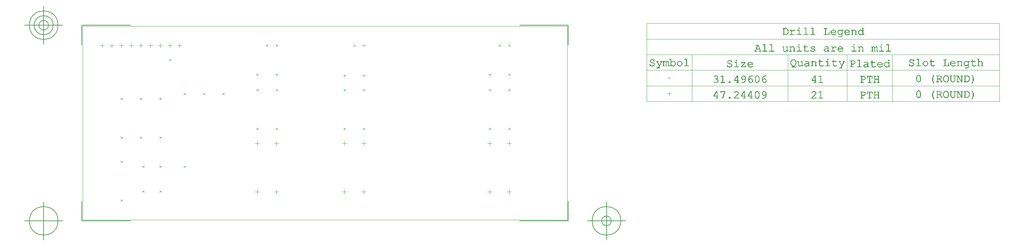
<source format=gbr>
G04 Generated by Ultiboard 14.3 *
%FSLAX25Y25*%
%MOIN*%

%ADD10C,0.00001*%
%ADD11C,0.00394*%
%ADD12C,0.00039*%
%ADD13C,0.00004*%
%ADD14C,0.00005*%
%ADD15C,0.00500*%


G04 ColorRGB 000000 for the following layer *
%LNDrill Symbols-Copper Top-Copper Bottom*%
%LPD*%
G54D11*
X30000Y177638D02*
X30000Y182362D01*
X27638Y180000D02*
X32362Y180000D01*
X90000Y177638D02*
X90000Y182362D01*
X87638Y180000D02*
X92362Y180000D01*
X17638Y180000D02*
X22362Y180000D01*
X20000Y177638D02*
X20000Y182362D01*
X60000Y177638D02*
X60000Y182362D01*
X57638Y180000D02*
X62362Y180000D01*
X40000Y177638D02*
X40000Y182362D01*
X37638Y180000D02*
X42362Y180000D01*
X47638Y180000D02*
X52362Y180000D01*
X50000Y177638D02*
X50000Y182362D01*
X67638Y180000D02*
X72362Y180000D01*
X70000Y177638D02*
X70000Y182362D01*
X80000Y177638D02*
X80000Y182362D01*
X77638Y180000D02*
X82362Y180000D01*
X97638Y180000D02*
X102362Y180000D01*
X100000Y177638D02*
X100000Y182362D01*
X180000Y26671D02*
X180000Y31396D01*
X177638Y29033D02*
X182362Y29033D01*
X197638Y29033D02*
X202362Y29033D01*
X200000Y26671D02*
X200000Y31396D01*
X177638Y79033D02*
X182362Y79033D01*
X180000Y76671D02*
X180000Y81396D01*
X200000Y76671D02*
X200000Y81396D01*
X197638Y79033D02*
X202362Y79033D01*
X267638Y29033D02*
X272362Y29033D01*
X270000Y26671D02*
X270000Y31396D01*
X287638Y29033D02*
X292362Y29033D01*
X290000Y26671D02*
X290000Y31396D01*
X267638Y79033D02*
X272362Y79033D01*
X270000Y76671D02*
X270000Y81396D01*
X290000Y76671D02*
X290000Y81396D01*
X287638Y79033D02*
X292362Y79033D01*
X420000Y26671D02*
X420000Y31396D01*
X417638Y29033D02*
X422362Y29033D01*
X437638Y29033D02*
X442362Y29033D01*
X440000Y26671D02*
X440000Y31396D01*
X417638Y79033D02*
X422362Y79033D01*
X420000Y76671D02*
X420000Y81396D01*
X440000Y76671D02*
X440000Y81396D01*
X437638Y79033D02*
X442362Y79033D01*
X602778Y130331D02*
X607502Y130331D01*
X605140Y127969D02*
X605140Y132693D01*
G54D12*
X103886Y128886D02*
X106114Y131114D01*
X103886Y131114D02*
X106114Y128886D01*
X143886Y128886D02*
X146114Y131114D01*
X143886Y131114D02*
X146114Y128886D01*
X123886Y131114D02*
X126114Y128886D01*
X123886Y128886D02*
X126114Y131114D01*
X88886Y163886D02*
X91114Y166114D01*
X88886Y166114D02*
X91114Y163886D01*
X103886Y56114D02*
X106114Y53886D01*
X103886Y53886D02*
X106114Y56114D01*
X438886Y181114D02*
X441114Y178886D01*
X438886Y178886D02*
X441114Y181114D01*
X428886Y178886D02*
X431114Y181114D01*
X428886Y181114D02*
X431114Y178886D01*
X288886Y178886D02*
X291114Y181114D01*
X288886Y181114D02*
X291114Y178886D01*
X278886Y178886D02*
X281114Y181114D01*
X278886Y181114D02*
X281114Y178886D01*
X198886Y178886D02*
X201114Y181114D01*
X198886Y181114D02*
X201114Y178886D01*
X188886Y181114D02*
X191114Y178886D01*
X188886Y178886D02*
X191114Y181114D01*
X38886Y18886D02*
X41114Y21114D01*
X38886Y21114D02*
X41114Y18886D01*
X38886Y61114D02*
X41114Y58886D01*
X38886Y58886D02*
X41114Y61114D01*
X61220Y28220D02*
X63447Y30447D01*
X61220Y30447D02*
X63447Y28220D01*
X78886Y28220D02*
X81114Y30447D01*
X78886Y30447D02*
X81114Y28220D01*
X78886Y53886D02*
X81114Y56114D01*
X78886Y56114D02*
X81114Y53886D01*
X61220Y53886D02*
X63447Y56114D01*
X61220Y56114D02*
X63447Y53886D01*
X38886Y83886D02*
X41114Y86114D01*
X38886Y86114D02*
X41114Y83886D01*
X38886Y126114D02*
X41114Y123886D01*
X38886Y123886D02*
X41114Y126114D01*
X58886Y86114D02*
X61114Y83886D01*
X58886Y83886D02*
X61114Y86114D01*
X58886Y126114D02*
X61114Y123886D01*
X58886Y123886D02*
X61114Y126114D01*
X78886Y86114D02*
X81114Y83886D01*
X78886Y83886D02*
X81114Y86114D01*
X78886Y123886D02*
X81114Y126114D01*
X78886Y126114D02*
X81114Y123886D01*
X178886Y95147D02*
X181114Y92920D01*
X178886Y92920D02*
X181114Y95147D01*
X178886Y132920D02*
X181114Y135147D01*
X178886Y135147D02*
X181114Y132920D01*
X198886Y135147D02*
X201114Y132920D01*
X198886Y132920D02*
X201114Y135147D01*
X198886Y95147D02*
X201114Y92920D01*
X198886Y92920D02*
X201114Y95147D01*
X268886Y92920D02*
X271114Y95147D01*
X268886Y95147D02*
X271114Y92920D01*
X268886Y132920D02*
X271114Y135147D01*
X268886Y135147D02*
X271114Y132920D01*
X288886Y132920D02*
X291114Y135147D01*
X288886Y135147D02*
X291114Y132920D01*
X288886Y95147D02*
X291114Y92920D01*
X288886Y92920D02*
X291114Y95147D01*
X418886Y92920D02*
X421114Y95147D01*
X418886Y95147D02*
X421114Y92920D01*
X418886Y132920D02*
X421114Y135147D01*
X418886Y135147D02*
X421114Y132920D01*
X438886Y132920D02*
X441114Y135147D01*
X438886Y135147D02*
X441114Y132920D01*
X438886Y95147D02*
X441114Y92920D01*
X438886Y92920D02*
X441114Y95147D01*
X198886Y148886D02*
X201114Y151114D01*
X198886Y151114D02*
X201114Y148886D01*
X178886Y151114D02*
X181114Y148886D01*
X178886Y148886D02*
X181114Y151114D01*
X288886Y150147D02*
X291114Y147920D01*
X288886Y147920D02*
X291114Y150147D01*
X268886Y147920D02*
X271114Y150147D01*
X268886Y150147D02*
X271114Y147920D01*
X438886Y148886D02*
X441114Y151114D01*
X438886Y151114D02*
X441114Y148886D01*
X418886Y148886D02*
X421114Y151114D01*
X418886Y151114D02*
X421114Y148886D01*
X604026Y145359D02*
X606253Y147586D01*
X604026Y147586D02*
X606253Y145359D01*
G54D13*
G36*
X807217Y129301D02*
X807217Y129301D01*
X807292Y131549D01*
X807163Y130478D01*
X807217Y129301D01*
D02*
G37*
X807292Y131549D01*
X807163Y130478D01*
X807217Y129301D01*
G36*
X807292Y131549D02*
X807292Y131549D01*
X807217Y129301D01*
X807443Y129636D01*
X807292Y131549D01*
D02*
G37*
X807217Y129301D01*
X807443Y129636D01*
X807292Y131549D01*
G36*
X807443Y129636D02*
X807443Y129636D01*
X807608Y130860D01*
X807292Y131549D01*
X807443Y129636D01*
D02*
G37*
X807608Y130860D01*
X807292Y131549D01*
X807443Y129636D01*
G36*
X807608Y130860D02*
X807608Y130860D01*
X807443Y129636D01*
X807596Y130034D01*
X807608Y130860D01*
D02*
G37*
X807443Y129636D01*
X807596Y130034D01*
X807608Y130860D01*
G36*
X807596Y130034D02*
X807596Y130034D01*
X807648Y130478D01*
X807608Y130860D01*
X807596Y130034D01*
D02*
G37*
X807648Y130478D01*
X807608Y130860D01*
X807596Y130034D01*
G36*
X806673Y131504D02*
X806673Y131504D01*
X806677Y132113D01*
X806412Y131704D01*
X806673Y131504D01*
D02*
G37*
X806677Y132113D01*
X806412Y131704D01*
X806673Y131504D01*
G36*
X806677Y132113D02*
X806677Y132113D01*
X806673Y131504D01*
X806887Y131269D01*
X806677Y132113D01*
D02*
G37*
X806673Y131504D01*
X806887Y131269D01*
X806677Y132113D01*
G36*
X806887Y131269D02*
X806887Y131269D01*
X807016Y131856D01*
X806677Y132113D01*
X806887Y131269D01*
D02*
G37*
X807016Y131856D01*
X806677Y132113D01*
X806887Y131269D01*
G36*
X807016Y131856D02*
X807016Y131856D01*
X806887Y131269D01*
X807132Y130756D01*
X807016Y131856D01*
D02*
G37*
X806887Y131269D01*
X807132Y130756D01*
X807016Y131856D01*
G36*
X807132Y130756D02*
X807132Y130756D01*
X807292Y131549D01*
X807016Y131856D01*
X807132Y130756D01*
D02*
G37*
X807292Y131549D01*
X807016Y131856D01*
X807132Y130756D01*
G36*
X807292Y131549D02*
X807292Y131549D01*
X807132Y130756D01*
X807163Y130478D01*
X807292Y131549D01*
D02*
G37*
X807132Y130756D01*
X807163Y130478D01*
X807292Y131549D01*
G36*
X805863Y132408D02*
X805863Y132408D01*
X805387Y132444D01*
X805433Y131960D01*
X805863Y132408D01*
D02*
G37*
X805387Y132444D01*
X805433Y131960D01*
X805863Y132408D01*
G36*
X805863Y132408D01*
X805433Y131960D01*
X805792Y131931D01*
X805863Y132408D01*
D02*
G37*
X805433Y131960D01*
X805792Y131931D01*
X805863Y132408D01*
G36*
X805863Y132408D01*
X805792Y131931D01*
X806412Y131704D01*
X805863Y132408D01*
D02*
G37*
X805792Y131931D01*
X806412Y131704D01*
X805863Y132408D01*
G36*
X805863Y132408D01*
X806412Y131704D01*
X806677Y132113D01*
X805863Y132408D01*
D02*
G37*
X806412Y131704D01*
X806677Y132113D01*
X805863Y132408D01*
G36*
X802268Y125844D02*
X802268Y125844D01*
X802268Y126038D01*
X802250Y125939D01*
X802268Y125844D01*
D02*
G37*
X802268Y126038D01*
X802250Y125939D01*
X802268Y125844D01*
G36*
X802268Y126038D02*
X802268Y126038D01*
X802268Y125844D01*
X802324Y125766D01*
X802268Y126038D01*
D02*
G37*
X802268Y125844D01*
X802324Y125766D01*
X802268Y126038D01*
G36*
X802324Y125766D02*
X802324Y125766D01*
X802324Y126115D01*
X802268Y126038D01*
X802324Y125766D01*
D02*
G37*
X802324Y126115D01*
X802268Y126038D01*
X802324Y125766D01*
G36*
X802324Y126115D02*
X802324Y126115D01*
X802324Y125766D01*
X802424Y125714D01*
X802324Y126115D01*
D02*
G37*
X802324Y125766D01*
X802424Y125714D01*
X802324Y126115D01*
G36*
X802424Y125714D02*
X802424Y125714D01*
X802424Y126165D01*
X802324Y126115D01*
X802424Y125714D01*
D02*
G37*
X802424Y126165D01*
X802324Y126115D01*
X802424Y125714D01*
G36*
X802424Y126165D02*
X802424Y126165D01*
X802424Y125714D01*
X802572Y125697D01*
X802424Y126165D01*
D02*
G37*
X802424Y125714D01*
X802572Y125697D01*
X802424Y126165D01*
G36*
X802572Y125697D02*
X802572Y125697D01*
X802572Y126181D01*
X802424Y126165D01*
X802572Y125697D01*
D02*
G37*
X802572Y126181D01*
X802424Y126165D01*
X802572Y125697D01*
G36*
X802572Y126181D02*
X802572Y126181D01*
X802572Y125697D01*
X805370Y125697D01*
X802572Y126181D01*
D02*
G37*
X802572Y125697D01*
X805370Y125697D01*
X802572Y126181D01*
G36*
X805370Y125697D02*
X805370Y125697D01*
X803224Y126181D01*
X802572Y126181D01*
X805370Y125697D01*
D02*
G37*
X803224Y126181D01*
X802572Y126181D01*
X805370Y125697D01*
G36*
X803224Y126181D02*
X803224Y126181D01*
X805370Y125697D01*
X803709Y126181D01*
X803224Y126181D01*
D02*
G37*
X805370Y125697D01*
X803709Y126181D01*
X803224Y126181D01*
G36*
X803709Y126181D02*
X803709Y126181D01*
X803224Y131960D01*
X803224Y126181D01*
X803709Y126181D01*
D02*
G37*
X803224Y131960D01*
X803224Y126181D01*
X803709Y126181D01*
G36*
X803224Y131960D02*
X803224Y131960D01*
X803709Y126181D01*
X803709Y131960D01*
X803224Y131960D01*
D02*
G37*
X803709Y126181D01*
X803709Y131960D01*
X803224Y131960D01*
G36*
X803709Y131960D02*
X803709Y131960D01*
X805387Y132444D01*
X803224Y131960D01*
X803709Y131960D01*
D02*
G37*
X805387Y132444D01*
X803224Y131960D01*
X803709Y131960D01*
G36*
X805387Y132444D02*
X805387Y132444D01*
X803709Y131960D01*
X805433Y131960D01*
X805387Y132444D01*
D02*
G37*
X803709Y131960D01*
X805433Y131960D01*
X805387Y132444D01*
G36*
X806947Y129774D02*
X806947Y129774D01*
X806950Y129048D01*
X807109Y130123D01*
X806947Y129774D01*
D02*
G37*
X806950Y129048D01*
X807109Y130123D01*
X806947Y129774D01*
G36*
X806950Y129048D02*
X806950Y129048D01*
X806947Y129774D01*
X806667Y129455D01*
X806950Y129048D01*
D02*
G37*
X806947Y129774D01*
X806667Y129455D01*
X806950Y129048D01*
G36*
X806667Y129455D02*
X806667Y129455D01*
X806510Y128768D01*
X806950Y129048D01*
X806667Y129455D01*
D02*
G37*
X806510Y128768D01*
X806950Y129048D01*
X806667Y129455D01*
G36*
X806510Y128768D02*
X806510Y128768D01*
X806667Y129455D01*
X806261Y129189D01*
X806510Y128768D01*
D02*
G37*
X806667Y129455D01*
X806261Y129189D01*
X806510Y128768D01*
G36*
X806261Y129189D02*
X806261Y129189D01*
X806056Y128575D01*
X806510Y128768D01*
X806261Y129189D01*
D02*
G37*
X806056Y128575D01*
X806510Y128768D01*
X806261Y129189D01*
G36*
X806056Y128575D02*
X806056Y128575D01*
X806261Y129189D01*
X805774Y129009D01*
X806056Y128575D01*
D02*
G37*
X806261Y129189D01*
X805774Y129009D01*
X806056Y128575D01*
G36*
X805774Y129009D02*
X805774Y129009D01*
X805681Y128492D01*
X806056Y128575D01*
X805774Y129009D01*
D02*
G37*
X805681Y128492D01*
X806056Y128575D01*
X805774Y129009D01*
G36*
X805681Y128492D02*
X805681Y128492D01*
X805774Y129009D01*
X805254Y128949D01*
X805681Y128492D01*
D02*
G37*
X805774Y129009D01*
X805254Y128949D01*
X805681Y128492D01*
G36*
X805254Y128949D02*
X805254Y128949D01*
X805225Y128465D01*
X805681Y128492D01*
X805254Y128949D01*
D02*
G37*
X805225Y128465D01*
X805681Y128492D01*
X805254Y128949D01*
G36*
X805225Y128465D02*
X805225Y128465D01*
X805254Y128949D01*
X803709Y128949D01*
X805225Y128465D01*
D02*
G37*
X805254Y128949D01*
X803709Y128949D01*
X805225Y128465D01*
G36*
X803709Y128949D02*
X803709Y128949D01*
X803709Y128465D01*
X805225Y128465D01*
X803709Y128949D01*
D02*
G37*
X803709Y128465D01*
X805225Y128465D01*
X803709Y128949D01*
G36*
X803709Y128465D02*
X803709Y128465D01*
X803709Y131960D01*
X803709Y128465D01*
D02*
G37*
X803709Y131960D01*
X803709Y128465D01*
G36*
X803709Y131960D02*
X803709Y131960D01*
X803709Y126181D01*
X803709Y128465D01*
X803709Y131960D01*
D02*
G37*
X803709Y126181D01*
X803709Y128465D01*
X803709Y131960D01*
G36*
X802268Y132103D02*
X802268Y132103D01*
X802268Y132301D01*
X802250Y132202D01*
X802268Y132103D01*
D02*
G37*
X802268Y132301D01*
X802250Y132202D01*
X802268Y132103D01*
G36*
X802268Y132301D02*
X802268Y132301D01*
X802268Y132103D01*
X802324Y132026D01*
X802268Y132301D01*
D02*
G37*
X802268Y132103D01*
X802324Y132026D01*
X802268Y132301D01*
G36*
X802324Y132026D02*
X802324Y132026D01*
X802324Y132378D01*
X802268Y132301D01*
X802324Y132026D01*
D02*
G37*
X802324Y132378D01*
X802268Y132301D01*
X802324Y132026D01*
G36*
X802324Y132378D02*
X802324Y132378D01*
X802324Y132026D01*
X802424Y131976D01*
X802324Y132378D01*
D02*
G37*
X802324Y132026D01*
X802424Y131976D01*
X802324Y132378D01*
G36*
X802424Y131976D02*
X802424Y131976D01*
X802424Y132428D01*
X802324Y132378D01*
X802424Y131976D01*
D02*
G37*
X802424Y132428D01*
X802324Y132378D01*
X802424Y131976D01*
G36*
X802424Y132428D02*
X802424Y132428D01*
X802424Y131976D01*
X802572Y131960D01*
X802424Y132428D01*
D02*
G37*
X802424Y131976D01*
X802572Y131960D01*
X802424Y132428D01*
G36*
X802572Y131960D02*
X802572Y131960D01*
X802572Y132444D01*
X802424Y132428D01*
X802572Y131960D01*
D02*
G37*
X802572Y132444D01*
X802424Y132428D01*
X802572Y131960D01*
G36*
X802572Y132444D02*
X802572Y132444D01*
X802572Y131960D01*
X803224Y131960D01*
X802572Y132444D01*
D02*
G37*
X802572Y131960D01*
X803224Y131960D01*
X802572Y132444D01*
G36*
X803224Y131960D02*
X803224Y131960D01*
X805387Y132444D01*
X802572Y132444D01*
X803224Y131960D01*
D02*
G37*
X805387Y132444D01*
X802572Y132444D01*
X803224Y131960D01*
G36*
X807109Y130123D02*
X807109Y130123D01*
X806950Y129048D01*
X807217Y129301D01*
X807109Y130123D01*
D02*
G37*
X806950Y129048D01*
X807217Y129301D01*
X807109Y130123D01*
G36*
X807109Y130123D01*
X807217Y129301D01*
X807163Y130478D01*
X807109Y130123D01*
D02*
G37*
X807217Y129301D01*
X807163Y130478D01*
X807109Y130123D01*
G36*
X805370Y125697D02*
X805370Y125697D01*
X805370Y126181D01*
X803709Y126181D01*
X805370Y125697D01*
D02*
G37*
X805370Y126181D01*
X803709Y126181D01*
X805370Y125697D01*
G36*
X805370Y126181D02*
X805370Y126181D01*
X805370Y125697D01*
X805518Y125714D01*
X805370Y126181D01*
D02*
G37*
X805370Y125697D01*
X805518Y125714D01*
X805370Y126181D01*
G36*
X805518Y125714D02*
X805518Y125714D01*
X805518Y126165D01*
X805370Y126181D01*
X805518Y125714D01*
D02*
G37*
X805518Y126165D01*
X805370Y126181D01*
X805518Y125714D01*
G36*
X805518Y126165D02*
X805518Y126165D01*
X805518Y125714D01*
X805618Y125766D01*
X805518Y126165D01*
D02*
G37*
X805518Y125714D01*
X805618Y125766D01*
X805518Y126165D01*
G36*
X805618Y125766D02*
X805618Y125766D01*
X805618Y126115D01*
X805518Y126165D01*
X805618Y125766D01*
D02*
G37*
X805618Y126115D01*
X805518Y126165D01*
X805618Y125766D01*
G36*
X805618Y126115D02*
X805618Y126115D01*
X805618Y125766D01*
X805674Y125844D01*
X805618Y126115D01*
D02*
G37*
X805618Y125766D01*
X805674Y125844D01*
X805618Y126115D01*
G36*
X805674Y125844D02*
X805674Y125844D01*
X805674Y126038D01*
X805618Y126115D01*
X805674Y125844D01*
D02*
G37*
X805674Y126038D01*
X805618Y126115D01*
X805674Y125844D01*
G36*
X805674Y126038D02*
X805674Y126038D01*
X805674Y125844D01*
X805692Y125939D01*
X805674Y126038D01*
D02*
G37*
X805674Y125844D01*
X805692Y125939D01*
X805674Y126038D01*
G36*
X814557Y132444D02*
X814557Y132444D01*
X809130Y132444D01*
X809614Y131960D01*
X814557Y132444D01*
D02*
G37*
X809130Y132444D01*
X809614Y131960D01*
X814557Y132444D01*
G36*
X814557Y132444D01*
X809614Y131960D01*
X811598Y131960D01*
X814557Y132444D01*
D02*
G37*
X809614Y131960D01*
X811598Y131960D01*
X814557Y132444D01*
G36*
X814557Y132444D01*
X811598Y131960D01*
X812088Y131960D01*
X814557Y132444D01*
D02*
G37*
X811598Y131960D01*
X812088Y131960D01*
X814557Y132444D01*
G36*
X814557Y132444D01*
X812088Y131960D01*
X814072Y131960D01*
X814557Y132444D01*
D02*
G37*
X812088Y131960D01*
X814072Y131960D01*
X814557Y132444D01*
G36*
X814557Y132444D01*
X814072Y131960D01*
X814089Y130129D01*
X814557Y132444D01*
D02*
G37*
X814072Y131960D01*
X814089Y130129D01*
X814557Y132444D01*
G36*
X814557Y132444D01*
X814089Y130129D01*
X814138Y130028D01*
X814557Y132444D01*
D02*
G37*
X814089Y130129D01*
X814138Y130028D01*
X814557Y132444D01*
G36*
X814557Y132444D01*
X814138Y130028D01*
X814216Y129972D01*
X814557Y132444D01*
D02*
G37*
X814138Y130028D01*
X814216Y129972D01*
X814557Y132444D01*
G36*
X814557Y132444D01*
X814216Y129972D01*
X814314Y129953D01*
X814557Y132444D01*
D02*
G37*
X814216Y129972D01*
X814314Y129953D01*
X814557Y132444D01*
G36*
X814557Y132444D01*
X814314Y129953D01*
X814413Y129972D01*
X814557Y132444D01*
D02*
G37*
X814314Y129953D01*
X814413Y129972D01*
X814557Y132444D01*
G36*
X814557Y132444D01*
X814413Y129972D01*
X814490Y130028D01*
X814557Y132444D01*
D02*
G37*
X814413Y129972D01*
X814490Y130028D01*
X814557Y132444D01*
G36*
X814557Y132444D01*
X814490Y130028D01*
X814540Y130129D01*
X814557Y132444D01*
D02*
G37*
X814490Y130028D01*
X814540Y130129D01*
X814557Y132444D01*
G36*
X814557Y132444D01*
X814540Y130129D01*
X814557Y130282D01*
X814557Y132444D01*
D02*
G37*
X814540Y130129D01*
X814557Y130282D01*
X814557Y132444D01*
G36*
X810037Y125844D02*
X810037Y125844D01*
X810037Y126038D01*
X810018Y125939D01*
X810037Y125844D01*
D02*
G37*
X810037Y126038D01*
X810018Y125939D01*
X810037Y125844D01*
G36*
X810037Y126038D02*
X810037Y126038D01*
X810037Y125844D01*
X810093Y125766D01*
X810037Y126038D01*
D02*
G37*
X810037Y125844D01*
X810093Y125766D01*
X810037Y126038D01*
G36*
X810093Y125766D02*
X810093Y125766D01*
X810093Y126115D01*
X810037Y126038D01*
X810093Y125766D01*
D02*
G37*
X810093Y126115D01*
X810037Y126038D01*
X810093Y125766D01*
G36*
X810093Y126115D02*
X810093Y126115D01*
X810093Y125766D01*
X810192Y125714D01*
X810093Y126115D01*
D02*
G37*
X810093Y125766D01*
X810192Y125714D01*
X810093Y126115D01*
G36*
X810192Y125714D02*
X810192Y125714D01*
X810192Y126165D01*
X810093Y126115D01*
X810192Y125714D01*
D02*
G37*
X810192Y126165D01*
X810093Y126115D01*
X810192Y125714D01*
G36*
X810192Y126165D02*
X810192Y126165D01*
X810192Y125714D01*
X810341Y125697D01*
X810192Y126165D01*
D02*
G37*
X810192Y125714D01*
X810341Y125697D01*
X810192Y126165D01*
G36*
X810341Y125697D02*
X810341Y125697D01*
X810341Y126181D01*
X810192Y126165D01*
X810341Y125697D01*
D02*
G37*
X810341Y126181D01*
X810192Y126165D01*
X810341Y125697D01*
G36*
X810341Y126181D02*
X810341Y126181D01*
X810341Y125697D01*
X813345Y125697D01*
X810341Y126181D01*
D02*
G37*
X810341Y125697D01*
X813345Y125697D01*
X810341Y126181D01*
G36*
X813345Y125697D02*
X813345Y125697D01*
X811598Y126181D01*
X810341Y126181D01*
X813345Y125697D01*
D02*
G37*
X811598Y126181D01*
X810341Y126181D01*
X813345Y125697D01*
G36*
X811598Y126181D02*
X811598Y126181D01*
X813345Y125697D01*
X812088Y126181D01*
X811598Y126181D01*
D02*
G37*
X813345Y125697D01*
X812088Y126181D01*
X811598Y126181D01*
G36*
X812088Y126181D02*
X812088Y126181D01*
X811598Y131960D01*
X811598Y126181D01*
X812088Y126181D01*
D02*
G37*
X811598Y131960D01*
X811598Y126181D01*
X812088Y126181D01*
G36*
X811598Y131960D02*
X811598Y131960D01*
X812088Y126181D01*
X812088Y131960D01*
X811598Y131960D01*
D02*
G37*
X812088Y126181D01*
X812088Y131960D01*
X811598Y131960D01*
G36*
X809614Y131960D02*
X809614Y131960D01*
X809130Y132444D01*
X809147Y130129D01*
X809614Y131960D01*
D02*
G37*
X809130Y132444D01*
X809147Y130129D01*
X809614Y131960D01*
G36*
X809614Y131960D01*
X809147Y130129D01*
X809199Y130028D01*
X809614Y131960D01*
D02*
G37*
X809147Y130129D01*
X809199Y130028D01*
X809614Y131960D01*
G36*
X809614Y131960D01*
X809199Y130028D01*
X809277Y129972D01*
X809614Y131960D01*
D02*
G37*
X809199Y130028D01*
X809277Y129972D01*
X809614Y131960D01*
G36*
X809614Y131960D01*
X809277Y129972D01*
X809372Y129953D01*
X809614Y131960D01*
D02*
G37*
X809277Y129972D01*
X809372Y129953D01*
X809614Y131960D01*
G36*
X809614Y131960D01*
X809372Y129953D01*
X809471Y129972D01*
X809614Y131960D01*
D02*
G37*
X809372Y129953D01*
X809471Y129972D01*
X809614Y131960D01*
G36*
X809614Y131960D01*
X809471Y129972D01*
X809548Y130028D01*
X809614Y131960D01*
D02*
G37*
X809471Y129972D01*
X809548Y130028D01*
X809614Y131960D01*
G36*
X809614Y131960D01*
X809548Y130028D01*
X809598Y130129D01*
X809614Y131960D01*
D02*
G37*
X809548Y130028D01*
X809598Y130129D01*
X809614Y131960D01*
G36*
X809614Y131960D01*
X809598Y130129D01*
X809614Y130282D01*
X809614Y131960D01*
D02*
G37*
X809598Y130129D01*
X809614Y130282D01*
X809614Y131960D01*
G36*
X813345Y125697D02*
X813345Y125697D01*
X813345Y126181D01*
X812088Y126181D01*
X813345Y125697D01*
D02*
G37*
X813345Y126181D01*
X812088Y126181D01*
X813345Y125697D01*
G36*
X813345Y126181D02*
X813345Y126181D01*
X813345Y125697D01*
X813494Y125714D01*
X813345Y126181D01*
D02*
G37*
X813345Y125697D01*
X813494Y125714D01*
X813345Y126181D01*
G36*
X813494Y125714D02*
X813494Y125714D01*
X813494Y126165D01*
X813345Y126181D01*
X813494Y125714D01*
D02*
G37*
X813494Y126165D01*
X813345Y126181D01*
X813494Y125714D01*
G36*
X813494Y126165D02*
X813494Y126165D01*
X813494Y125714D01*
X813593Y125766D01*
X813494Y126165D01*
D02*
G37*
X813494Y125714D01*
X813593Y125766D01*
X813494Y126165D01*
G36*
X813593Y125766D02*
X813593Y125766D01*
X813593Y126115D01*
X813494Y126165D01*
X813593Y125766D01*
D02*
G37*
X813593Y126115D01*
X813494Y126165D01*
X813593Y125766D01*
G36*
X813593Y126115D02*
X813593Y126115D01*
X813593Y125766D01*
X813650Y125844D01*
X813593Y126115D01*
D02*
G37*
X813593Y125766D01*
X813650Y125844D01*
X813593Y126115D01*
G36*
X813650Y125844D02*
X813650Y125844D01*
X813650Y126038D01*
X813593Y126115D01*
X813650Y125844D01*
D02*
G37*
X813650Y126038D01*
X813593Y126115D01*
X813650Y125844D01*
G36*
X813650Y126038D02*
X813650Y126038D01*
X813650Y125844D01*
X813668Y125939D01*
X813650Y126038D01*
D02*
G37*
X813650Y125844D01*
X813668Y125939D01*
X813650Y126038D01*
G36*
X814089Y130129D02*
X814089Y130129D01*
X814072Y131960D01*
X814072Y130282D01*
X814089Y130129D01*
D02*
G37*
X814072Y131960D01*
X814072Y130282D01*
X814089Y130129D01*
G36*
X809147Y130129D02*
X809147Y130129D01*
X809130Y132444D01*
X809130Y130282D01*
X809147Y130129D01*
D02*
G37*
X809130Y132444D01*
X809130Y130282D01*
X809147Y130129D01*
G36*
X818017Y131960D02*
X818017Y131960D01*
X818017Y132444D01*
X817365Y131960D01*
X818017Y131960D01*
D02*
G37*
X818017Y132444D01*
X817365Y131960D01*
X818017Y131960D01*
G36*
X818017Y132444D02*
X818017Y132444D01*
X818017Y131960D01*
X818165Y131976D01*
X818017Y132444D01*
D02*
G37*
X818017Y131960D01*
X818165Y131976D01*
X818017Y132444D01*
G36*
X818165Y131976D02*
X818165Y131976D01*
X818165Y132428D01*
X818017Y132444D01*
X818165Y131976D01*
D02*
G37*
X818165Y132428D01*
X818017Y132444D01*
X818165Y131976D01*
G36*
X818165Y132428D02*
X818165Y132428D01*
X818165Y131976D01*
X818265Y132026D01*
X818165Y132428D01*
D02*
G37*
X818165Y131976D01*
X818265Y132026D01*
X818165Y132428D01*
G36*
X818265Y132026D02*
X818265Y132026D01*
X818265Y132378D01*
X818165Y132428D01*
X818265Y132026D01*
D02*
G37*
X818265Y132378D01*
X818165Y132428D01*
X818265Y132026D01*
G36*
X818265Y132378D02*
X818265Y132378D01*
X818265Y132026D01*
X818321Y132103D01*
X818265Y132378D01*
D02*
G37*
X818265Y132026D01*
X818321Y132103D01*
X818265Y132378D01*
G36*
X818321Y132103D02*
X818321Y132103D01*
X818321Y132301D01*
X818265Y132378D01*
X818321Y132103D01*
D02*
G37*
X818321Y132301D01*
X818265Y132378D01*
X818321Y132103D01*
G36*
X818321Y132301D02*
X818321Y132301D01*
X818321Y132103D01*
X818340Y132202D01*
X818321Y132301D01*
D02*
G37*
X818321Y132103D01*
X818340Y132202D01*
X818321Y132301D01*
G36*
X817365Y126181D02*
X817365Y126181D01*
X817365Y131960D01*
X816881Y131960D01*
X817365Y126181D01*
D02*
G37*
X817365Y131960D01*
X816881Y131960D01*
X817365Y126181D01*
G36*
X817365Y131960D02*
X817365Y131960D01*
X817365Y126181D01*
X817365Y128961D01*
X817365Y131960D01*
D02*
G37*
X817365Y126181D01*
X817365Y128961D01*
X817365Y131960D01*
G36*
X817365Y128961D02*
X817365Y128961D01*
X817365Y131960D01*
X817365Y128961D01*
D02*
G37*
X817365Y131960D01*
X817365Y128961D01*
G36*
X817365Y129445D02*
X817365Y129445D01*
X817365Y128961D01*
X820577Y128961D01*
X817365Y129445D01*
D02*
G37*
X817365Y128961D01*
X820577Y128961D01*
X817365Y129445D01*
G36*
X820577Y128961D02*
X820577Y128961D01*
X820577Y129445D01*
X817365Y129445D01*
X820577Y128961D01*
D02*
G37*
X820577Y129445D01*
X817365Y129445D01*
X820577Y128961D01*
G36*
X820577Y129445D02*
X820577Y129445D01*
X820577Y128961D01*
X821068Y126181D01*
X820577Y129445D01*
D02*
G37*
X820577Y128961D01*
X821068Y126181D01*
X820577Y129445D01*
G36*
X821068Y126181D02*
X821068Y126181D01*
X820577Y131960D01*
X820577Y129445D01*
X821068Y126181D01*
D02*
G37*
X820577Y131960D01*
X820577Y129445D01*
X821068Y126181D01*
G36*
X820577Y131960D02*
X820577Y131960D01*
X821068Y126181D01*
X821068Y131960D01*
X820577Y131960D01*
D02*
G37*
X821068Y126181D01*
X821068Y131960D01*
X820577Y131960D01*
G36*
X821068Y131960D02*
X821068Y131960D01*
X821367Y132444D01*
X820577Y131960D01*
X821068Y131960D01*
D02*
G37*
X821367Y132444D01*
X820577Y131960D01*
X821068Y131960D01*
G36*
X821367Y132444D02*
X821367Y132444D01*
X821068Y131960D01*
X821367Y131960D01*
X821367Y132444D01*
D02*
G37*
X821068Y131960D01*
X821367Y131960D01*
X821367Y132444D01*
G36*
X821367Y131960D02*
X821367Y131960D01*
X821520Y131976D01*
X821367Y132444D01*
X821367Y131960D01*
D02*
G37*
X821520Y131976D01*
X821367Y132444D01*
X821367Y131960D01*
G36*
X816271Y132103D02*
X816271Y132103D01*
X816271Y132301D01*
X816252Y132202D01*
X816271Y132103D01*
D02*
G37*
X816271Y132301D01*
X816252Y132202D01*
X816271Y132103D01*
G36*
X816271Y132301D02*
X816271Y132301D01*
X816271Y132103D01*
X816327Y132026D01*
X816271Y132301D01*
D02*
G37*
X816271Y132103D01*
X816327Y132026D01*
X816271Y132301D01*
G36*
X816327Y132026D02*
X816327Y132026D01*
X816327Y132378D01*
X816271Y132301D01*
X816327Y132026D01*
D02*
G37*
X816327Y132378D01*
X816271Y132301D01*
X816327Y132026D01*
G36*
X816327Y132378D02*
X816327Y132378D01*
X816327Y132026D01*
X816428Y131976D01*
X816327Y132378D01*
D02*
G37*
X816327Y132026D01*
X816428Y131976D01*
X816327Y132378D01*
G36*
X816428Y131976D02*
X816428Y131976D01*
X816428Y132428D01*
X816327Y132378D01*
X816428Y131976D01*
D02*
G37*
X816428Y132428D01*
X816327Y132378D01*
X816428Y131976D01*
G36*
X816428Y132428D02*
X816428Y132428D01*
X816428Y131976D01*
X816581Y131960D01*
X816428Y132428D01*
D02*
G37*
X816428Y131976D01*
X816581Y131960D01*
X816428Y132428D01*
G36*
X816581Y131960D02*
X816581Y131960D01*
X816581Y132444D01*
X816428Y132428D01*
X816581Y131960D01*
D02*
G37*
X816581Y132444D01*
X816428Y132428D01*
X816581Y131960D01*
G36*
X816581Y132444D02*
X816581Y132444D01*
X816581Y131960D01*
X816881Y131960D01*
X816581Y132444D01*
D02*
G37*
X816581Y131960D01*
X816881Y131960D01*
X816581Y132444D01*
G36*
X816881Y131960D02*
X816881Y131960D01*
X818017Y132444D01*
X816581Y132444D01*
X816881Y131960D01*
D02*
G37*
X818017Y132444D01*
X816581Y132444D01*
X816881Y131960D01*
G36*
X818017Y132444D02*
X818017Y132444D01*
X816881Y131960D01*
X817365Y131960D01*
X818017Y132444D01*
D02*
G37*
X816881Y131960D01*
X817365Y131960D01*
X818017Y132444D01*
G36*
X821520Y131976D02*
X821520Y131976D01*
X821520Y132428D01*
X821367Y132444D01*
X821520Y131976D01*
D02*
G37*
X821520Y132428D01*
X821367Y132444D01*
X821520Y131976D01*
G36*
X821520Y132428D02*
X821520Y132428D01*
X821520Y131976D01*
X821621Y132026D01*
X821520Y132428D01*
D02*
G37*
X821520Y131976D01*
X821621Y132026D01*
X821520Y132428D01*
G36*
X821621Y132026D02*
X821621Y132026D01*
X821621Y132378D01*
X821520Y132428D01*
X821621Y132026D01*
D02*
G37*
X821621Y132378D01*
X821520Y132428D01*
X821621Y132026D01*
G36*
X821621Y132378D02*
X821621Y132378D01*
X821621Y132026D01*
X821677Y132103D01*
X821621Y132378D01*
D02*
G37*
X821621Y132026D01*
X821677Y132103D01*
X821621Y132378D01*
G36*
X821677Y132103D02*
X821677Y132103D01*
X821677Y132301D01*
X821621Y132378D01*
X821677Y132103D01*
D02*
G37*
X821677Y132301D01*
X821621Y132378D01*
X821677Y132103D01*
G36*
X821677Y132301D02*
X821677Y132301D01*
X821677Y132103D01*
X821696Y132202D01*
X821677Y132301D01*
D02*
G37*
X821677Y132103D01*
X821696Y132202D01*
X821677Y132301D01*
G36*
X819931Y132444D02*
X819931Y132444D01*
X819779Y132428D01*
X819783Y131976D01*
X819931Y132444D01*
D02*
G37*
X819779Y132428D01*
X819783Y131976D01*
X819931Y132444D01*
G36*
X819931Y132444D01*
X819783Y131976D01*
X819931Y131960D01*
X819931Y132444D01*
D02*
G37*
X819783Y131976D01*
X819931Y131960D01*
X819931Y132444D01*
G36*
X819931Y132444D01*
X819931Y131960D01*
X820577Y131960D01*
X819931Y132444D01*
D02*
G37*
X819931Y131960D01*
X820577Y131960D01*
X819931Y132444D01*
G36*
X819931Y132444D01*
X820577Y131960D01*
X821367Y132444D01*
X819931Y132444D01*
D02*
G37*
X820577Y131960D01*
X821367Y132444D01*
X819931Y132444D01*
G36*
X819779Y132428D02*
X819779Y132428D01*
X819683Y132026D01*
X819783Y131976D01*
X819779Y132428D01*
D02*
G37*
X819683Y132026D01*
X819783Y131976D01*
X819779Y132428D01*
G36*
X819683Y132026D02*
X819683Y132026D01*
X819779Y132428D01*
X819681Y132378D01*
X819683Y132026D01*
D02*
G37*
X819779Y132428D01*
X819681Y132378D01*
X819683Y132026D01*
G36*
X819681Y132378D02*
X819681Y132378D01*
X819627Y132103D01*
X819683Y132026D01*
X819681Y132378D01*
D02*
G37*
X819627Y132103D01*
X819683Y132026D01*
X819681Y132378D01*
G36*
X819627Y132103D02*
X819627Y132103D01*
X819681Y132378D01*
X819627Y132301D01*
X819627Y132103D01*
D02*
G37*
X819681Y132378D01*
X819627Y132301D01*
X819627Y132103D01*
G36*
X819627Y132301D02*
X819627Y132301D01*
X819608Y132202D01*
X819627Y132103D01*
X819627Y132301D01*
D02*
G37*
X819608Y132202D01*
X819627Y132103D01*
X819627Y132301D01*
G36*
X820577Y126181D02*
X820577Y126181D01*
X821068Y126181D01*
X820577Y128961D01*
X820577Y126181D01*
D02*
G37*
X821068Y126181D01*
X820577Y128961D01*
X820577Y126181D01*
G36*
X821068Y126181D02*
X821068Y126181D01*
X820577Y126181D01*
X821615Y125697D01*
X821068Y126181D01*
D02*
G37*
X820577Y126181D01*
X821615Y125697D01*
X821068Y126181D01*
G36*
X821615Y125697D02*
X821615Y125697D01*
X821615Y126181D01*
X821068Y126181D01*
X821615Y125697D01*
D02*
G37*
X821615Y126181D01*
X821068Y126181D01*
X821615Y125697D01*
G36*
X821615Y126181D02*
X821615Y126181D01*
X821615Y125697D01*
X821764Y125714D01*
X821615Y126181D01*
D02*
G37*
X821615Y125697D01*
X821764Y125714D01*
X821615Y126181D01*
G36*
X821764Y125714D02*
X821764Y125714D01*
X821764Y126165D01*
X821615Y126181D01*
X821764Y125714D01*
D02*
G37*
X821764Y126165D01*
X821615Y126181D01*
X821764Y125714D01*
G36*
X821764Y126165D02*
X821764Y126165D01*
X821764Y125714D01*
X821863Y125766D01*
X821764Y126165D01*
D02*
G37*
X821764Y125714D01*
X821863Y125766D01*
X821764Y126165D01*
G36*
X821863Y125766D02*
X821863Y125766D01*
X821863Y126115D01*
X821764Y126165D01*
X821863Y125766D01*
D02*
G37*
X821863Y126115D01*
X821764Y126165D01*
X821863Y125766D01*
G36*
X821863Y126115D02*
X821863Y126115D01*
X821863Y125766D01*
X821920Y125844D01*
X821863Y126115D01*
D02*
G37*
X821863Y125766D01*
X821920Y125844D01*
X821863Y126115D01*
G36*
X821920Y125844D02*
X821920Y125844D01*
X821920Y126038D01*
X821863Y126115D01*
X821920Y125844D01*
D02*
G37*
X821920Y126038D01*
X821863Y126115D01*
X821920Y125844D01*
G36*
X821920Y126038D02*
X821920Y126038D01*
X821920Y125844D01*
X821938Y125939D01*
X821920Y126038D01*
D02*
G37*
X821920Y125844D01*
X821938Y125939D01*
X821920Y126038D01*
G36*
X819931Y126181D02*
X819931Y126181D01*
X819779Y126165D01*
X819783Y125714D01*
X819931Y126181D01*
D02*
G37*
X819779Y126165D01*
X819783Y125714D01*
X819931Y126181D01*
G36*
X819931Y126181D01*
X819783Y125714D01*
X819931Y125697D01*
X819931Y126181D01*
D02*
G37*
X819783Y125714D01*
X819931Y125697D01*
X819931Y126181D01*
G36*
X819931Y126181D01*
X819931Y125697D01*
X821615Y125697D01*
X819931Y126181D01*
D02*
G37*
X819931Y125697D01*
X821615Y125697D01*
X819931Y126181D01*
G36*
X819931Y126181D01*
X821615Y125697D01*
X820577Y126181D01*
X819931Y126181D01*
D02*
G37*
X821615Y125697D01*
X820577Y126181D01*
X819931Y126181D01*
G36*
X819779Y126165D02*
X819779Y126165D01*
X819683Y125766D01*
X819783Y125714D01*
X819779Y126165D01*
D02*
G37*
X819683Y125766D01*
X819783Y125714D01*
X819779Y126165D01*
G36*
X819683Y125766D02*
X819683Y125766D01*
X819779Y126165D01*
X819681Y126115D01*
X819683Y125766D01*
D02*
G37*
X819779Y126165D01*
X819681Y126115D01*
X819683Y125766D01*
G36*
X819681Y126115D02*
X819681Y126115D01*
X819627Y125844D01*
X819683Y125766D01*
X819681Y126115D01*
D02*
G37*
X819627Y125844D01*
X819683Y125766D01*
X819681Y126115D01*
G36*
X819627Y125844D02*
X819627Y125844D01*
X819681Y126115D01*
X819627Y126038D01*
X819627Y125844D01*
D02*
G37*
X819681Y126115D01*
X819627Y126038D01*
X819627Y125844D01*
G36*
X819627Y126038D02*
X819627Y126038D01*
X819608Y125939D01*
X819627Y125844D01*
X819627Y126038D01*
D02*
G37*
X819608Y125939D01*
X819627Y125844D01*
X819627Y126038D01*
G36*
X816881Y126181D02*
X816881Y126181D01*
X817365Y126181D01*
X816881Y131960D01*
X816881Y126181D01*
D02*
G37*
X817365Y126181D01*
X816881Y131960D01*
X816881Y126181D01*
G36*
X817365Y126181D02*
X817365Y126181D01*
X816881Y126181D01*
X818017Y125697D01*
X817365Y126181D01*
D02*
G37*
X816881Y126181D01*
X818017Y125697D01*
X817365Y126181D01*
G36*
X818017Y125697D02*
X818017Y125697D01*
X818017Y126181D01*
X817365Y126181D01*
X818017Y125697D01*
D02*
G37*
X818017Y126181D01*
X817365Y126181D01*
X818017Y125697D01*
G36*
X818017Y126181D02*
X818017Y126181D01*
X818017Y125697D01*
X818165Y125714D01*
X818017Y126181D01*
D02*
G37*
X818017Y125697D01*
X818165Y125714D01*
X818017Y126181D01*
G36*
X818165Y125714D02*
X818165Y125714D01*
X818165Y126165D01*
X818017Y126181D01*
X818165Y125714D01*
D02*
G37*
X818165Y126165D01*
X818017Y126181D01*
X818165Y125714D01*
G36*
X818165Y126165D02*
X818165Y126165D01*
X818165Y125714D01*
X818265Y125766D01*
X818165Y126165D01*
D02*
G37*
X818165Y125714D01*
X818265Y125766D01*
X818165Y126165D01*
G36*
X818265Y125766D02*
X818265Y125766D01*
X818265Y126115D01*
X818165Y126165D01*
X818265Y125766D01*
D02*
G37*
X818265Y126115D01*
X818165Y126165D01*
X818265Y125766D01*
G36*
X818265Y126115D02*
X818265Y126115D01*
X818265Y125766D01*
X818321Y125844D01*
X818265Y126115D01*
D02*
G37*
X818265Y125766D01*
X818321Y125844D01*
X818265Y126115D01*
G36*
X818321Y125844D02*
X818321Y125844D01*
X818321Y126038D01*
X818265Y126115D01*
X818321Y125844D01*
D02*
G37*
X818321Y126038D01*
X818265Y126115D01*
X818321Y125844D01*
G36*
X818321Y126038D02*
X818321Y126038D01*
X818321Y125844D01*
X818340Y125939D01*
X818321Y126038D01*
D02*
G37*
X818321Y125844D01*
X818340Y125939D01*
X818321Y126038D01*
G36*
X816029Y125844D02*
X816029Y125844D01*
X816029Y126038D01*
X816010Y125939D01*
X816029Y125844D01*
D02*
G37*
X816029Y126038D01*
X816010Y125939D01*
X816029Y125844D01*
G36*
X816029Y126038D02*
X816029Y126038D01*
X816029Y125844D01*
X816085Y125766D01*
X816029Y126038D01*
D02*
G37*
X816029Y125844D01*
X816085Y125766D01*
X816029Y126038D01*
G36*
X816085Y125766D02*
X816085Y125766D01*
X816085Y126115D01*
X816029Y126038D01*
X816085Y125766D01*
D02*
G37*
X816085Y126115D01*
X816029Y126038D01*
X816085Y125766D01*
G36*
X816085Y126115D02*
X816085Y126115D01*
X816085Y125766D01*
X816184Y125714D01*
X816085Y126115D01*
D02*
G37*
X816085Y125766D01*
X816184Y125714D01*
X816085Y126115D01*
G36*
X816184Y125714D02*
X816184Y125714D01*
X816184Y126165D01*
X816085Y126115D01*
X816184Y125714D01*
D02*
G37*
X816184Y126165D01*
X816085Y126115D01*
X816184Y125714D01*
G36*
X816184Y126165D02*
X816184Y126165D01*
X816184Y125714D01*
X816333Y125697D01*
X816184Y126165D01*
D02*
G37*
X816184Y125714D01*
X816333Y125697D01*
X816184Y126165D01*
G36*
X816333Y125697D02*
X816333Y125697D01*
X816333Y126181D01*
X816184Y126165D01*
X816333Y125697D01*
D02*
G37*
X816333Y126181D01*
X816184Y126165D01*
X816333Y125697D01*
G36*
X816333Y126181D02*
X816333Y126181D01*
X816333Y125697D01*
X818017Y125697D01*
X816333Y126181D01*
D02*
G37*
X816333Y125697D01*
X818017Y125697D01*
X816333Y126181D01*
G36*
X818017Y125697D02*
X818017Y125697D01*
X816881Y126181D01*
X816333Y126181D01*
X818017Y125697D01*
D02*
G37*
X816881Y126181D01*
X816333Y126181D01*
X818017Y125697D01*
G36*
X864433Y131124D02*
X864433Y131124D01*
X864338Y131663D01*
X864418Y128558D01*
X864433Y131124D01*
D02*
G37*
X864338Y131663D01*
X864418Y128558D01*
X864433Y131124D01*
G36*
X864433Y131124D01*
X864418Y128558D01*
X864465Y129298D01*
X864433Y131124D01*
D02*
G37*
X864418Y128558D01*
X864465Y129298D01*
X864433Y131124D01*
G36*
X864433Y131124D01*
X864465Y129298D01*
X864465Y130498D01*
X864433Y131124D01*
D02*
G37*
X864465Y129298D01*
X864465Y130498D01*
X864433Y131124D01*
G36*
X864220Y132028D02*
X864220Y132028D01*
X864418Y128558D01*
X864338Y131663D01*
X864220Y132028D01*
D02*
G37*
X864418Y128558D01*
X864338Y131663D01*
X864220Y132028D01*
G36*
X864418Y128558D02*
X864418Y128558D01*
X864220Y132028D01*
X864049Y132430D01*
X864418Y128558D01*
D02*
G37*
X864220Y132028D01*
X864049Y132430D01*
X864418Y128558D01*
G36*
X864049Y132430D02*
X864049Y132430D01*
X864046Y127321D01*
X864418Y128558D01*
X864049Y132430D01*
D02*
G37*
X864046Y127321D01*
X864418Y128558D01*
X864049Y132430D01*
G36*
X864046Y127321D02*
X864046Y127321D01*
X864049Y132430D01*
X863980Y130435D01*
X864046Y127321D01*
D02*
G37*
X864049Y132430D01*
X863980Y130435D01*
X864046Y127321D01*
G36*
X863980Y130435D02*
X863980Y130435D01*
X863980Y129368D01*
X864046Y127321D01*
X863980Y130435D01*
D02*
G37*
X863980Y129368D01*
X864046Y127321D01*
X863980Y130435D01*
G36*
X863352Y132655D02*
X863352Y132655D01*
X863388Y133319D01*
X863186Y132842D01*
X863352Y132655D01*
D02*
G37*
X863388Y133319D01*
X863186Y132842D01*
X863352Y132655D01*
G36*
X863388Y133319D02*
X863388Y133319D01*
X863352Y132655D01*
X863582Y132243D01*
X863388Y133319D01*
D02*
G37*
X863352Y132655D01*
X863582Y132243D01*
X863388Y133319D01*
G36*
X863582Y132243D02*
X863582Y132243D01*
X863680Y133047D01*
X863388Y133319D01*
X863582Y132243D01*
D02*
G37*
X863680Y133047D01*
X863388Y133319D01*
X863582Y132243D01*
G36*
X863680Y133047D02*
X863680Y133047D01*
X863582Y132243D01*
X863787Y131712D01*
X863680Y133047D01*
D02*
G37*
X863582Y132243D01*
X863787Y131712D01*
X863680Y133047D01*
G36*
X863787Y131712D02*
X863787Y131712D01*
X863859Y132795D01*
X863680Y133047D01*
X863787Y131712D01*
D02*
G37*
X863859Y132795D01*
X863680Y133047D01*
X863787Y131712D01*
G36*
X863859Y132795D02*
X863859Y132795D01*
X863787Y131712D01*
X863932Y131097D01*
X863859Y132795D01*
D02*
G37*
X863787Y131712D01*
X863932Y131097D01*
X863859Y132795D01*
G36*
X863932Y131097D02*
X863932Y131097D01*
X864049Y132430D01*
X863859Y132795D01*
X863932Y131097D01*
D02*
G37*
X864049Y132430D01*
X863859Y132795D01*
X863932Y131097D01*
G36*
X864049Y132430D02*
X864049Y132430D01*
X863932Y131097D01*
X863980Y130435D01*
X864049Y132430D01*
D02*
G37*
X863932Y131097D01*
X863980Y130435D01*
X864049Y132430D01*
G36*
X862628Y133152D02*
X862628Y133152D01*
X862651Y133650D01*
X862239Y133203D01*
X862628Y133152D01*
D02*
G37*
X862651Y133650D01*
X862239Y133203D01*
X862628Y133152D01*
G36*
X862651Y133650D02*
X862651Y133650D01*
X862628Y133152D01*
X862977Y133001D01*
X862651Y133650D01*
D02*
G37*
X862628Y133152D01*
X862977Y133001D01*
X862651Y133650D01*
G36*
X862977Y133001D02*
X862977Y133001D01*
X863040Y133523D01*
X862651Y133650D01*
X862977Y133001D01*
D02*
G37*
X863040Y133523D01*
X862651Y133650D01*
X862977Y133001D01*
G36*
X863040Y133523D02*
X863040Y133523D01*
X862977Y133001D01*
X863186Y132842D01*
X863040Y133523D01*
D02*
G37*
X862977Y133001D01*
X863186Y132842D01*
X863040Y133523D01*
G36*
X863186Y132842D02*
X863186Y132842D01*
X863388Y133319D01*
X863040Y133523D01*
X863186Y132842D01*
D02*
G37*
X863388Y133319D01*
X863040Y133523D01*
X863186Y132842D01*
G36*
X860762Y131940D02*
X860762Y131940D01*
X860762Y132978D01*
X860531Y130971D01*
X860762Y131940D01*
D02*
G37*
X860762Y132978D01*
X860531Y130971D01*
X860762Y131940D01*
G36*
X860762Y132978D02*
X860762Y132978D01*
X860762Y131940D01*
X860964Y132372D01*
X860762Y132978D01*
D02*
G37*
X860762Y131940D01*
X860964Y132372D01*
X860762Y132978D01*
G36*
X860964Y132372D02*
X860964Y132372D01*
X861072Y133291D01*
X860762Y132978D01*
X860964Y132372D01*
D02*
G37*
X861072Y133291D01*
X860762Y132978D01*
X860964Y132372D01*
G36*
X861072Y133291D02*
X861072Y133291D01*
X860964Y132372D01*
X861217Y132736D01*
X861072Y133291D01*
D02*
G37*
X860964Y132372D01*
X861217Y132736D01*
X861072Y133291D01*
G36*
X861217Y132736D02*
X861217Y132736D01*
X861808Y133648D01*
X861072Y133291D01*
X861217Y132736D01*
D02*
G37*
X861808Y133648D01*
X861072Y133291D01*
X861217Y132736D01*
G36*
X861808Y133648D02*
X861808Y133648D01*
X861217Y132736D01*
X861854Y133151D01*
X861808Y133648D01*
D02*
G37*
X861217Y132736D01*
X861854Y133151D01*
X861808Y133648D01*
G36*
X861854Y133151D02*
X861854Y133151D01*
X862233Y133693D01*
X861808Y133648D01*
X861854Y133151D01*
D02*
G37*
X862233Y133693D01*
X861808Y133648D01*
X861854Y133151D01*
G36*
X862233Y133693D02*
X862233Y133693D01*
X861854Y133151D01*
X862239Y133203D01*
X862233Y133693D01*
D02*
G37*
X861854Y133151D01*
X862239Y133203D01*
X862233Y133693D01*
G36*
X862239Y133203D02*
X862239Y133203D01*
X862651Y133650D01*
X862233Y133693D01*
X862239Y133203D01*
D02*
G37*
X862651Y133650D01*
X862233Y133693D01*
X862239Y133203D01*
G36*
X860437Y132481D02*
X860437Y132481D01*
X860065Y131241D01*
X860151Y128139D01*
X860437Y132481D01*
D02*
G37*
X860065Y131241D01*
X860151Y128139D01*
X860437Y132481D01*
G36*
X860437Y132481D01*
X860151Y128139D01*
X860265Y127770D01*
X860437Y132481D01*
D02*
G37*
X860151Y128139D01*
X860265Y127770D01*
X860437Y132481D01*
G36*
X860437Y132481D01*
X860265Y127770D01*
X860436Y127366D01*
X860437Y132481D01*
D02*
G37*
X860265Y127770D01*
X860436Y127366D01*
X860437Y132481D01*
G36*
X860437Y132481D01*
X860436Y127366D01*
X860503Y129368D01*
X860437Y132481D01*
D02*
G37*
X860436Y127366D01*
X860503Y129368D01*
X860437Y132481D01*
G36*
X860437Y132481D01*
X860503Y129368D01*
X860503Y130435D01*
X860437Y132481D01*
D02*
G37*
X860503Y129368D01*
X860503Y130435D01*
X860437Y132481D01*
G36*
X860437Y132481D01*
X860503Y130435D01*
X860531Y130971D01*
X860437Y132481D01*
D02*
G37*
X860503Y130435D01*
X860531Y130971D01*
X860437Y132481D01*
G36*
X860437Y132481D01*
X860531Y130971D01*
X860762Y132978D01*
X860437Y132481D01*
D02*
G37*
X860531Y130971D01*
X860762Y132978D01*
X860437Y132481D01*
G36*
X863951Y128831D02*
X863951Y128831D01*
X864046Y127321D01*
X863980Y129368D01*
X863951Y128831D01*
D02*
G37*
X864046Y127321D01*
X863980Y129368D01*
X863951Y128831D01*
G36*
X864046Y127321D02*
X864046Y127321D01*
X863951Y128831D01*
X863721Y127861D01*
X864046Y127321D01*
D02*
G37*
X863951Y128831D01*
X863721Y127861D01*
X864046Y127321D01*
G36*
X863721Y127861D02*
X863721Y127861D01*
X863721Y126824D01*
X864046Y127321D01*
X863721Y127861D01*
D02*
G37*
X863721Y126824D01*
X864046Y127321D01*
X863721Y127861D01*
G36*
X863721Y126824D02*
X863721Y126824D01*
X863721Y127861D01*
X863519Y127427D01*
X863721Y126824D01*
D02*
G37*
X863721Y127861D01*
X863519Y127427D01*
X863721Y126824D01*
G36*
X863519Y127427D02*
X863519Y127427D01*
X863410Y126511D01*
X863721Y126824D01*
X863519Y127427D01*
D02*
G37*
X863410Y126511D01*
X863721Y126824D01*
X863519Y127427D01*
G36*
X863410Y126511D02*
X863410Y126511D01*
X863519Y127427D01*
X863267Y127062D01*
X863410Y126511D01*
D02*
G37*
X863519Y127427D01*
X863267Y127062D01*
X863410Y126511D01*
G36*
X863267Y127062D02*
X863267Y127062D01*
X862675Y126154D01*
X863410Y126511D01*
X863267Y127062D01*
D02*
G37*
X862675Y126154D01*
X863410Y126511D01*
X863267Y127062D01*
G36*
X862675Y126154D02*
X862675Y126154D01*
X863267Y127062D01*
X862632Y126646D01*
X862675Y126154D01*
D02*
G37*
X863267Y127062D01*
X862632Y126646D01*
X862675Y126154D01*
G36*
X862632Y126646D02*
X862632Y126646D01*
X862250Y126594D01*
X862675Y126154D01*
X862632Y126646D01*
D02*
G37*
X862250Y126594D01*
X862675Y126154D01*
X862632Y126646D01*
G36*
X862250Y126594D02*
X862250Y126594D01*
X862250Y126109D01*
X862675Y126154D01*
X862250Y126594D01*
D02*
G37*
X862250Y126109D01*
X862675Y126154D01*
X862250Y126594D01*
G36*
X862250Y126109D02*
X862250Y126109D01*
X862250Y126594D01*
X861856Y126646D01*
X862250Y126109D01*
D02*
G37*
X862250Y126594D01*
X861856Y126646D01*
X862250Y126109D01*
G36*
X861856Y126646D02*
X861856Y126646D01*
X861836Y126152D01*
X862250Y126109D01*
X861856Y126646D01*
D02*
G37*
X861836Y126152D01*
X862250Y126109D01*
X861856Y126646D01*
G36*
X861836Y126152D02*
X861836Y126152D01*
X861856Y126646D01*
X861506Y126801D01*
X861836Y126152D01*
D02*
G37*
X861856Y126646D01*
X861506Y126801D01*
X861836Y126152D01*
G36*
X861506Y126801D02*
X861506Y126801D01*
X861446Y126279D01*
X861836Y126152D01*
X861506Y126801D01*
D02*
G37*
X861446Y126279D01*
X861836Y126152D01*
X861506Y126801D01*
G36*
X861446Y126279D02*
X861446Y126279D01*
X861506Y126801D01*
X861298Y126958D01*
X861446Y126279D01*
D02*
G37*
X861506Y126801D01*
X861298Y126958D01*
X861446Y126279D01*
G36*
X861298Y126958D02*
X861298Y126958D01*
X861137Y127142D01*
X861446Y126279D01*
X861298Y126958D01*
D02*
G37*
X861137Y127142D01*
X861446Y126279D01*
X861298Y126958D01*
G36*
X861137Y127142D02*
X861137Y127142D01*
X861096Y126483D01*
X861446Y126279D01*
X861137Y127142D01*
D02*
G37*
X861096Y126483D01*
X861446Y126279D01*
X861137Y127142D01*
G36*
X861096Y126483D02*
X861096Y126483D01*
X861137Y127142D01*
X860903Y127554D01*
X861096Y126483D01*
D02*
G37*
X861137Y127142D01*
X860903Y127554D01*
X861096Y126483D01*
G36*
X860903Y127554D02*
X860903Y127554D01*
X860803Y126755D01*
X861096Y126483D01*
X860903Y127554D01*
D02*
G37*
X860803Y126755D01*
X861096Y126483D01*
X860903Y127554D01*
G36*
X860803Y126755D02*
X860803Y126755D01*
X860903Y127554D01*
X860696Y128087D01*
X860803Y126755D01*
D02*
G37*
X860903Y127554D01*
X860696Y128087D01*
X860803Y126755D01*
G36*
X860696Y128087D02*
X860696Y128087D01*
X860627Y127003D01*
X860803Y126755D01*
X860696Y128087D01*
D02*
G37*
X860627Y127003D01*
X860803Y126755D01*
X860696Y128087D01*
G36*
X860627Y127003D02*
X860627Y127003D01*
X860696Y128087D01*
X860551Y128704D01*
X860627Y127003D01*
D02*
G37*
X860696Y128087D01*
X860551Y128704D01*
X860627Y127003D01*
G36*
X860551Y128704D02*
X860551Y128704D01*
X860503Y129368D01*
X860627Y127003D01*
X860551Y128704D01*
D02*
G37*
X860503Y129368D01*
X860627Y127003D01*
X860551Y128704D01*
G36*
X860051Y128677D02*
X860051Y128677D01*
X860151Y128139D01*
X860065Y131241D01*
X860051Y128677D01*
D02*
G37*
X860151Y128139D01*
X860065Y131241D01*
X860051Y128677D01*
G36*
X860051Y128677D01*
X860065Y131241D01*
X860018Y130498D01*
X860051Y128677D01*
D02*
G37*
X860065Y131241D01*
X860018Y130498D01*
X860051Y128677D01*
G36*
X860051Y128677D01*
X860018Y130498D01*
X860018Y129298D01*
X860051Y128677D01*
D02*
G37*
X860018Y130498D01*
X860018Y129298D01*
X860051Y128677D01*
G36*
X860503Y129368D02*
X860503Y129368D01*
X860436Y127366D01*
X860627Y127003D01*
X860503Y129368D01*
D02*
G37*
X860436Y127366D01*
X860627Y127003D01*
X860503Y129368D01*
G36*
X878293Y133374D02*
X878293Y133374D01*
X878239Y133451D01*
X878271Y133157D01*
X878293Y133374D01*
D02*
G37*
X878239Y133451D01*
X878271Y133157D01*
X878293Y133374D01*
G36*
X878293Y133374D01*
X878271Y133157D01*
X878301Y133223D01*
X878293Y133374D01*
D02*
G37*
X878271Y133157D01*
X878301Y133223D01*
X878293Y133374D01*
G36*
X878293Y133374D01*
X878301Y133223D01*
X878311Y133283D01*
X878293Y133374D01*
D02*
G37*
X878301Y133223D01*
X878311Y133283D01*
X878293Y133374D01*
G36*
X878271Y133157D02*
X878271Y133157D01*
X878239Y133451D01*
X878159Y133503D01*
X878271Y133157D01*
D02*
G37*
X878239Y133451D01*
X878159Y133503D01*
X878271Y133157D01*
G36*
X878271Y133157D01*
X878159Y133503D01*
X878063Y133520D01*
X878271Y133157D01*
D02*
G37*
X878159Y133503D01*
X878063Y133520D01*
X878271Y133157D01*
G36*
X878271Y133157D01*
X878063Y133520D01*
X877986Y133504D01*
X878271Y133157D01*
D02*
G37*
X878063Y133520D01*
X877986Y133504D01*
X878271Y133157D01*
G36*
X878271Y133157D01*
X877986Y133504D01*
X877914Y133456D01*
X878271Y133157D01*
D02*
G37*
X877986Y133504D01*
X877914Y133456D01*
X878271Y133157D01*
G36*
X878271Y133157D01*
X877914Y133456D01*
X877728Y132046D01*
X878271Y133157D01*
D02*
G37*
X877914Y133456D01*
X877728Y132046D01*
X878271Y133157D01*
G36*
X877162Y130100D02*
X877162Y130100D01*
X877198Y132280D01*
X877095Y129154D01*
X877162Y130100D01*
D02*
G37*
X877198Y132280D01*
X877095Y129154D01*
X877162Y130100D01*
G36*
X877198Y132280D02*
X877198Y132280D01*
X877162Y130100D01*
X877366Y131046D01*
X877198Y132280D01*
D02*
G37*
X877162Y130100D01*
X877366Y131046D01*
X877198Y132280D01*
G36*
X877366Y131046D02*
X877366Y131046D01*
X877622Y133061D01*
X877198Y132280D01*
X877366Y131046D01*
D02*
G37*
X877622Y133061D01*
X877198Y132280D01*
X877366Y131046D01*
G36*
X877622Y133061D02*
X877622Y133061D01*
X877366Y131046D01*
X877728Y132046D01*
X877622Y133061D01*
D02*
G37*
X877366Y131046D01*
X877728Y132046D01*
X877622Y133061D01*
G36*
X877728Y132046D02*
X877728Y132046D01*
X877914Y133456D01*
X877622Y133061D01*
X877728Y132046D01*
D02*
G37*
X877914Y133456D01*
X877622Y133061D01*
X877728Y132046D01*
G36*
X877198Y132280D02*
X877198Y132280D01*
X876806Y126891D01*
X877095Y129154D01*
X877198Y132280D01*
D02*
G37*
X876806Y126891D01*
X877095Y129154D01*
X877198Y132280D01*
G36*
X876806Y126891D02*
X876806Y126891D01*
X877198Y132280D01*
X876787Y131363D01*
X876806Y126891D01*
D02*
G37*
X877198Y132280D01*
X876787Y131363D01*
X876806Y126891D01*
G36*
X876787Y131363D02*
X876787Y131363D01*
X876547Y127678D01*
X876806Y126891D01*
X876787Y131363D01*
D02*
G37*
X876547Y127678D01*
X876806Y126891D01*
X876787Y131363D01*
G36*
X876547Y127678D02*
X876547Y127678D01*
X876787Y131363D01*
X876535Y130561D01*
X876547Y127678D01*
D02*
G37*
X876787Y131363D01*
X876535Y130561D01*
X876547Y127678D01*
G36*
X876535Y130561D02*
X876535Y130561D01*
X876408Y128413D01*
X876547Y127678D01*
X876535Y130561D01*
D02*
G37*
X876408Y128413D01*
X876547Y127678D01*
X876535Y130561D01*
G36*
X876408Y128413D02*
X876408Y128413D01*
X876535Y130561D01*
X876405Y129838D01*
X876408Y128413D01*
D02*
G37*
X876535Y130561D01*
X876405Y129838D01*
X876408Y128413D01*
G36*
X876405Y129838D02*
X876405Y129838D01*
X876362Y129154D01*
X876408Y128413D01*
X876405Y129838D01*
D02*
G37*
X876362Y129154D01*
X876408Y128413D01*
X876405Y129838D01*
G36*
X878239Y124855D02*
X878239Y124855D01*
X878271Y125152D01*
X878159Y124801D01*
X878239Y124855D01*
D02*
G37*
X878271Y125152D01*
X878159Y124801D01*
X878239Y124855D01*
G36*
X878271Y125152D02*
X878271Y125152D01*
X878239Y124855D01*
X878293Y124934D01*
X878271Y125152D01*
D02*
G37*
X878239Y124855D01*
X878293Y124934D01*
X878271Y125152D01*
G36*
X878293Y124934D02*
X878293Y124934D01*
X878301Y125086D01*
X878271Y125152D01*
X878293Y124934D01*
D02*
G37*
X878301Y125086D01*
X878271Y125152D01*
X878293Y124934D01*
G36*
X878301Y125086D02*
X878301Y125086D01*
X878293Y124934D01*
X878311Y125025D01*
X878301Y125086D01*
D02*
G37*
X878293Y124934D01*
X878311Y125025D01*
X878301Y125086D01*
G36*
X878271Y125152D02*
X878271Y125152D01*
X877728Y126258D01*
X877914Y124846D01*
X878271Y125152D01*
D02*
G37*
X877728Y126258D01*
X877914Y124846D01*
X878271Y125152D01*
G36*
X878271Y125152D01*
X877914Y124846D01*
X877986Y124799D01*
X878271Y125152D01*
D02*
G37*
X877914Y124846D01*
X877986Y124799D01*
X878271Y125152D01*
G36*
X878271Y125152D01*
X877986Y124799D01*
X878063Y124783D01*
X878271Y125152D01*
D02*
G37*
X877986Y124799D01*
X878063Y124783D01*
X878271Y125152D01*
G36*
X878271Y125152D01*
X878063Y124783D01*
X878159Y124801D01*
X878271Y125152D01*
D02*
G37*
X878063Y124783D01*
X878159Y124801D01*
X878271Y125152D01*
G36*
X877728Y126258D02*
X877728Y126258D01*
X877632Y125231D01*
X877914Y124846D01*
X877728Y126258D01*
D02*
G37*
X877632Y125231D01*
X877914Y124846D01*
X877728Y126258D01*
G36*
X877632Y125231D02*
X877632Y125231D01*
X877728Y126258D01*
X877366Y127257D01*
X877632Y125231D01*
D02*
G37*
X877728Y126258D01*
X877366Y127257D01*
X877632Y125231D01*
G36*
X877366Y127257D02*
X877366Y127257D01*
X877216Y125994D01*
X877632Y125231D01*
X877366Y127257D01*
D02*
G37*
X877216Y125994D01*
X877632Y125231D01*
X877366Y127257D01*
G36*
X877216Y125994D02*
X877216Y125994D01*
X877366Y127257D01*
X877162Y128204D01*
X877216Y125994D01*
D02*
G37*
X877366Y127257D01*
X877162Y128204D01*
X877216Y125994D01*
G36*
X877162Y128204D02*
X877162Y128204D01*
X877095Y129154D01*
X877216Y125994D01*
X877162Y128204D01*
D02*
G37*
X877095Y129154D01*
X877216Y125994D01*
X877162Y128204D01*
G36*
X877216Y125994D02*
X877216Y125994D01*
X877095Y129154D01*
X876806Y126891D01*
X877216Y125994D01*
D02*
G37*
X877095Y129154D01*
X876806Y126891D01*
X877216Y125994D01*
G36*
X885828Y131512D02*
X885828Y131512D01*
X885770Y130657D01*
X885866Y131161D01*
X885828Y131512D01*
D02*
G37*
X885770Y130657D01*
X885866Y131161D01*
X885828Y131512D01*
G36*
X885770Y130657D02*
X885770Y130657D01*
X885828Y131512D01*
X885518Y132160D01*
X885770Y130657D01*
D02*
G37*
X885828Y131512D01*
X885518Y132160D01*
X885770Y130657D01*
G36*
X885518Y132160D02*
X885518Y132160D01*
X885483Y130184D01*
X885770Y130657D01*
X885518Y132160D01*
D02*
G37*
X885483Y130184D01*
X885770Y130657D01*
X885518Y132160D01*
G36*
X885483Y130184D02*
X885483Y130184D01*
X885518Y132160D01*
X885382Y131184D01*
X885483Y130184D01*
D02*
G37*
X885518Y132160D01*
X885382Y131184D01*
X885483Y130184D01*
G36*
X885382Y131184D02*
X885382Y131184D01*
X885324Y130864D01*
X885483Y130184D01*
X885382Y131184D01*
D02*
G37*
X885324Y130864D01*
X885483Y130184D01*
X885382Y131184D01*
G36*
X884895Y132107D02*
X884895Y132107D01*
X884919Y132707D01*
X884638Y132299D01*
X884895Y132107D01*
D02*
G37*
X884919Y132707D01*
X884638Y132299D01*
X884895Y132107D01*
G36*
X884919Y132707D02*
X884919Y132707D01*
X884895Y132107D01*
X885108Y131885D01*
X884919Y132707D01*
D02*
G37*
X884895Y132107D01*
X885108Y131885D01*
X884919Y132707D01*
G36*
X885108Y131885D02*
X885108Y131885D01*
X885246Y132456D01*
X884919Y132707D01*
X885108Y131885D01*
D02*
G37*
X885246Y132456D01*
X884919Y132707D01*
X885108Y131885D01*
G36*
X885246Y132456D02*
X885246Y132456D01*
X885108Y131885D01*
X885351Y131424D01*
X885246Y132456D01*
D02*
G37*
X885108Y131885D01*
X885351Y131424D01*
X885246Y132456D01*
G36*
X885351Y131424D02*
X885351Y131424D01*
X885518Y132160D01*
X885246Y132456D01*
X885351Y131424D01*
D02*
G37*
X885518Y132160D01*
X885246Y132456D01*
X885351Y131424D01*
G36*
X885518Y132160D02*
X885518Y132160D01*
X885351Y131424D01*
X885382Y131184D01*
X885518Y132160D01*
D02*
G37*
X885351Y131424D01*
X885382Y131184D01*
X885518Y132160D01*
G36*
X883709Y132545D02*
X883709Y132545D01*
X883721Y133030D01*
X881927Y132545D01*
X883709Y132545D01*
D02*
G37*
X883721Y133030D01*
X881927Y132545D01*
X883709Y132545D01*
G36*
X883721Y133030D02*
X883721Y133030D01*
X883709Y132545D01*
X884045Y132518D01*
X883721Y133030D01*
D02*
G37*
X883709Y132545D01*
X884045Y132518D01*
X883721Y133030D01*
G36*
X884045Y132518D02*
X884045Y132518D01*
X884156Y132994D01*
X883721Y133030D01*
X884045Y132518D01*
D02*
G37*
X884156Y132994D01*
X883721Y133030D01*
X884045Y132518D01*
G36*
X884156Y132994D02*
X884156Y132994D01*
X884045Y132518D01*
X884638Y132299D01*
X884156Y132994D01*
D02*
G37*
X884045Y132518D01*
X884638Y132299D01*
X884156Y132994D01*
G36*
X884638Y132299D02*
X884638Y132299D01*
X884919Y132707D01*
X884156Y132994D01*
X884638Y132299D01*
D02*
G37*
X884919Y132707D01*
X884156Y132994D01*
X884638Y132299D01*
G36*
X883248Y129777D02*
X883248Y129777D01*
X883467Y129293D01*
X883853Y129835D01*
X883248Y129777D01*
D02*
G37*
X883467Y129293D01*
X883853Y129835D01*
X883248Y129777D01*
G36*
X883467Y129293D02*
X883467Y129293D01*
X883248Y129777D01*
X881927Y129777D01*
X883467Y129293D01*
D02*
G37*
X883248Y129777D01*
X881927Y129777D01*
X883467Y129293D01*
G36*
X881927Y129777D02*
X881927Y129777D01*
X881927Y129293D01*
X883467Y129293D01*
X881927Y129777D01*
D02*
G37*
X881927Y129293D01*
X883467Y129293D01*
X881927Y129777D01*
G36*
X881927Y129293D02*
X881927Y129293D01*
X881927Y132545D01*
X881927Y129293D01*
D02*
G37*
X881927Y132545D01*
X881927Y129293D01*
G36*
X881927Y132545D02*
X881927Y132545D01*
X881927Y126767D01*
X881927Y129293D01*
X881927Y132545D01*
D02*
G37*
X881927Y126767D01*
X881927Y129293D01*
X881927Y132545D01*
G36*
X881927Y126767D02*
X881927Y126767D01*
X881927Y132545D01*
X881443Y132545D01*
X881927Y126767D01*
D02*
G37*
X881927Y132545D01*
X881443Y132545D01*
X881927Y126767D01*
G36*
X881443Y132545D02*
X881443Y132545D01*
X881443Y126767D01*
X881927Y126767D01*
X881443Y132545D01*
D02*
G37*
X881443Y126767D01*
X881927Y126767D01*
X881443Y132545D01*
G36*
X880487Y132689D02*
X880487Y132689D01*
X880487Y132886D01*
X880468Y132787D01*
X880487Y132689D01*
D02*
G37*
X880487Y132886D01*
X880468Y132787D01*
X880487Y132689D01*
G36*
X880487Y132886D02*
X880487Y132886D01*
X880487Y132689D01*
X880543Y132612D01*
X880487Y132886D01*
D02*
G37*
X880487Y132689D01*
X880543Y132612D01*
X880487Y132886D01*
G36*
X880543Y132612D02*
X880543Y132612D01*
X880543Y132963D01*
X880487Y132886D01*
X880543Y132612D01*
D02*
G37*
X880543Y132963D01*
X880487Y132886D01*
X880543Y132612D01*
G36*
X880543Y132963D02*
X880543Y132963D01*
X880543Y132612D01*
X880643Y132562D01*
X880543Y132963D01*
D02*
G37*
X880543Y132612D01*
X880643Y132562D01*
X880543Y132963D01*
G36*
X880643Y132562D02*
X880643Y132562D01*
X880643Y133013D01*
X880543Y132963D01*
X880643Y132562D01*
D02*
G37*
X880643Y133013D01*
X880543Y132963D01*
X880643Y132562D01*
G36*
X880643Y133013D02*
X880643Y133013D01*
X880643Y132562D01*
X880791Y132545D01*
X880643Y133013D01*
D02*
G37*
X880643Y132562D01*
X880791Y132545D01*
X880643Y133013D01*
G36*
X880791Y132545D02*
X880791Y132545D01*
X880791Y133030D01*
X880643Y133013D01*
X880791Y132545D01*
D02*
G37*
X880791Y133030D01*
X880643Y133013D01*
X880791Y132545D01*
G36*
X880791Y133030D02*
X880791Y133030D01*
X880791Y132545D01*
X881443Y132545D01*
X880791Y133030D01*
D02*
G37*
X880791Y132545D01*
X881443Y132545D01*
X880791Y133030D01*
G36*
X881443Y132545D02*
X881443Y132545D01*
X883721Y133030D01*
X880791Y133030D01*
X881443Y132545D01*
D02*
G37*
X883721Y133030D01*
X880791Y133030D01*
X881443Y132545D01*
G36*
X883721Y133030D02*
X883721Y133030D01*
X881443Y132545D01*
X881927Y132545D01*
X883721Y133030D01*
D02*
G37*
X881443Y132545D01*
X881927Y132545D01*
X883721Y133030D01*
G36*
X885259Y129964D02*
X885259Y129964D01*
X885483Y130184D01*
X885324Y130864D01*
X885259Y129964D01*
D02*
G37*
X885483Y130184D01*
X885324Y130864D01*
X885259Y129964D01*
G36*
X885259Y129964D01*
X885324Y130864D01*
X885148Y130550D01*
X885259Y129964D01*
D02*
G37*
X885324Y130864D01*
X885148Y130550D01*
X885259Y129964D01*
G36*
X885259Y129964D01*
X885148Y130550D01*
X884844Y130259D01*
X885259Y129964D01*
D02*
G37*
X885148Y130550D01*
X884844Y130259D01*
X885259Y129964D01*
G36*
X885259Y129964D01*
X884844Y130259D01*
X884617Y129582D01*
X885259Y129964D01*
D02*
G37*
X884844Y130259D01*
X884617Y129582D01*
X885259Y129964D01*
G36*
X884071Y128926D02*
X884071Y128926D01*
X883853Y129835D01*
X883467Y129293D01*
X884071Y128926D01*
D02*
G37*
X883853Y129835D01*
X883467Y129293D01*
X884071Y128926D01*
G36*
X883853Y129835D02*
X883853Y129835D01*
X884071Y128926D01*
X884200Y129420D01*
X883853Y129835D01*
D02*
G37*
X884071Y128926D01*
X884200Y129420D01*
X883853Y129835D01*
G36*
X884200Y129420D02*
X884200Y129420D01*
X884399Y130008D01*
X883853Y129835D01*
X884200Y129420D01*
D02*
G37*
X884399Y130008D01*
X883853Y129835D01*
X884200Y129420D01*
G36*
X884399Y130008D02*
X884399Y130008D01*
X884200Y129420D01*
X884617Y129582D01*
X884399Y130008D01*
D02*
G37*
X884200Y129420D01*
X884617Y129582D01*
X884399Y130008D01*
G36*
X884617Y129582D02*
X884617Y129582D01*
X884844Y130259D01*
X884399Y130008D01*
X884617Y129582D01*
D02*
G37*
X884844Y130259D01*
X884399Y130008D01*
X884617Y129582D01*
G36*
X886943Y126623D02*
X886943Y126623D01*
X886943Y126429D01*
X886962Y126524D01*
X886943Y126623D01*
D02*
G37*
X886943Y126429D01*
X886962Y126524D01*
X886943Y126623D01*
G36*
X886943Y126429D02*
X886943Y126429D01*
X886943Y126623D01*
X886887Y126700D01*
X886943Y126429D01*
D02*
G37*
X886943Y126623D01*
X886887Y126700D01*
X886943Y126429D01*
G36*
X886887Y126700D02*
X886887Y126700D01*
X886887Y126351D01*
X886943Y126429D01*
X886887Y126700D01*
D02*
G37*
X886887Y126351D01*
X886943Y126429D01*
X886887Y126700D01*
G36*
X886887Y126351D02*
X886887Y126351D01*
X886887Y126700D01*
X886788Y126750D01*
X886887Y126351D01*
D02*
G37*
X886887Y126700D01*
X886788Y126750D01*
X886887Y126351D01*
G36*
X886788Y126750D02*
X886788Y126750D01*
X886788Y126300D01*
X886887Y126351D01*
X886788Y126750D01*
D02*
G37*
X886788Y126300D01*
X886887Y126351D01*
X886788Y126750D01*
G36*
X886788Y126300D02*
X886788Y126300D01*
X886788Y126750D01*
X886639Y126767D01*
X886788Y126300D01*
D02*
G37*
X886788Y126750D01*
X886639Y126767D01*
X886788Y126300D01*
G36*
X886639Y126767D02*
X886639Y126767D01*
X886639Y126282D01*
X886788Y126300D01*
X886639Y126767D01*
D02*
G37*
X886639Y126282D01*
X886788Y126300D01*
X886639Y126767D01*
G36*
X886639Y126282D02*
X886639Y126282D01*
X886639Y126767D01*
X886270Y126767D01*
X886639Y126282D01*
D02*
G37*
X886639Y126767D01*
X886270Y126767D01*
X886639Y126282D01*
G36*
X886270Y126767D02*
X886270Y126767D01*
X885993Y126282D01*
X886639Y126282D01*
X886270Y126767D01*
D02*
G37*
X885993Y126282D01*
X886639Y126282D01*
X886270Y126767D01*
G36*
X885993Y126282D02*
X885993Y126282D01*
X886270Y126767D01*
X885568Y127926D01*
X885993Y126282D01*
D02*
G37*
X886270Y126767D01*
X885568Y127926D01*
X885993Y126282D01*
G36*
X885568Y127926D02*
X885568Y127926D01*
X885195Y127626D01*
X885993Y126282D01*
X885568Y127926D01*
D02*
G37*
X885195Y127626D01*
X885993Y126282D01*
X885568Y127926D01*
G36*
X885195Y127626D02*
X885195Y127626D01*
X885568Y127926D01*
X885088Y128612D01*
X885195Y127626D01*
D02*
G37*
X885568Y127926D01*
X885088Y128612D01*
X885195Y127626D01*
G36*
X885088Y128612D02*
X885088Y128612D01*
X884681Y129039D01*
X885195Y127626D01*
X885088Y128612D01*
D02*
G37*
X884681Y129039D01*
X885195Y127626D01*
X885088Y128612D01*
G36*
X884600Y128439D02*
X884600Y128439D01*
X885195Y127626D01*
X884681Y129039D01*
X884600Y128439D01*
D02*
G37*
X885195Y127626D01*
X884681Y129039D01*
X884600Y128439D01*
G36*
X884600Y128439D01*
X884681Y129039D01*
X884200Y129420D01*
X884600Y128439D01*
D02*
G37*
X884681Y129039D01*
X884200Y129420D01*
X884600Y128439D01*
G36*
X884600Y128439D01*
X884200Y129420D01*
X884071Y128926D01*
X884600Y128439D01*
D02*
G37*
X884200Y129420D01*
X884071Y128926D01*
X884600Y128439D01*
G36*
X883131Y126623D02*
X883131Y126623D01*
X883131Y126429D01*
X883150Y126524D01*
X883131Y126623D01*
D02*
G37*
X883131Y126429D01*
X883150Y126524D01*
X883131Y126623D01*
G36*
X883131Y126429D02*
X883131Y126429D01*
X883131Y126623D01*
X883075Y126700D01*
X883131Y126429D01*
D02*
G37*
X883131Y126623D01*
X883075Y126700D01*
X883131Y126429D01*
G36*
X883075Y126700D02*
X883075Y126700D01*
X883075Y126351D01*
X883131Y126429D01*
X883075Y126700D01*
D02*
G37*
X883075Y126351D01*
X883131Y126429D01*
X883075Y126700D01*
G36*
X883075Y126351D02*
X883075Y126351D01*
X883075Y126700D01*
X882974Y126750D01*
X883075Y126351D01*
D02*
G37*
X883075Y126700D01*
X882974Y126750D01*
X883075Y126351D01*
G36*
X882974Y126750D02*
X882974Y126750D01*
X882974Y126300D01*
X883075Y126351D01*
X882974Y126750D01*
D02*
G37*
X882974Y126300D01*
X883075Y126351D01*
X882974Y126750D01*
G36*
X882974Y126300D02*
X882974Y126300D01*
X882974Y126750D01*
X882821Y126767D01*
X882974Y126300D01*
D02*
G37*
X882974Y126750D01*
X882821Y126767D01*
X882974Y126300D01*
G36*
X882821Y126767D02*
X882821Y126767D01*
X882821Y126282D01*
X882974Y126300D01*
X882821Y126767D01*
D02*
G37*
X882821Y126282D01*
X882974Y126300D01*
X882821Y126767D01*
G36*
X882821Y126282D02*
X882821Y126282D01*
X882821Y126767D01*
X881927Y126767D01*
X882821Y126282D01*
D02*
G37*
X882821Y126767D01*
X881927Y126767D01*
X882821Y126282D01*
G36*
X881927Y126767D02*
X881927Y126767D01*
X881443Y126767D01*
X882821Y126282D01*
X881927Y126767D01*
D02*
G37*
X881443Y126767D01*
X882821Y126282D01*
X881927Y126767D01*
G36*
X880487Y126429D02*
X880487Y126429D01*
X880487Y126623D01*
X880468Y126524D01*
X880487Y126429D01*
D02*
G37*
X880487Y126623D01*
X880468Y126524D01*
X880487Y126429D01*
G36*
X880487Y126623D02*
X880487Y126623D01*
X880487Y126429D01*
X880543Y126351D01*
X880487Y126623D01*
D02*
G37*
X880487Y126429D01*
X880543Y126351D01*
X880487Y126623D01*
G36*
X880543Y126351D02*
X880543Y126351D01*
X880543Y126700D01*
X880487Y126623D01*
X880543Y126351D01*
D02*
G37*
X880543Y126700D01*
X880487Y126623D01*
X880543Y126351D01*
G36*
X880543Y126700D02*
X880543Y126700D01*
X880543Y126351D01*
X880643Y126300D01*
X880543Y126700D01*
D02*
G37*
X880543Y126351D01*
X880643Y126300D01*
X880543Y126700D01*
G36*
X880643Y126300D02*
X880643Y126300D01*
X880643Y126750D01*
X880543Y126700D01*
X880643Y126300D01*
D02*
G37*
X880643Y126750D01*
X880543Y126700D01*
X880643Y126300D01*
G36*
X880643Y126750D02*
X880643Y126750D01*
X880643Y126300D01*
X880791Y126282D01*
X880643Y126750D01*
D02*
G37*
X880643Y126300D01*
X880791Y126282D01*
X880643Y126750D01*
G36*
X880791Y126282D02*
X880791Y126282D01*
X880791Y126767D01*
X880643Y126750D01*
X880791Y126282D01*
D02*
G37*
X880791Y126767D01*
X880643Y126750D01*
X880791Y126282D01*
G36*
X880791Y126767D02*
X880791Y126767D01*
X880791Y126282D01*
X882821Y126282D01*
X880791Y126767D01*
D02*
G37*
X880791Y126282D01*
X882821Y126282D01*
X880791Y126767D01*
G36*
X882821Y126282D02*
X882821Y126282D01*
X881443Y126767D01*
X880791Y126767D01*
X882821Y126282D01*
D02*
G37*
X881443Y126767D01*
X880791Y126767D01*
X882821Y126282D01*
G36*
X889002Y126652D02*
X889002Y126652D01*
X889282Y127058D01*
X888891Y127433D01*
X889002Y126652D01*
D02*
G37*
X889282Y127058D01*
X888891Y127433D01*
X889002Y126652D01*
G36*
X889282Y127058D02*
X889282Y127058D01*
X889002Y126652D01*
X890033Y126154D01*
X889282Y127058D01*
D02*
G37*
X889002Y126652D01*
X890033Y126154D01*
X889282Y127058D01*
G36*
X890033Y126154D02*
X890033Y126154D01*
X890137Y126630D01*
X889282Y127058D01*
X890033Y126154D01*
D02*
G37*
X890137Y126630D01*
X889282Y127058D01*
X890033Y126154D01*
G36*
X890137Y126630D02*
X890137Y126630D01*
X890033Y126154D01*
X890601Y126092D01*
X890137Y126630D01*
D02*
G37*
X890033Y126154D01*
X890601Y126092D01*
X890137Y126630D01*
G36*
X890601Y126092D02*
X890601Y126092D01*
X890601Y126576D01*
X890137Y126630D01*
X890601Y126092D01*
D02*
G37*
X890601Y126576D01*
X890137Y126630D01*
X890601Y126092D01*
G36*
X890601Y126576D02*
X890601Y126576D01*
X890601Y126092D01*
X890990Y126121D01*
X890601Y126576D01*
D02*
G37*
X890601Y126092D01*
X890990Y126121D01*
X890601Y126576D01*
G36*
X890990Y126121D02*
X890990Y126121D01*
X891121Y126635D01*
X890601Y126576D01*
X890990Y126121D01*
D02*
G37*
X891121Y126635D01*
X890601Y126576D01*
X890990Y126121D01*
G36*
X891121Y126635D02*
X891121Y126635D01*
X890990Y126121D01*
X891729Y126351D01*
X891121Y126635D01*
D02*
G37*
X890990Y126121D01*
X891729Y126351D01*
X891121Y126635D01*
G36*
X891729Y126351D02*
X891729Y126351D01*
X892009Y127103D01*
X891121Y126635D01*
X891729Y126351D01*
D02*
G37*
X892009Y127103D01*
X891121Y126635D01*
X891729Y126351D01*
G36*
X892009Y127103D02*
X892009Y127103D01*
X891729Y126351D01*
X892080Y126553D01*
X892009Y127103D01*
D02*
G37*
X891729Y126351D01*
X892080Y126553D01*
X892009Y127103D01*
G36*
X892080Y126553D02*
X892080Y126553D01*
X892377Y127513D01*
X892009Y127103D01*
X892080Y126553D01*
D02*
G37*
X892377Y127513D01*
X892009Y127103D01*
X892080Y126553D01*
G36*
X892377Y127513D02*
X892377Y127513D01*
X892080Y126553D01*
X892406Y126807D01*
X892377Y127513D01*
D02*
G37*
X892080Y126553D01*
X892406Y126807D01*
X892377Y127513D01*
G36*
X892406Y126807D02*
X892406Y126807D01*
X892678Y127998D01*
X892377Y127513D01*
X892406Y126807D01*
D02*
G37*
X892678Y127998D01*
X892377Y127513D01*
X892406Y126807D01*
G36*
X892678Y127998D02*
X892678Y127998D01*
X892406Y126807D01*
X892947Y127451D01*
X892678Y127998D01*
D02*
G37*
X892406Y126807D01*
X892947Y127451D01*
X892678Y127998D01*
G36*
X892947Y127451D02*
X892947Y127451D01*
X893021Y129060D01*
X892678Y127998D01*
X892947Y127451D01*
D02*
G37*
X893021Y129060D01*
X892678Y127998D01*
X892947Y127451D01*
G36*
X893021Y129060D02*
X893021Y129060D01*
X892947Y127451D01*
X893162Y127842D01*
X893021Y129060D01*
D02*
G37*
X892947Y127451D01*
X893162Y127842D01*
X893021Y129060D01*
G36*
X893162Y127842D02*
X893162Y127842D01*
X893064Y129639D01*
X893021Y129060D01*
X893162Y127842D01*
D02*
G37*
X893064Y129639D01*
X893021Y129060D01*
X893162Y127842D01*
G36*
X893064Y129639D02*
X893064Y129639D01*
X893162Y127842D01*
X893159Y131438D01*
X893064Y129639D01*
D02*
G37*
X893162Y127842D01*
X893159Y131438D01*
X893064Y129639D01*
G36*
X893159Y131438D02*
X893159Y131438D01*
X893021Y130215D01*
X893064Y129639D01*
X893159Y131438D01*
D02*
G37*
X893021Y130215D01*
X893064Y129639D01*
X893159Y131438D01*
G36*
X893021Y130215D02*
X893021Y130215D01*
X893159Y131438D01*
X892943Y131828D01*
X893021Y130215D01*
D02*
G37*
X893159Y131438D01*
X892943Y131828D01*
X893021Y130215D01*
G36*
X892943Y131828D02*
X892943Y131828D01*
X892678Y131276D01*
X893021Y130215D01*
X892943Y131828D01*
D02*
G37*
X892678Y131276D01*
X893021Y130215D01*
X892943Y131828D01*
G36*
X892678Y131276D02*
X892678Y131276D01*
X892943Y131828D01*
X892402Y132471D01*
X892678Y131276D01*
D02*
G37*
X892943Y131828D01*
X892402Y132471D01*
X892678Y131276D01*
G36*
X892402Y132471D02*
X892402Y132471D01*
X892377Y131761D01*
X892678Y131276D01*
X892402Y132471D01*
D02*
G37*
X892377Y131761D01*
X892678Y131276D01*
X892402Y132471D01*
G36*
X892377Y131761D02*
X892377Y131761D01*
X892402Y132471D01*
X892078Y132724D01*
X892377Y131761D01*
D02*
G37*
X892402Y132471D01*
X892078Y132724D01*
X892377Y131761D01*
G36*
X892078Y132724D02*
X892078Y132724D01*
X892009Y132172D01*
X892377Y131761D01*
X892078Y132724D01*
D02*
G37*
X892009Y132172D01*
X892377Y131761D01*
X892078Y132724D01*
G36*
X892009Y132172D02*
X892009Y132172D01*
X892078Y132724D01*
X891728Y132926D01*
X892009Y132172D01*
D02*
G37*
X892078Y132724D01*
X891728Y132926D01*
X892009Y132172D01*
G36*
X891728Y132926D02*
X891728Y132926D01*
X891121Y132642D01*
X892009Y132172D01*
X891728Y132926D01*
D02*
G37*
X891121Y132642D01*
X892009Y132172D01*
X891728Y132926D01*
G36*
X891121Y132642D02*
X891121Y132642D01*
X891728Y132926D01*
X890990Y133157D01*
X891121Y132642D01*
D02*
G37*
X891728Y132926D01*
X890990Y133157D01*
X891121Y132642D01*
G36*
X890990Y133157D02*
X890990Y133157D01*
X890601Y133185D01*
X891121Y132642D01*
X890990Y133157D01*
D02*
G37*
X890601Y133185D01*
X891121Y132642D01*
X890990Y133157D01*
G36*
X888857Y131804D02*
X888857Y131804D01*
X889002Y132627D01*
X888540Y131333D01*
X888857Y131804D01*
D02*
G37*
X889002Y132627D01*
X888540Y131333D01*
X888857Y131804D01*
G36*
X889002Y132627D02*
X889002Y132627D01*
X888857Y131804D01*
X889237Y132197D01*
X889002Y132627D01*
D02*
G37*
X888857Y131804D01*
X889237Y132197D01*
X889002Y132627D01*
G36*
X889237Y132197D02*
X889237Y132197D01*
X890033Y133123D01*
X889002Y132627D01*
X889237Y132197D01*
D02*
G37*
X890033Y133123D01*
X889002Y132627D01*
X889237Y132197D01*
G36*
X890033Y133123D02*
X890033Y133123D01*
X889237Y132197D01*
X890109Y132645D01*
X890033Y133123D01*
D02*
G37*
X889237Y132197D01*
X890109Y132645D01*
X890033Y133123D01*
G36*
X890109Y132645D02*
X890109Y132645D01*
X890601Y133185D01*
X890033Y133123D01*
X890109Y132645D01*
D02*
G37*
X890601Y133185D01*
X890033Y133123D01*
X890109Y132645D01*
G36*
X890601Y133185D02*
X890601Y133185D01*
X890109Y132645D01*
X890601Y132701D01*
X890601Y133185D01*
D02*
G37*
X890109Y132645D01*
X890601Y132701D01*
X890601Y133185D01*
G36*
X890601Y132701D02*
X890601Y132701D01*
X891121Y132642D01*
X890601Y133185D01*
X890601Y132701D01*
D02*
G37*
X891121Y132642D01*
X890601Y133185D01*
X890601Y132701D01*
G36*
X888150Y127619D02*
X888150Y127619D01*
X887704Y130384D01*
X887704Y128895D01*
X888150Y127619D01*
D02*
G37*
X887704Y130384D01*
X887704Y128895D01*
X888150Y127619D01*
G36*
X887704Y130384D02*
X887704Y130384D01*
X888150Y127619D01*
X888133Y129639D01*
X887704Y130384D01*
D02*
G37*
X888150Y127619D01*
X888133Y129639D01*
X887704Y130384D01*
G36*
X888133Y129639D02*
X888133Y129639D01*
X888150Y131662D01*
X887704Y130384D01*
X888133Y129639D01*
D02*
G37*
X888150Y131662D01*
X887704Y130384D01*
X888133Y129639D01*
G36*
X888150Y131662D02*
X888150Y131662D01*
X888133Y129639D01*
X888178Y130250D01*
X888150Y131662D01*
D02*
G37*
X888133Y129639D01*
X888178Y130250D01*
X888150Y131662D01*
G36*
X888178Y130250D02*
X888178Y130250D01*
X888539Y132193D01*
X888150Y131662D01*
X888178Y130250D01*
D02*
G37*
X888539Y132193D01*
X888150Y131662D01*
X888178Y130250D01*
G36*
X888539Y132193D02*
X888539Y132193D01*
X888178Y130250D01*
X888540Y131333D01*
X888539Y132193D01*
D02*
G37*
X888178Y130250D01*
X888540Y131333D01*
X888539Y132193D01*
G36*
X888540Y131333D02*
X888540Y131333D01*
X889002Y132627D01*
X888539Y132193D01*
X888540Y131333D01*
D02*
G37*
X889002Y132627D01*
X888539Y132193D01*
X888540Y131333D01*
G36*
X893162Y127842D02*
X893162Y127842D01*
X893332Y131016D01*
X893159Y131438D01*
X893162Y127842D01*
D02*
G37*
X893332Y131016D01*
X893159Y131438D01*
X893162Y127842D01*
G36*
X893332Y131016D02*
X893332Y131016D01*
X893162Y127842D01*
X893333Y128265D01*
X893332Y131016D01*
D02*
G37*
X893162Y127842D01*
X893333Y128265D01*
X893332Y131016D01*
G36*
X893333Y128265D02*
X893333Y128265D01*
X893529Y130117D01*
X893332Y131016D01*
X893333Y128265D01*
D02*
G37*
X893529Y130117D01*
X893332Y131016D01*
X893333Y128265D01*
G36*
X893529Y130117D02*
X893529Y130117D01*
X893333Y128265D01*
X893529Y129163D01*
X893529Y130117D01*
D02*
G37*
X893333Y128265D01*
X893529Y129163D01*
X893529Y130117D01*
G36*
X893529Y129163D02*
X893529Y129163D01*
X893554Y129639D01*
X893529Y130117D01*
X893529Y129163D01*
D02*
G37*
X893554Y129639D01*
X893529Y130117D01*
X893529Y129163D01*
G36*
X888150Y127619D02*
X888150Y127619D01*
X888180Y128995D01*
X888133Y129639D01*
X888150Y127619D01*
D02*
G37*
X888180Y128995D01*
X888133Y129639D01*
X888150Y127619D01*
G36*
X888180Y128995D02*
X888180Y128995D01*
X888150Y127619D01*
X888539Y127087D01*
X888180Y128995D01*
D02*
G37*
X888150Y127619D01*
X888539Y127087D01*
X888180Y128995D01*
G36*
X888539Y127087D02*
X888539Y127087D01*
X888559Y127892D01*
X888180Y128995D01*
X888539Y127087D01*
D02*
G37*
X888559Y127892D01*
X888180Y128995D01*
X888539Y127087D01*
G36*
X888559Y127892D02*
X888559Y127892D01*
X888539Y127087D01*
X889002Y126652D01*
X888559Y127892D01*
D02*
G37*
X888539Y127087D01*
X889002Y126652D01*
X888559Y127892D01*
G36*
X889002Y126652D02*
X889002Y126652D01*
X888891Y127433D01*
X888559Y127892D01*
X889002Y126652D01*
D02*
G37*
X888891Y127433D01*
X888559Y127892D01*
X889002Y126652D01*
G36*
X887704Y128895D02*
X887704Y128895D01*
X887704Y130384D01*
X887648Y129639D01*
X887704Y128895D01*
D02*
G37*
X887704Y130384D01*
X887648Y129639D01*
X887704Y128895D01*
G36*
X896726Y132545D02*
X896726Y132545D01*
X896726Y133030D01*
X895832Y132545D01*
X896726Y132545D01*
D02*
G37*
X896726Y133030D01*
X895832Y132545D01*
X896726Y132545D01*
G36*
X896726Y133030D02*
X896726Y133030D01*
X896726Y132545D01*
X896874Y132562D01*
X896726Y133030D01*
D02*
G37*
X896726Y132545D01*
X896874Y132562D01*
X896726Y133030D01*
G36*
X896874Y132562D02*
X896874Y132562D01*
X896874Y133013D01*
X896726Y133030D01*
X896874Y132562D01*
D02*
G37*
X896874Y133013D01*
X896726Y133030D01*
X896874Y132562D01*
G36*
X896874Y133013D02*
X896874Y133013D01*
X896874Y132562D01*
X896974Y132612D01*
X896874Y133013D01*
D02*
G37*
X896874Y132562D01*
X896974Y132612D01*
X896874Y133013D01*
G36*
X896974Y132612D02*
X896974Y132612D01*
X896974Y132963D01*
X896874Y133013D01*
X896974Y132612D01*
D02*
G37*
X896974Y132963D01*
X896874Y133013D01*
X896974Y132612D01*
G36*
X896974Y132963D02*
X896974Y132963D01*
X896974Y132612D01*
X897030Y132689D01*
X896974Y132963D01*
D02*
G37*
X896974Y132612D01*
X897030Y132689D01*
X896974Y132963D01*
G36*
X897030Y132689D02*
X897030Y132689D01*
X897030Y132886D01*
X896974Y132963D01*
X897030Y132689D01*
D02*
G37*
X897030Y132886D01*
X896974Y132963D01*
X897030Y132689D01*
G36*
X897030Y132886D02*
X897030Y132886D01*
X897030Y132689D01*
X897049Y132787D01*
X897030Y132886D01*
D02*
G37*
X897030Y132689D01*
X897049Y132787D01*
X897030Y132886D01*
G36*
X896380Y127136D02*
X896380Y127136D01*
X896553Y126374D01*
X896666Y126891D01*
X896380Y127136D01*
D02*
G37*
X896553Y126374D01*
X896666Y126891D01*
X896380Y127136D01*
G36*
X896553Y126374D02*
X896553Y126374D01*
X896380Y127136D01*
X896140Y127431D01*
X896553Y126374D01*
D02*
G37*
X896380Y127136D01*
X896140Y127431D01*
X896553Y126374D01*
G36*
X896140Y127431D02*
X896140Y127431D01*
X896089Y126730D01*
X896553Y126374D01*
X896140Y127431D01*
D02*
G37*
X896089Y126730D01*
X896553Y126374D01*
X896140Y127431D01*
G36*
X896089Y126730D02*
X896089Y126730D01*
X896140Y127431D01*
X895866Y128111D01*
X896089Y126730D01*
D02*
G37*
X896140Y127431D01*
X895866Y128111D01*
X896089Y126730D01*
G36*
X895866Y128111D02*
X895866Y128111D01*
X895699Y127231D01*
X896089Y126730D01*
X895866Y128111D01*
D02*
G37*
X895699Y127231D01*
X896089Y126730D01*
X895866Y128111D01*
G36*
X895699Y127231D02*
X895699Y127231D01*
X895866Y128111D01*
X895832Y128497D01*
X895699Y127231D01*
D02*
G37*
X895866Y128111D01*
X895832Y128497D01*
X895699Y127231D01*
G36*
X895832Y128497D02*
X895832Y128497D01*
X895832Y132545D01*
X895699Y127231D01*
X895832Y128497D01*
D02*
G37*
X895832Y132545D01*
X895699Y127231D01*
X895832Y128497D01*
G36*
X895832Y132545D02*
X895832Y132545D01*
X896726Y133030D01*
X895347Y132545D01*
X895832Y132545D01*
D02*
G37*
X896726Y133030D01*
X895347Y132545D01*
X895832Y132545D01*
G36*
X895832Y132545D01*
X895347Y132545D01*
X895435Y127834D01*
X895832Y132545D01*
D02*
G37*
X895347Y132545D01*
X895435Y127834D01*
X895832Y132545D01*
G36*
X895832Y132545D01*
X895435Y127834D01*
X895699Y127231D01*
X895832Y132545D01*
D02*
G37*
X895435Y127834D01*
X895699Y127231D01*
X895832Y132545D01*
G36*
X894634Y132689D02*
X894634Y132689D01*
X894635Y132888D01*
X894615Y132787D01*
X894634Y132689D01*
D02*
G37*
X894635Y132888D01*
X894615Y132787D01*
X894634Y132689D01*
G36*
X894635Y132888D02*
X894635Y132888D01*
X894634Y132689D01*
X894690Y132612D01*
X894635Y132888D01*
D02*
G37*
X894634Y132689D01*
X894690Y132612D01*
X894635Y132888D01*
G36*
X894690Y132612D02*
X894690Y132612D01*
X894696Y132972D01*
X894635Y132888D01*
X894690Y132612D01*
D02*
G37*
X894696Y132972D01*
X894635Y132888D01*
X894690Y132612D01*
G36*
X894696Y132972D02*
X894696Y132972D01*
X894690Y132612D01*
X894789Y132562D01*
X894696Y132972D01*
D02*
G37*
X894690Y132612D01*
X894789Y132562D01*
X894696Y132972D01*
G36*
X894789Y132562D02*
X894789Y132562D01*
X894791Y133015D01*
X894696Y132972D01*
X894789Y132562D01*
D02*
G37*
X894791Y133015D01*
X894696Y132972D01*
X894789Y132562D01*
G36*
X894791Y133015D02*
X894791Y133015D01*
X894789Y132562D01*
X894938Y132545D01*
X894791Y133015D01*
D02*
G37*
X894789Y132562D01*
X894938Y132545D01*
X894791Y133015D01*
G36*
X894938Y132545D02*
X894938Y132545D01*
X894938Y133030D01*
X894791Y133015D01*
X894938Y132545D01*
D02*
G37*
X894938Y133030D01*
X894791Y133015D01*
X894938Y132545D01*
G36*
X894938Y133030D02*
X894938Y133030D01*
X894938Y132545D01*
X895347Y132545D01*
X894938Y133030D01*
D02*
G37*
X894938Y132545D01*
X895347Y132545D01*
X894938Y133030D01*
G36*
X895347Y132545D02*
X895347Y132545D01*
X896726Y133030D01*
X894938Y133030D01*
X895347Y132545D01*
D02*
G37*
X896726Y133030D01*
X894938Y133030D01*
X895347Y132545D01*
G36*
X900434Y132545D02*
X900434Y132545D01*
X900434Y133030D01*
X900025Y132545D01*
X900434Y132545D01*
D02*
G37*
X900434Y133030D01*
X900025Y132545D01*
X900434Y132545D01*
G36*
X900434Y133030D02*
X900434Y133030D01*
X900434Y132545D01*
X900583Y132562D01*
X900434Y133030D01*
D02*
G37*
X900434Y132545D01*
X900583Y132562D01*
X900434Y133030D01*
G36*
X900583Y132562D02*
X900583Y132562D01*
X900583Y133013D01*
X900434Y133030D01*
X900583Y132562D01*
D02*
G37*
X900583Y133013D01*
X900434Y133030D01*
X900583Y132562D01*
G36*
X900583Y133013D02*
X900583Y133013D01*
X900583Y132562D01*
X900682Y132612D01*
X900583Y133013D01*
D02*
G37*
X900583Y132562D01*
X900682Y132612D01*
X900583Y133013D01*
G36*
X900682Y132612D02*
X900682Y132612D01*
X900682Y132963D01*
X900583Y133013D01*
X900682Y132612D01*
D02*
G37*
X900682Y132963D01*
X900583Y133013D01*
X900682Y132612D01*
G36*
X900682Y132963D02*
X900682Y132963D01*
X900682Y132612D01*
X900738Y132689D01*
X900682Y132963D01*
D02*
G37*
X900682Y132612D01*
X900738Y132689D01*
X900682Y132963D01*
G36*
X900738Y132689D02*
X900738Y132689D01*
X900738Y132886D01*
X900682Y132963D01*
X900738Y132689D01*
D02*
G37*
X900738Y132886D01*
X900682Y132963D01*
X900738Y132689D01*
G36*
X900738Y132886D02*
X900738Y132886D01*
X900738Y132689D01*
X900757Y132787D01*
X900738Y132886D01*
D02*
G37*
X900738Y132689D01*
X900757Y132787D01*
X900738Y132886D01*
G36*
X900025Y132545D02*
X900025Y132545D01*
X900434Y133030D01*
X899540Y132545D01*
X900025Y132545D01*
D02*
G37*
X900434Y133030D01*
X899540Y132545D01*
X900025Y132545D01*
G36*
X900025Y132545D01*
X899540Y132545D01*
X899642Y127151D01*
X900025Y132545D01*
D02*
G37*
X899540Y132545D01*
X899642Y127151D01*
X900025Y132545D01*
G36*
X900025Y132545D01*
X899642Y127151D01*
X899982Y128007D01*
X900025Y132545D01*
D02*
G37*
X899642Y127151D01*
X899982Y128007D01*
X900025Y132545D01*
G36*
X900025Y132545D01*
X899982Y128007D01*
X900025Y128497D01*
X900025Y132545D01*
D02*
G37*
X899982Y128007D01*
X900025Y128497D01*
X900025Y132545D01*
G36*
X898342Y132689D02*
X898342Y132689D01*
X898342Y132886D01*
X898323Y132787D01*
X898342Y132689D01*
D02*
G37*
X898342Y132886D01*
X898323Y132787D01*
X898342Y132689D01*
G36*
X898342Y132886D02*
X898342Y132886D01*
X898342Y132689D01*
X898398Y132612D01*
X898342Y132886D01*
D02*
G37*
X898342Y132689D01*
X898398Y132612D01*
X898342Y132886D01*
G36*
X898398Y132612D02*
X898398Y132612D01*
X898398Y132963D01*
X898342Y132886D01*
X898398Y132612D01*
D02*
G37*
X898398Y132963D01*
X898342Y132886D01*
X898398Y132612D01*
G36*
X898398Y132963D02*
X898398Y132963D01*
X898398Y132612D01*
X898498Y132562D01*
X898398Y132963D01*
D02*
G37*
X898398Y132612D01*
X898498Y132562D01*
X898398Y132963D01*
G36*
X898498Y132562D02*
X898498Y132562D01*
X898498Y133013D01*
X898398Y132963D01*
X898498Y132562D01*
D02*
G37*
X898498Y133013D01*
X898398Y132963D01*
X898498Y132562D01*
G36*
X898498Y133013D02*
X898498Y133013D01*
X898498Y132562D01*
X898646Y132545D01*
X898498Y133013D01*
D02*
G37*
X898498Y132562D01*
X898646Y132545D01*
X898498Y133013D01*
G36*
X898646Y132545D02*
X898646Y132545D01*
X898646Y133030D01*
X898498Y133013D01*
X898646Y132545D01*
D02*
G37*
X898646Y133030D01*
X898498Y133013D01*
X898646Y132545D01*
G36*
X898646Y133030D02*
X898646Y133030D01*
X898646Y132545D01*
X899540Y132545D01*
X898646Y133030D01*
D02*
G37*
X898646Y132545D01*
X899540Y132545D01*
X898646Y133030D01*
G36*
X899540Y132545D02*
X899540Y132545D01*
X900434Y133030D01*
X898646Y133030D01*
X899540Y132545D01*
D02*
G37*
X900434Y133030D01*
X898646Y133030D01*
X899540Y132545D01*
G36*
X899540Y128497D02*
X899540Y128497D01*
X899642Y127151D01*
X899540Y132545D01*
X899540Y128497D01*
D02*
G37*
X899642Y127151D01*
X899540Y132545D01*
X899540Y128497D01*
G36*
X899642Y127151D02*
X899642Y127151D01*
X899540Y128497D01*
X899466Y127955D01*
X899642Y127151D01*
D02*
G37*
X899540Y128497D01*
X899466Y127955D01*
X899642Y127151D01*
G36*
X899466Y127955D02*
X899466Y127955D01*
X899344Y126784D01*
X899642Y127151D01*
X899466Y127955D01*
D02*
G37*
X899344Y126784D01*
X899642Y127151D01*
X899466Y127955D01*
G36*
X899344Y126784D02*
X899344Y126784D01*
X899466Y127955D01*
X899243Y127470D01*
X899344Y126784D01*
D02*
G37*
X899466Y127955D01*
X899243Y127470D01*
X899344Y126784D01*
G36*
X899243Y127470D02*
X899243Y127470D01*
X898986Y126481D01*
X899344Y126784D01*
X899243Y127470D01*
D02*
G37*
X898986Y126481D01*
X899344Y126784D01*
X899243Y127470D01*
G36*
X898986Y126481D02*
X898986Y126481D01*
X899243Y127470D01*
X898922Y127074D01*
X898986Y126481D01*
D02*
G37*
X899243Y127470D01*
X898922Y127074D01*
X898986Y126481D01*
G36*
X898922Y127074D02*
X898922Y127074D01*
X898551Y126795D01*
X898986Y126481D01*
X898922Y127074D01*
D02*
G37*
X898551Y126795D01*
X898986Y126481D01*
X898922Y127074D01*
G36*
X898551Y126795D02*
X898551Y126795D01*
X898164Y126135D01*
X898986Y126481D01*
X898551Y126795D01*
D02*
G37*
X898164Y126135D01*
X898986Y126481D01*
X898551Y126795D01*
G36*
X898164Y126135D02*
X898164Y126135D01*
X898551Y126795D01*
X898135Y126631D01*
X898164Y126135D01*
D02*
G37*
X898551Y126795D01*
X898135Y126631D01*
X898164Y126135D01*
G36*
X898135Y126631D02*
X898135Y126631D01*
X897700Y126092D01*
X898164Y126135D01*
X898135Y126631D01*
D02*
G37*
X897700Y126092D01*
X898164Y126135D01*
X898135Y126631D01*
G36*
X897700Y126092D02*
X897700Y126092D01*
X898135Y126631D01*
X897677Y126576D01*
X897700Y126092D01*
D02*
G37*
X898135Y126631D01*
X897677Y126576D01*
X897700Y126092D01*
G36*
X897677Y126576D02*
X897677Y126576D01*
X897315Y126611D01*
X897700Y126092D01*
X897677Y126576D01*
D02*
G37*
X897315Y126611D01*
X897700Y126092D01*
X897677Y126576D01*
G36*
X897091Y126163D02*
X897091Y126163D01*
X897700Y126092D01*
X897315Y126611D01*
X897091Y126163D01*
D02*
G37*
X897700Y126092D01*
X897315Y126611D01*
X897091Y126163D01*
G36*
X897091Y126163D01*
X897315Y126611D01*
X896666Y126891D01*
X897091Y126163D01*
D02*
G37*
X897315Y126611D01*
X896666Y126891D01*
X897091Y126163D01*
G36*
X897091Y126163D01*
X896666Y126891D01*
X896553Y126374D01*
X897091Y126163D01*
D02*
G37*
X896666Y126891D01*
X896553Y126374D01*
X897091Y126163D01*
G36*
X895435Y127834D02*
X895435Y127834D01*
X895347Y132545D01*
X895347Y128497D01*
X895435Y127834D01*
D02*
G37*
X895347Y132545D01*
X895347Y128497D01*
X895435Y127834D01*
G36*
X907551Y132545D02*
X907551Y132545D01*
X907551Y133030D01*
X907141Y132545D01*
X907551Y132545D01*
D02*
G37*
X907551Y133030D01*
X907141Y132545D01*
X907551Y132545D01*
G36*
X907551Y133030D02*
X907551Y133030D01*
X907551Y132545D01*
X907699Y132562D01*
X907551Y133030D01*
D02*
G37*
X907551Y132545D01*
X907699Y132562D01*
X907551Y133030D01*
G36*
X907699Y132562D02*
X907699Y132562D01*
X907699Y133013D01*
X907551Y133030D01*
X907699Y132562D01*
D02*
G37*
X907699Y133013D01*
X907551Y133030D01*
X907699Y132562D01*
G36*
X907699Y133013D02*
X907699Y133013D01*
X907699Y132562D01*
X907799Y132612D01*
X907699Y133013D01*
D02*
G37*
X907699Y132562D01*
X907799Y132612D01*
X907699Y133013D01*
G36*
X907799Y132612D02*
X907799Y132612D01*
X907799Y132963D01*
X907699Y133013D01*
X907799Y132612D01*
D02*
G37*
X907799Y132963D01*
X907699Y133013D01*
X907799Y132612D01*
G36*
X907799Y132963D02*
X907799Y132963D01*
X907799Y132612D01*
X907855Y132689D01*
X907799Y132963D01*
D02*
G37*
X907799Y132612D01*
X907855Y132689D01*
X907799Y132963D01*
G36*
X907855Y132689D02*
X907855Y132689D01*
X907855Y132886D01*
X907799Y132963D01*
X907855Y132689D01*
D02*
G37*
X907855Y132886D01*
X907799Y132963D01*
X907855Y132689D01*
G36*
X907855Y132886D02*
X907855Y132886D01*
X907855Y132689D01*
X907874Y132787D01*
X907855Y132886D01*
D02*
G37*
X907855Y132689D01*
X907874Y132787D01*
X907855Y132886D01*
G36*
X901750Y126429D02*
X901750Y126429D01*
X901750Y126623D01*
X901732Y126524D01*
X901750Y126429D01*
D02*
G37*
X901750Y126623D01*
X901732Y126524D01*
X901750Y126429D01*
G36*
X901750Y126623D02*
X901750Y126623D01*
X901750Y126429D01*
X901807Y126351D01*
X901750Y126623D01*
D02*
G37*
X901750Y126429D01*
X901807Y126351D01*
X901750Y126623D01*
G36*
X901807Y126351D02*
X901807Y126351D01*
X901807Y126700D01*
X901750Y126623D01*
X901807Y126351D01*
D02*
G37*
X901807Y126700D01*
X901750Y126623D01*
X901807Y126351D01*
G36*
X901807Y126700D02*
X901807Y126700D01*
X901807Y126351D01*
X901908Y126300D01*
X901807Y126700D01*
D02*
G37*
X901807Y126351D01*
X901908Y126300D01*
X901807Y126700D01*
G36*
X901908Y126300D02*
X901908Y126300D01*
X901908Y126750D01*
X901807Y126700D01*
X901908Y126300D01*
D02*
G37*
X901908Y126750D01*
X901807Y126700D01*
X901908Y126300D01*
G36*
X901908Y126750D02*
X901908Y126750D01*
X901908Y126300D01*
X902060Y126282D01*
X901908Y126750D01*
D02*
G37*
X901908Y126300D01*
X902060Y126282D01*
X901908Y126750D01*
G36*
X902060Y126282D02*
X902060Y126282D01*
X902060Y126767D01*
X901908Y126750D01*
X902060Y126282D01*
D02*
G37*
X902060Y126767D01*
X901908Y126750D01*
X902060Y126282D01*
G36*
X902060Y126767D02*
X902060Y126767D01*
X902060Y126282D01*
X903842Y126282D01*
X902060Y126767D01*
D02*
G37*
X902060Y126282D01*
X903842Y126282D01*
X902060Y126767D01*
G36*
X903842Y126282D02*
X903842Y126282D01*
X902464Y126767D01*
X902060Y126767D01*
X903842Y126282D01*
D02*
G37*
X902464Y126767D01*
X902060Y126767D01*
X903842Y126282D01*
G36*
X902464Y126767D02*
X902464Y126767D01*
X903842Y126282D01*
X902948Y126767D01*
X902464Y126767D01*
D02*
G37*
X903842Y126282D01*
X902948Y126767D01*
X902464Y126767D01*
G36*
X902948Y126767D02*
X902948Y126767D01*
X902464Y132545D01*
X902464Y126767D01*
X902948Y126767D01*
D02*
G37*
X902464Y132545D01*
X902464Y126767D01*
X902948Y126767D01*
G36*
X902464Y132545D02*
X902464Y132545D01*
X902948Y126767D01*
X902948Y132320D01*
X902464Y132545D01*
D02*
G37*
X902948Y126767D01*
X902948Y132320D01*
X902464Y132545D01*
G36*
X902948Y132320D02*
X902948Y132320D01*
X903081Y133030D01*
X902464Y132545D01*
X902948Y132320D01*
D02*
G37*
X903081Y133030D01*
X902464Y132545D01*
X902948Y132320D01*
G36*
X903081Y133030D02*
X903081Y133030D01*
X902948Y132320D01*
X906518Y126282D01*
X903081Y133030D01*
D02*
G37*
X902948Y132320D01*
X906518Y126282D01*
X903081Y133030D01*
G36*
X906518Y126282D02*
X906518Y126282D01*
X906657Y126980D01*
X903081Y133030D01*
X906518Y126282D01*
D02*
G37*
X906657Y126980D01*
X903081Y133030D01*
X906518Y126282D01*
G36*
X906657Y126980D02*
X906657Y126980D01*
X906518Y126282D01*
X907141Y126282D01*
X906657Y126980D01*
D02*
G37*
X906518Y126282D01*
X907141Y126282D01*
X906657Y126980D01*
G36*
X907141Y126282D02*
X907141Y126282D01*
X906657Y132545D01*
X906657Y126980D01*
X907141Y126282D01*
D02*
G37*
X906657Y132545D01*
X906657Y126980D01*
X907141Y126282D01*
G36*
X906657Y132545D02*
X906657Y132545D01*
X907141Y126282D01*
X907141Y132545D01*
X906657Y132545D01*
D02*
G37*
X907141Y126282D01*
X907141Y132545D01*
X906657Y132545D01*
G36*
X907141Y132545D02*
X907141Y132545D01*
X907551Y133030D01*
X906657Y132545D01*
X907141Y132545D01*
D02*
G37*
X907551Y133030D01*
X906657Y132545D01*
X907141Y132545D01*
G36*
X905763Y133030D02*
X905763Y133030D01*
X905611Y133013D01*
X905614Y132562D01*
X905763Y133030D01*
D02*
G37*
X905611Y133013D01*
X905614Y132562D01*
X905763Y133030D01*
G36*
X905763Y133030D01*
X905614Y132562D01*
X905763Y132545D01*
X905763Y133030D01*
D02*
G37*
X905614Y132562D01*
X905763Y132545D01*
X905763Y133030D01*
G36*
X905763Y133030D01*
X905763Y132545D01*
X906657Y132545D01*
X905763Y133030D01*
D02*
G37*
X905763Y132545D01*
X906657Y132545D01*
X905763Y133030D01*
G36*
X905763Y133030D01*
X906657Y132545D01*
X907551Y133030D01*
X905763Y133030D01*
D02*
G37*
X906657Y132545D01*
X907551Y133030D01*
X905763Y133030D01*
G36*
X905611Y133013D02*
X905611Y133013D01*
X905515Y132612D01*
X905614Y132562D01*
X905611Y133013D01*
D02*
G37*
X905515Y132612D01*
X905614Y132562D01*
X905611Y133013D01*
G36*
X905515Y132612D02*
X905515Y132612D01*
X905611Y133013D01*
X905512Y132963D01*
X905515Y132612D01*
D02*
G37*
X905611Y133013D01*
X905512Y132963D01*
X905515Y132612D01*
G36*
X905512Y132963D02*
X905512Y132963D01*
X905459Y132689D01*
X905515Y132612D01*
X905512Y132963D01*
D02*
G37*
X905459Y132689D01*
X905515Y132612D01*
X905512Y132963D01*
G36*
X905459Y132689D02*
X905459Y132689D01*
X905512Y132963D01*
X905458Y132886D01*
X905459Y132689D01*
D02*
G37*
X905512Y132963D01*
X905458Y132886D01*
X905459Y132689D01*
G36*
X905458Y132886D02*
X905458Y132886D01*
X905440Y132787D01*
X905459Y132689D01*
X905458Y132886D01*
D02*
G37*
X905440Y132787D01*
X905459Y132689D01*
X905458Y132886D01*
G36*
X901508Y132689D02*
X901508Y132689D01*
X901508Y132886D01*
X901489Y132787D01*
X901508Y132689D01*
D02*
G37*
X901508Y132886D01*
X901489Y132787D01*
X901508Y132689D01*
G36*
X901508Y132886D02*
X901508Y132886D01*
X901508Y132689D01*
X901564Y132612D01*
X901508Y132886D01*
D02*
G37*
X901508Y132689D01*
X901564Y132612D01*
X901508Y132886D01*
G36*
X901564Y132612D02*
X901564Y132612D01*
X901564Y132963D01*
X901508Y132886D01*
X901564Y132612D01*
D02*
G37*
X901564Y132963D01*
X901508Y132886D01*
X901564Y132612D01*
G36*
X901564Y132963D02*
X901564Y132963D01*
X901564Y132612D01*
X901664Y132562D01*
X901564Y132963D01*
D02*
G37*
X901564Y132612D01*
X901664Y132562D01*
X901564Y132963D01*
G36*
X901664Y132562D02*
X901664Y132562D01*
X901664Y133013D01*
X901564Y132963D01*
X901664Y132562D01*
D02*
G37*
X901664Y133013D01*
X901564Y132963D01*
X901664Y132562D01*
G36*
X901664Y133013D02*
X901664Y133013D01*
X901664Y132562D01*
X901812Y132545D01*
X901664Y133013D01*
D02*
G37*
X901664Y132562D01*
X901812Y132545D01*
X901664Y133013D01*
G36*
X901812Y132545D02*
X901812Y132545D01*
X901812Y133030D01*
X901664Y133013D01*
X901812Y132545D01*
D02*
G37*
X901812Y133030D01*
X901664Y133013D01*
X901812Y132545D01*
G36*
X901812Y133030D02*
X901812Y133030D01*
X901812Y132545D01*
X902464Y132545D01*
X901812Y133030D01*
D02*
G37*
X901812Y132545D01*
X902464Y132545D01*
X901812Y133030D01*
G36*
X902464Y132545D02*
X902464Y132545D01*
X903081Y133030D01*
X901812Y133030D01*
X902464Y132545D01*
D02*
G37*
X903081Y133030D01*
X901812Y133030D01*
X902464Y132545D01*
G36*
X903842Y126282D02*
X903842Y126282D01*
X903842Y126767D01*
X902948Y126767D01*
X903842Y126282D01*
D02*
G37*
X903842Y126767D01*
X902948Y126767D01*
X903842Y126282D01*
G36*
X903842Y126767D02*
X903842Y126767D01*
X903842Y126282D01*
X903995Y126300D01*
X903842Y126767D01*
D02*
G37*
X903842Y126282D01*
X903995Y126300D01*
X903842Y126767D01*
G36*
X903995Y126300D02*
X903995Y126300D01*
X903995Y126750D01*
X903842Y126767D01*
X903995Y126300D01*
D02*
G37*
X903995Y126750D01*
X903842Y126767D01*
X903995Y126300D01*
G36*
X903995Y126750D02*
X903995Y126750D01*
X903995Y126300D01*
X904096Y126351D01*
X903995Y126750D01*
D02*
G37*
X903995Y126300D01*
X904096Y126351D01*
X903995Y126750D01*
G36*
X904096Y126351D02*
X904096Y126351D01*
X904096Y126700D01*
X903995Y126750D01*
X904096Y126351D01*
D02*
G37*
X904096Y126700D01*
X903995Y126750D01*
X904096Y126351D01*
G36*
X904096Y126700D02*
X904096Y126700D01*
X904096Y126351D01*
X904152Y126429D01*
X904096Y126700D01*
D02*
G37*
X904096Y126351D01*
X904152Y126429D01*
X904096Y126700D01*
G36*
X904152Y126429D02*
X904152Y126429D01*
X904152Y126623D01*
X904096Y126700D01*
X904152Y126429D01*
D02*
G37*
X904152Y126623D01*
X904096Y126700D01*
X904152Y126429D01*
G36*
X904152Y126623D02*
X904152Y126623D01*
X904152Y126429D01*
X904171Y126524D01*
X904152Y126623D01*
D02*
G37*
X904152Y126429D01*
X904171Y126524D01*
X904152Y126623D01*
G36*
X913681Y131871D02*
X913681Y131871D01*
X913714Y132505D01*
X913424Y132113D01*
X913681Y131871D01*
D02*
G37*
X913714Y132505D01*
X913424Y132113D01*
X913681Y131871D01*
G36*
X913714Y132505D02*
X913714Y132505D01*
X913681Y131871D01*
X914018Y131396D01*
X913714Y132505D01*
D02*
G37*
X913681Y131871D01*
X914018Y131396D01*
X913714Y132505D01*
G36*
X914018Y131396D02*
X914018Y131396D01*
X914039Y132199D01*
X913714Y132505D01*
X914018Y131396D01*
D02*
G37*
X914039Y132199D01*
X913714Y132505D01*
X914018Y131396D01*
G36*
X914039Y132199D02*
X914039Y132199D01*
X914018Y131396D01*
X914269Y130896D01*
X914039Y132199D01*
D02*
G37*
X914018Y131396D01*
X914269Y130896D01*
X914039Y132199D01*
G36*
X914269Y130896D02*
X914269Y130896D01*
X914439Y131636D01*
X914039Y132199D01*
X914269Y130896D01*
D02*
G37*
X914439Y131636D01*
X914039Y132199D01*
X914269Y130896D01*
G36*
X914439Y131636D02*
X914439Y131636D01*
X914269Y130896D01*
X914377Y130520D01*
X914439Y131636D01*
D02*
G37*
X914269Y130896D01*
X914377Y130520D01*
X914439Y131636D01*
G36*
X914377Y130520D02*
X914377Y130520D01*
X914413Y130094D01*
X914439Y131636D01*
X914377Y130520D01*
D02*
G37*
X914413Y130094D01*
X914439Y131636D01*
X914377Y130520D01*
G36*
X912650Y132493D02*
X912650Y132493D01*
X912737Y132966D01*
X912199Y132545D01*
X912650Y132493D01*
D02*
G37*
X912737Y132966D01*
X912199Y132545D01*
X912650Y132493D01*
G36*
X912737Y132966D02*
X912737Y132966D01*
X912650Y132493D01*
X913070Y132335D01*
X912737Y132966D01*
D02*
G37*
X912650Y132493D01*
X913070Y132335D01*
X912737Y132966D01*
G36*
X913070Y132335D02*
X913070Y132335D01*
X913269Y132776D01*
X912737Y132966D01*
X913070Y132335D01*
D02*
G37*
X913269Y132776D01*
X912737Y132966D01*
X913070Y132335D01*
G36*
X913269Y132776D02*
X913269Y132776D01*
X913070Y132335D01*
X913424Y132113D01*
X913269Y132776D01*
D02*
G37*
X913070Y132335D01*
X913424Y132113D01*
X913269Y132776D01*
G36*
X913424Y132113D02*
X913424Y132113D01*
X913714Y132505D01*
X913269Y132776D01*
X913424Y132113D01*
D02*
G37*
X913714Y132505D01*
X913269Y132776D01*
X913424Y132113D01*
G36*
X909242Y126429D02*
X909242Y126429D01*
X909242Y126623D01*
X909223Y126524D01*
X909242Y126429D01*
D02*
G37*
X909242Y126623D01*
X909223Y126524D01*
X909242Y126429D01*
G36*
X909242Y126623D02*
X909242Y126623D01*
X909242Y126429D01*
X909298Y126351D01*
X909242Y126623D01*
D02*
G37*
X909242Y126429D01*
X909298Y126351D01*
X909242Y126623D01*
G36*
X909298Y126351D02*
X909298Y126351D01*
X909298Y126700D01*
X909242Y126623D01*
X909298Y126351D01*
D02*
G37*
X909298Y126700D01*
X909242Y126623D01*
X909298Y126351D01*
G36*
X909298Y126700D02*
X909298Y126700D01*
X909298Y126351D01*
X909398Y126300D01*
X909298Y126700D01*
D02*
G37*
X909298Y126351D01*
X909398Y126300D01*
X909298Y126700D01*
G36*
X909398Y126300D02*
X909398Y126300D01*
X909398Y126750D01*
X909298Y126700D01*
X909398Y126300D01*
D02*
G37*
X909398Y126750D01*
X909298Y126700D01*
X909398Y126300D01*
G36*
X909398Y126750D02*
X909398Y126750D01*
X909398Y126300D01*
X909546Y126282D01*
X909398Y126750D01*
D02*
G37*
X909398Y126300D01*
X909546Y126282D01*
X909398Y126750D01*
G36*
X909546Y126282D02*
X909546Y126282D01*
X909546Y126767D01*
X909398Y126750D01*
X909546Y126282D01*
D02*
G37*
X909546Y126767D01*
X909398Y126750D01*
X909546Y126282D01*
G36*
X909546Y126767D02*
X909546Y126767D01*
X909546Y126282D01*
X912153Y126282D01*
X909546Y126767D01*
D02*
G37*
X909546Y126282D01*
X912153Y126282D01*
X909546Y126767D01*
G36*
X912153Y126282D02*
X912153Y126282D01*
X909956Y126767D01*
X909546Y126767D01*
X912153Y126282D01*
D02*
G37*
X909956Y126767D01*
X909546Y126767D01*
X912153Y126282D01*
G36*
X909956Y126767D02*
X909956Y126767D01*
X912153Y126282D01*
X910440Y126767D01*
X909956Y126767D01*
D02*
G37*
X912153Y126282D01*
X910440Y126767D01*
X909956Y126767D01*
G36*
X910440Y126767D02*
X910440Y126767D01*
X909956Y132545D01*
X909956Y126767D01*
X910440Y126767D01*
D02*
G37*
X909956Y132545D01*
X909956Y126767D01*
X910440Y126767D01*
G36*
X909956Y132545D02*
X909956Y132545D01*
X910440Y126767D01*
X910440Y132545D01*
X909956Y132545D01*
D02*
G37*
X910440Y126767D01*
X910440Y132545D01*
X909956Y132545D01*
G36*
X910440Y132545D02*
X910440Y132545D01*
X912153Y133030D01*
X909956Y132545D01*
X910440Y132545D01*
D02*
G37*
X912153Y133030D01*
X909956Y132545D01*
X910440Y132545D01*
G36*
X912153Y133030D02*
X912153Y133030D01*
X910440Y132545D01*
X912199Y132545D01*
X912153Y133030D01*
D02*
G37*
X910440Y132545D01*
X912199Y132545D01*
X912153Y133030D01*
G36*
X912199Y132545D02*
X912199Y132545D01*
X912737Y132966D01*
X912153Y133030D01*
X912199Y132545D01*
D02*
G37*
X912737Y132966D01*
X912153Y133030D01*
X912199Y132545D01*
G36*
X909242Y132689D02*
X909242Y132689D01*
X909242Y132886D01*
X909223Y132787D01*
X909242Y132689D01*
D02*
G37*
X909242Y132886D01*
X909223Y132787D01*
X909242Y132689D01*
G36*
X909242Y132886D02*
X909242Y132886D01*
X909242Y132689D01*
X909298Y132612D01*
X909242Y132886D01*
D02*
G37*
X909242Y132689D01*
X909298Y132612D01*
X909242Y132886D01*
G36*
X909298Y132612D02*
X909298Y132612D01*
X909298Y132963D01*
X909242Y132886D01*
X909298Y132612D01*
D02*
G37*
X909298Y132963D01*
X909242Y132886D01*
X909298Y132612D01*
G36*
X909298Y132963D02*
X909298Y132963D01*
X909298Y132612D01*
X909398Y132562D01*
X909298Y132963D01*
D02*
G37*
X909298Y132612D01*
X909398Y132562D01*
X909298Y132963D01*
G36*
X909398Y132562D02*
X909398Y132562D01*
X909398Y133013D01*
X909298Y132963D01*
X909398Y132562D01*
D02*
G37*
X909398Y133013D01*
X909298Y132963D01*
X909398Y132562D01*
G36*
X909398Y133013D02*
X909398Y133013D01*
X909398Y132562D01*
X909546Y132545D01*
X909398Y133013D01*
D02*
G37*
X909398Y132562D01*
X909546Y132545D01*
X909398Y133013D01*
G36*
X909546Y132545D02*
X909546Y132545D01*
X909546Y133030D01*
X909398Y133013D01*
X909546Y132545D01*
D02*
G37*
X909546Y133030D01*
X909398Y133013D01*
X909546Y132545D01*
G36*
X909546Y133030D02*
X909546Y133030D01*
X909546Y132545D01*
X909956Y132545D01*
X909546Y133030D01*
D02*
G37*
X909546Y132545D01*
X909956Y132545D01*
X909546Y133030D01*
G36*
X909956Y132545D02*
X909956Y132545D01*
X912153Y133030D01*
X909546Y133030D01*
X909956Y132545D01*
D02*
G37*
X912153Y133030D01*
X909546Y133030D01*
X909956Y132545D01*
G36*
X914569Y127880D02*
X914569Y127880D01*
X914731Y131040D01*
X914439Y131636D01*
X914569Y127880D01*
D02*
G37*
X914731Y131040D01*
X914439Y131636D01*
X914569Y127880D01*
G36*
X914731Y131040D02*
X914731Y131040D01*
X914569Y127880D01*
X914816Y128589D01*
X914731Y131040D01*
D02*
G37*
X914569Y127880D01*
X914816Y128589D01*
X914731Y131040D01*
G36*
X914816Y128589D02*
X914816Y128589D01*
X914856Y130556D01*
X914731Y131040D01*
X914816Y128589D01*
D02*
G37*
X914856Y130556D01*
X914731Y131040D01*
X914816Y128589D01*
G36*
X914856Y130556D02*
X914856Y130556D01*
X914816Y128589D01*
X914898Y129321D01*
X914856Y130556D01*
D02*
G37*
X914816Y128589D01*
X914898Y129321D01*
X914856Y130556D01*
G36*
X914898Y129321D02*
X914898Y129321D01*
X914898Y129990D01*
X914856Y130556D01*
X914898Y129321D01*
D02*
G37*
X914898Y129990D01*
X914856Y130556D01*
X914898Y129321D01*
G36*
X914413Y130094D02*
X914413Y130094D01*
X914569Y127880D01*
X914439Y131636D01*
X914413Y130094D01*
D02*
G37*
X914569Y127880D01*
X914439Y131636D01*
X914413Y130094D01*
G36*
X914569Y127880D02*
X914569Y127880D01*
X914413Y130094D01*
X914413Y129218D01*
X914569Y127880D01*
D02*
G37*
X914413Y130094D01*
X914413Y129218D01*
X914569Y127880D01*
G36*
X914413Y129218D02*
X914413Y129218D01*
X914377Y127542D01*
X914569Y127880D01*
X914413Y129218D01*
D02*
G37*
X914377Y127542D01*
X914569Y127880D01*
X914413Y129218D01*
G36*
X914377Y127542D02*
X914377Y127542D01*
X914413Y129218D01*
X914346Y128672D01*
X914377Y127542D01*
D02*
G37*
X914413Y129218D01*
X914346Y128672D01*
X914377Y127542D01*
G36*
X914346Y128672D02*
X914346Y128672D01*
X914145Y128119D01*
X914377Y127542D01*
X914346Y128672D01*
D02*
G37*
X914145Y128119D01*
X914377Y127542D01*
X914346Y128672D01*
G36*
X914145Y128119D02*
X914145Y128119D01*
X913830Y126934D01*
X914377Y127542D01*
X914145Y128119D01*
D02*
G37*
X913830Y126934D01*
X914377Y127542D01*
X914145Y128119D01*
G36*
X913830Y126934D02*
X913830Y126934D01*
X914145Y128119D01*
X913811Y127602D01*
X913830Y126934D01*
D02*
G37*
X914145Y128119D01*
X913811Y127602D01*
X913830Y126934D01*
G36*
X913811Y127602D02*
X913811Y127602D01*
X913473Y126663D01*
X913830Y126934D01*
X913811Y127602D01*
D02*
G37*
X913473Y126663D01*
X913830Y126934D01*
X913811Y127602D01*
G36*
X913473Y126663D02*
X913473Y126663D01*
X913811Y127602D01*
X913344Y127165D01*
X913473Y126663D01*
D02*
G37*
X913811Y127602D01*
X913344Y127165D01*
X913473Y126663D01*
G36*
X913344Y127165D02*
X913344Y127165D01*
X913177Y126496D01*
X913473Y126663D01*
X913344Y127165D01*
D02*
G37*
X913177Y126496D01*
X913473Y126663D01*
X913344Y127165D01*
G36*
X913177Y126496D02*
X913177Y126496D01*
X913344Y127165D01*
X913072Y126990D01*
X913177Y126496D01*
D02*
G37*
X913344Y127165D01*
X913072Y126990D01*
X913177Y126496D01*
G36*
X913072Y126990D02*
X913072Y126990D01*
X912516Y126306D01*
X913177Y126496D01*
X913072Y126990D01*
D02*
G37*
X912516Y126306D01*
X913177Y126496D01*
X913072Y126990D01*
G36*
X912516Y126306D02*
X912516Y126306D01*
X913072Y126990D01*
X912500Y126792D01*
X912516Y126306D01*
D02*
G37*
X913072Y126990D01*
X912500Y126792D01*
X912516Y126306D01*
G36*
X912500Y126792D02*
X912500Y126792D01*
X912199Y126767D01*
X912516Y126306D01*
X912500Y126792D01*
D02*
G37*
X912199Y126767D01*
X912516Y126306D01*
X912500Y126792D01*
G36*
X912199Y126767D02*
X912199Y126767D01*
X910440Y126767D01*
X912153Y126282D01*
X912199Y126767D01*
D02*
G37*
X910440Y126767D01*
X912153Y126282D01*
X912199Y126767D01*
G36*
X912199Y126767D01*
X912153Y126282D01*
X912516Y126306D01*
X912199Y126767D01*
D02*
G37*
X912153Y126282D01*
X912516Y126306D01*
X912199Y126767D01*
G36*
X917533Y124852D02*
X917533Y124852D01*
X917719Y126258D01*
X917461Y124800D01*
X917533Y124852D01*
D02*
G37*
X917719Y126258D01*
X917461Y124800D01*
X917533Y124852D01*
G36*
X917719Y126258D02*
X917719Y126258D01*
X917533Y124852D01*
X917825Y125243D01*
X917719Y126258D01*
D02*
G37*
X917533Y124852D01*
X917825Y125243D01*
X917719Y126258D01*
G36*
X917825Y125243D02*
X917825Y125243D01*
X918081Y127257D01*
X917719Y126258D01*
X917825Y125243D01*
D02*
G37*
X918081Y127257D01*
X917719Y126258D01*
X917825Y125243D01*
G36*
X918081Y127257D02*
X918081Y127257D01*
X917825Y125243D01*
X918249Y126026D01*
X918081Y127257D01*
D02*
G37*
X917825Y125243D01*
X918249Y126026D01*
X918081Y127257D01*
G36*
X918249Y126026D02*
X918249Y126026D01*
X918285Y128203D01*
X918081Y127257D01*
X918249Y126026D01*
D02*
G37*
X918285Y128203D01*
X918081Y127257D01*
X918249Y126026D01*
G36*
X918285Y128203D02*
X918285Y128203D01*
X918249Y126026D01*
X918660Y126944D01*
X918285Y128203D01*
D02*
G37*
X918249Y126026D01*
X918660Y126944D01*
X918285Y128203D01*
G36*
X918660Y126944D02*
X918660Y126944D01*
X918352Y129148D01*
X918285Y128203D01*
X918660Y126944D01*
D02*
G37*
X918352Y129148D01*
X918285Y128203D01*
X918660Y126944D01*
G36*
X918352Y129148D02*
X918352Y129148D01*
X918660Y126944D01*
X918641Y131412D01*
X918352Y129148D01*
D02*
G37*
X918660Y126944D01*
X918641Y131412D01*
X918352Y129148D01*
G36*
X918641Y131412D02*
X918641Y131412D01*
X918285Y130099D01*
X918352Y129148D01*
X918641Y131412D01*
D02*
G37*
X918285Y130099D01*
X918352Y129148D01*
X918641Y131412D01*
G36*
X918285Y130099D02*
X918285Y130099D01*
X918641Y131412D01*
X918231Y132309D01*
X918285Y130099D01*
D02*
G37*
X918641Y131412D01*
X918231Y132309D01*
X918285Y130099D01*
G36*
X918231Y132309D02*
X918231Y132309D01*
X918081Y131046D01*
X918285Y130099D01*
X918231Y132309D01*
D02*
G37*
X918081Y131046D01*
X918285Y130099D01*
X918231Y132309D01*
G36*
X918081Y131046D02*
X918081Y131046D01*
X918231Y132309D01*
X917815Y133072D01*
X918081Y131046D01*
D02*
G37*
X918231Y132309D01*
X917815Y133072D01*
X918081Y131046D01*
G36*
X917815Y133072D02*
X917815Y133072D01*
X917719Y132046D01*
X918081Y131046D01*
X917815Y133072D01*
D02*
G37*
X917719Y132046D01*
X918081Y131046D01*
X917815Y133072D01*
G36*
X917719Y132046D02*
X917719Y132046D01*
X917815Y133072D01*
X917533Y133456D01*
X917719Y132046D01*
D02*
G37*
X917815Y133072D01*
X917533Y133456D01*
X917719Y132046D01*
G36*
X917533Y133456D02*
X917533Y133456D01*
X917461Y133504D01*
X917719Y132046D01*
X917533Y133456D01*
D02*
G37*
X917461Y133504D01*
X917719Y132046D01*
X917533Y133456D01*
G36*
X917719Y132046D02*
X917719Y132046D01*
X917461Y133504D01*
X917384Y133520D01*
X917719Y132046D01*
D02*
G37*
X917461Y133504D01*
X917384Y133520D01*
X917719Y132046D01*
G36*
X917719Y132046D01*
X917384Y133520D01*
X917288Y133503D01*
X917719Y132046D01*
D02*
G37*
X917384Y133520D01*
X917288Y133503D01*
X917719Y132046D01*
G36*
X917719Y132046D01*
X917288Y133503D01*
X917208Y133451D01*
X917719Y132046D01*
D02*
G37*
X917288Y133503D01*
X917208Y133451D01*
X917719Y132046D01*
G36*
X917719Y132046D01*
X917208Y133451D01*
X917176Y133157D01*
X917719Y132046D01*
D02*
G37*
X917208Y133451D01*
X917176Y133157D01*
X917719Y132046D01*
G36*
X917154Y133374D02*
X917154Y133374D01*
X917136Y133283D01*
X917146Y133223D01*
X917154Y133374D01*
D02*
G37*
X917136Y133283D01*
X917146Y133223D01*
X917154Y133374D01*
G36*
X917154Y133374D01*
X917146Y133223D01*
X917176Y133157D01*
X917154Y133374D01*
D02*
G37*
X917146Y133223D01*
X917176Y133157D01*
X917154Y133374D01*
G36*
X917154Y133374D01*
X917176Y133157D01*
X917208Y133451D01*
X917154Y133374D01*
D02*
G37*
X917176Y133157D01*
X917208Y133451D01*
X917154Y133374D01*
G36*
X918660Y126944D02*
X918660Y126944D01*
X918900Y130625D01*
X918641Y131412D01*
X918660Y126944D01*
D02*
G37*
X918900Y130625D01*
X918641Y131412D01*
X918660Y126944D01*
G36*
X918900Y130625D02*
X918900Y130625D01*
X918660Y126944D01*
X918912Y127744D01*
X918900Y130625D01*
D02*
G37*
X918660Y126944D01*
X918912Y127744D01*
X918900Y130625D01*
G36*
X918912Y127744D02*
X918912Y127744D01*
X919039Y129890D01*
X918900Y130625D01*
X918912Y127744D01*
D02*
G37*
X919039Y129890D01*
X918900Y130625D01*
X918912Y127744D01*
G36*
X919039Y129890D02*
X919039Y129890D01*
X918912Y127744D01*
X919042Y128466D01*
X919039Y129890D01*
D02*
G37*
X918912Y127744D01*
X919042Y128466D01*
X919039Y129890D01*
G36*
X919042Y128466D02*
X919042Y128466D01*
X919085Y129148D01*
X919039Y129890D01*
X919042Y128466D01*
D02*
G37*
X919085Y129148D01*
X919039Y129890D01*
X919042Y128466D01*
G36*
X917719Y126258D02*
X917719Y126258D01*
X917176Y125152D01*
X917208Y124855D01*
X917719Y126258D01*
D02*
G37*
X917176Y125152D01*
X917208Y124855D01*
X917719Y126258D01*
G36*
X917719Y126258D01*
X917208Y124855D01*
X917288Y124801D01*
X917719Y126258D01*
D02*
G37*
X917208Y124855D01*
X917288Y124801D01*
X917719Y126258D01*
G36*
X917719Y126258D01*
X917288Y124801D01*
X917384Y124783D01*
X917719Y126258D01*
D02*
G37*
X917288Y124801D01*
X917384Y124783D01*
X917719Y126258D01*
G36*
X917719Y126258D01*
X917384Y124783D01*
X917461Y124800D01*
X917719Y126258D01*
D02*
G37*
X917384Y124783D01*
X917461Y124800D01*
X917719Y126258D01*
G36*
X917154Y124934D02*
X917154Y124934D01*
X917208Y124855D01*
X917176Y125152D01*
X917154Y124934D01*
D02*
G37*
X917208Y124855D01*
X917176Y125152D01*
X917154Y124934D01*
G36*
X917154Y124934D01*
X917176Y125152D01*
X917146Y125086D01*
X917154Y124934D01*
D02*
G37*
X917176Y125152D01*
X917146Y125086D01*
X917154Y124934D01*
G36*
X917154Y124934D01*
X917146Y125086D01*
X917136Y125025D01*
X917154Y124934D01*
D02*
G37*
X917146Y125086D01*
X917136Y125025D01*
X917154Y124934D01*
G36*
X654344Y148272D02*
X654344Y148272D01*
X654376Y148862D01*
X654105Y148453D01*
X654344Y148272D01*
D02*
G37*
X654376Y148862D01*
X654105Y148453D01*
X654344Y148272D01*
G36*
X654376Y148862D02*
X654376Y148862D01*
X654344Y148272D01*
X654539Y148056D01*
X654376Y148862D01*
D02*
G37*
X654344Y148272D01*
X654539Y148056D01*
X654376Y148862D01*
G36*
X654539Y148056D02*
X654539Y148056D01*
X654690Y148621D01*
X654376Y148862D01*
X654539Y148056D01*
D02*
G37*
X654690Y148621D01*
X654376Y148862D01*
X654539Y148056D01*
G36*
X654690Y148621D02*
X654690Y148621D01*
X654539Y148056D01*
X654761Y147578D01*
X654690Y148621D01*
D02*
G37*
X654539Y148056D01*
X654761Y147578D01*
X654690Y148621D01*
G36*
X654761Y147578D02*
X654761Y147578D01*
X654948Y148332D01*
X654690Y148621D01*
X654761Y147578D01*
D02*
G37*
X654948Y148332D01*
X654690Y148621D01*
X654761Y147578D01*
G36*
X654948Y148332D02*
X654948Y148332D01*
X654761Y147578D01*
X654788Y147314D01*
X654948Y148332D01*
D02*
G37*
X654761Y147578D01*
X654788Y147314D01*
X654948Y148332D01*
G36*
X654788Y147314D02*
X654788Y147314D01*
X654996Y146392D01*
X654948Y148332D01*
X654788Y147314D01*
D02*
G37*
X654996Y146392D01*
X654948Y148332D01*
X654788Y147314D01*
G36*
X654996Y146392D02*
X654996Y146392D01*
X654788Y147314D01*
X654762Y147060D01*
X654996Y146392D01*
D02*
G37*
X654788Y147314D01*
X654762Y147060D01*
X654996Y146392D01*
G36*
X654762Y147060D02*
X654762Y147060D01*
X654647Y146002D01*
X654996Y146392D01*
X654762Y147060D01*
D02*
G37*
X654647Y146002D01*
X654996Y146392D01*
X654762Y147060D01*
G36*
X654647Y146002D02*
X654647Y146002D01*
X654762Y147060D01*
X654550Y146599D01*
X654647Y146002D01*
D02*
G37*
X654762Y147060D01*
X654550Y146599D01*
X654647Y146002D01*
G36*
X654550Y146599D02*
X654550Y146599D01*
X654365Y146392D01*
X654647Y146002D01*
X654550Y146599D01*
D02*
G37*
X654365Y146392D01*
X654647Y146002D01*
X654550Y146599D01*
G36*
X652704Y148644D02*
X652704Y148644D01*
X652753Y149141D01*
X652262Y148514D01*
X652704Y148644D01*
D02*
G37*
X652753Y149141D01*
X652262Y148514D01*
X652704Y148644D01*
G36*
X652753Y149141D02*
X652753Y149141D01*
X652704Y148644D01*
X653185Y148687D01*
X652753Y149141D01*
D02*
G37*
X652704Y148644D01*
X653185Y148687D01*
X652753Y149141D01*
G36*
X653185Y148687D02*
X653185Y148687D01*
X653185Y149171D01*
X652753Y149141D01*
X653185Y148687D01*
D02*
G37*
X653185Y149171D01*
X652753Y149141D01*
X653185Y148687D01*
G36*
X653185Y149171D02*
X653185Y149171D01*
X653185Y148687D01*
X653526Y148661D01*
X653185Y149171D01*
D02*
G37*
X653185Y148687D01*
X653526Y148661D01*
X653185Y149171D01*
G36*
X653526Y148661D02*
X653526Y148661D01*
X653623Y149137D01*
X653185Y149171D01*
X653526Y148661D01*
D02*
G37*
X653623Y149137D01*
X653185Y149171D01*
X653526Y148661D01*
G36*
X653623Y149137D02*
X653623Y149137D01*
X653526Y148661D01*
X654105Y148453D01*
X653623Y149137D01*
D02*
G37*
X653526Y148661D01*
X654105Y148453D01*
X653623Y149137D01*
G36*
X654105Y148453D02*
X654105Y148453D01*
X654376Y148862D01*
X653623Y149137D01*
X654105Y148453D01*
D02*
G37*
X654376Y148862D01*
X653623Y149137D01*
X654105Y148453D01*
G36*
X651588Y148041D02*
X651588Y148041D01*
X651599Y148681D01*
X651506Y147948D01*
X651588Y148041D01*
D02*
G37*
X651599Y148681D01*
X651506Y147948D01*
X651588Y148041D01*
G36*
X651599Y148681D02*
X651599Y148681D01*
X651588Y148041D01*
X651883Y148309D01*
X651599Y148681D01*
D02*
G37*
X651588Y148041D01*
X651883Y148309D01*
X651599Y148681D01*
G36*
X651883Y148309D02*
X651883Y148309D01*
X651960Y148896D01*
X651599Y148681D01*
X651883Y148309D01*
D02*
G37*
X651960Y148896D01*
X651599Y148681D01*
X651883Y148309D01*
G36*
X651960Y148896D02*
X651960Y148896D01*
X651883Y148309D01*
X652262Y148514D01*
X651960Y148896D01*
D02*
G37*
X651883Y148309D01*
X652262Y148514D01*
X651960Y148896D01*
G36*
X652262Y148514D02*
X652262Y148514D01*
X652753Y149141D01*
X651960Y148896D01*
X652262Y148514D01*
D02*
G37*
X652753Y149141D01*
X651960Y148896D01*
X652262Y148514D01*
G36*
X651599Y148681D02*
X651599Y148681D01*
X651223Y148360D01*
X651243Y147890D01*
X651599Y148681D01*
D02*
G37*
X651223Y148360D01*
X651243Y147890D01*
X651599Y148681D01*
G36*
X651599Y148681D01*
X651243Y147890D01*
X651334Y147874D01*
X651599Y148681D01*
D02*
G37*
X651243Y147890D01*
X651334Y147874D01*
X651599Y148681D01*
G36*
X651599Y148681D01*
X651334Y147874D01*
X651394Y147880D01*
X651599Y148681D01*
D02*
G37*
X651334Y147874D01*
X651394Y147880D01*
X651599Y148681D01*
G36*
X651599Y148681D01*
X651394Y147880D01*
X651446Y147900D01*
X651599Y148681D01*
D02*
G37*
X651394Y147880D01*
X651446Y147900D01*
X651599Y148681D01*
G36*
X651599Y148681D01*
X651446Y147900D01*
X651506Y147948D01*
X651599Y148681D01*
D02*
G37*
X651446Y147900D01*
X651506Y147948D01*
X651599Y148681D01*
G36*
X651223Y148360D02*
X651223Y148360D01*
X651097Y148099D01*
X651115Y148013D01*
X651223Y148360D01*
D02*
G37*
X651097Y148099D01*
X651115Y148013D01*
X651223Y148360D01*
G36*
X651223Y148360D01*
X651115Y148013D01*
X651167Y147940D01*
X651223Y148360D01*
D02*
G37*
X651115Y148013D01*
X651167Y147940D01*
X651223Y148360D01*
G36*
X651223Y148360D01*
X651167Y147940D01*
X651243Y147890D01*
X651223Y148360D01*
D02*
G37*
X651167Y147940D01*
X651243Y147890D01*
X651223Y148360D01*
G36*
X655242Y147676D02*
X655242Y147676D01*
X654948Y148332D01*
X654996Y146392D01*
X655242Y147676D01*
D02*
G37*
X654948Y148332D01*
X654996Y146392D01*
X655242Y147676D01*
G36*
X655242Y147676D01*
X654996Y146392D01*
X655208Y146837D01*
X655242Y147676D01*
D02*
G37*
X654996Y146392D01*
X655208Y146837D01*
X655242Y147676D01*
G36*
X655242Y147676D01*
X655208Y146837D01*
X655279Y147309D01*
X655242Y147676D01*
D02*
G37*
X655208Y146837D01*
X655279Y147309D01*
X655242Y147676D01*
G36*
X654365Y146392D02*
X654365Y146392D01*
X654166Y145700D01*
X654647Y146002D01*
X654365Y146392D01*
D02*
G37*
X654166Y145700D01*
X654647Y146002D01*
X654365Y146392D01*
G36*
X654166Y145700D02*
X654166Y145700D01*
X654365Y146392D01*
X654138Y146218D01*
X654166Y145700D01*
D02*
G37*
X654365Y146392D01*
X654138Y146218D01*
X654166Y145700D01*
G36*
X654138Y146218D02*
X654138Y146218D01*
X653969Y145276D01*
X654166Y145700D01*
X654138Y146218D01*
D02*
G37*
X653969Y145276D01*
X654166Y145700D01*
X654138Y146218D01*
G36*
X653969Y145276D02*
X653969Y145276D01*
X654138Y146218D01*
X653601Y146019D01*
X653969Y145276D01*
D02*
G37*
X654138Y146218D01*
X653601Y146019D01*
X653969Y145276D01*
G36*
X653601Y146019D02*
X653601Y146019D01*
X653442Y145455D01*
X653969Y145276D01*
X653601Y146019D01*
D02*
G37*
X653442Y145455D01*
X653969Y145276D01*
X653601Y146019D01*
G36*
X653442Y145455D02*
X653442Y145455D01*
X653601Y146019D01*
X653289Y145994D01*
X653442Y145455D01*
D02*
G37*
X653601Y146019D01*
X653289Y145994D01*
X653442Y145455D01*
G36*
X653289Y145994D02*
X653289Y145994D01*
X652908Y145515D01*
X653442Y145455D01*
X653289Y145994D01*
D02*
G37*
X652908Y145515D01*
X653442Y145455D01*
X653289Y145994D01*
G36*
X652908Y145515D02*
X652908Y145515D01*
X653289Y145994D01*
X652874Y146000D01*
X652908Y145515D01*
D02*
G37*
X653289Y145994D01*
X652874Y146000D01*
X652908Y145515D01*
G36*
X652874Y146000D02*
X652874Y146000D01*
X652760Y145532D01*
X652908Y145515D01*
X652874Y146000D01*
D02*
G37*
X652760Y145532D01*
X652908Y145515D01*
X652874Y146000D01*
G36*
X652760Y145532D02*
X652760Y145532D01*
X652874Y146000D01*
X652748Y145982D01*
X652760Y145532D01*
D02*
G37*
X652874Y146000D01*
X652748Y145982D01*
X652760Y145532D01*
G36*
X652748Y145982D02*
X652748Y145982D01*
X652660Y145581D01*
X652760Y145532D01*
X652748Y145982D01*
D02*
G37*
X652660Y145581D01*
X652760Y145532D01*
X652748Y145982D01*
G36*
X652660Y145581D02*
X652660Y145581D01*
X652748Y145982D01*
X652657Y145930D01*
X652660Y145581D01*
D02*
G37*
X652748Y145982D01*
X652657Y145930D01*
X652660Y145581D01*
G36*
X652657Y145930D02*
X652657Y145930D01*
X652604Y145659D01*
X652660Y145581D01*
X652657Y145930D01*
D02*
G37*
X652604Y145659D01*
X652660Y145581D01*
X652657Y145930D01*
G36*
X652604Y145659D02*
X652604Y145659D01*
X652657Y145930D01*
X652603Y145852D01*
X652604Y145659D01*
D02*
G37*
X652657Y145930D01*
X652603Y145852D01*
X652604Y145659D01*
G36*
X652603Y145852D02*
X652603Y145852D01*
X652585Y145757D01*
X652604Y145659D01*
X652603Y145852D01*
D02*
G37*
X652585Y145757D01*
X652604Y145659D01*
X652603Y145852D01*
G36*
X655450Y144345D02*
X655450Y144345D01*
X655494Y143368D01*
X655538Y143791D01*
X655450Y144345D01*
D02*
G37*
X655494Y143368D01*
X655538Y143791D01*
X655450Y144345D01*
G36*
X655494Y143368D02*
X655494Y143368D01*
X655450Y144345D01*
X655186Y144878D01*
X655494Y143368D01*
D02*
G37*
X655450Y144345D01*
X655186Y144878D01*
X655494Y143368D01*
G36*
X655186Y144878D02*
X655186Y144878D01*
X655141Y142600D01*
X655494Y143368D01*
X655186Y144878D01*
D02*
G37*
X655141Y142600D01*
X655494Y143368D01*
X655186Y144878D01*
G36*
X655141Y142600D02*
X655141Y142600D01*
X655186Y144878D01*
X655054Y143773D01*
X655141Y142600D01*
D02*
G37*
X655186Y144878D01*
X655054Y143773D01*
X655141Y142600D01*
G36*
X655054Y143773D02*
X655054Y143773D01*
X655018Y143458D01*
X655141Y142600D01*
X655054Y143773D01*
D02*
G37*
X655018Y143458D01*
X655141Y142600D01*
X655054Y143773D01*
G36*
X654433Y144992D02*
X654433Y144992D01*
X654755Y145344D01*
X654166Y145700D01*
X654433Y144992D01*
D02*
G37*
X654755Y145344D01*
X654166Y145700D01*
X654433Y144992D01*
G36*
X654755Y145344D02*
X654755Y145344D01*
X654433Y144992D01*
X654774Y144621D01*
X654755Y145344D01*
D02*
G37*
X654433Y144992D01*
X654774Y144621D01*
X654755Y145344D01*
G36*
X654774Y144621D02*
X654774Y144621D01*
X655186Y144878D01*
X654755Y145344D01*
X654774Y144621D01*
D02*
G37*
X655186Y144878D01*
X654755Y145344D01*
X654774Y144621D01*
G36*
X655186Y144878D02*
X655186Y144878D01*
X654774Y144621D01*
X654984Y144202D01*
X655186Y144878D01*
D02*
G37*
X654774Y144621D01*
X654984Y144202D01*
X655186Y144878D01*
G36*
X654984Y144202D02*
X654984Y144202D01*
X655054Y143773D01*
X655186Y144878D01*
X654984Y144202D01*
D02*
G37*
X655054Y143773D01*
X655186Y144878D01*
X654984Y144202D01*
G36*
X654832Y142254D02*
X654832Y142254D01*
X655141Y142600D01*
X655018Y143458D01*
X654832Y142254D01*
D02*
G37*
X655141Y142600D01*
X655018Y143458D01*
X654832Y142254D01*
G36*
X654832Y142254D01*
X655018Y143458D01*
X654734Y142871D01*
X654832Y142254D01*
D02*
G37*
X655018Y143458D01*
X654734Y142871D01*
X654832Y142254D01*
G36*
X654832Y142254D01*
X654734Y142871D01*
X654486Y142600D01*
X654832Y142254D01*
D02*
G37*
X654734Y142871D01*
X654486Y142600D01*
X654832Y142254D01*
G36*
X654832Y142254D01*
X654486Y142600D01*
X654456Y141962D01*
X654832Y142254D01*
D02*
G37*
X654486Y142600D01*
X654456Y141962D01*
X654832Y142254D01*
G36*
X654184Y142369D02*
X654184Y142369D01*
X653479Y142105D01*
X653572Y141629D01*
X654184Y142369D01*
D02*
G37*
X653479Y142105D01*
X653572Y141629D01*
X654184Y142369D01*
G36*
X654184Y142369D01*
X653572Y141629D01*
X654456Y141962D01*
X654184Y142369D01*
D02*
G37*
X653572Y141629D01*
X654456Y141962D01*
X654184Y142369D01*
G36*
X654184Y142369D01*
X654456Y141962D01*
X654486Y142600D01*
X654184Y142369D01*
D02*
G37*
X654456Y141962D01*
X654486Y142600D01*
X654184Y142369D01*
G36*
X652430Y141654D02*
X652430Y141654D01*
X652583Y142114D01*
X651772Y141853D01*
X652430Y141654D01*
D02*
G37*
X652583Y142114D01*
X651772Y141853D01*
X652430Y141654D01*
G36*
X652583Y142114D02*
X652583Y142114D01*
X652430Y141654D01*
X653064Y141588D01*
X652583Y142114D01*
D02*
G37*
X652430Y141654D01*
X653064Y141588D01*
X652583Y142114D01*
G36*
X653064Y141588D02*
X653064Y141588D01*
X653076Y142072D01*
X652583Y142114D01*
X653064Y141588D01*
D02*
G37*
X653076Y142072D01*
X652583Y142114D01*
X653064Y141588D01*
G36*
X653076Y142072D02*
X653076Y142072D01*
X653064Y141588D01*
X653572Y141629D01*
X653076Y142072D01*
D02*
G37*
X653064Y141588D01*
X653572Y141629D01*
X653076Y142072D01*
G36*
X653572Y141629D02*
X653572Y141629D01*
X653479Y142105D01*
X653076Y142072D01*
X653572Y141629D01*
D02*
G37*
X653479Y142105D01*
X653076Y142072D01*
X653572Y141629D01*
G36*
X651637Y142445D02*
X651637Y142445D01*
X651184Y142735D01*
X651204Y142121D01*
X651637Y142445D01*
D02*
G37*
X651184Y142735D01*
X651204Y142121D01*
X651637Y142445D01*
G36*
X651637Y142445D01*
X651204Y142121D01*
X651772Y141853D01*
X651637Y142445D01*
D02*
G37*
X651204Y142121D01*
X651772Y141853D01*
X651637Y142445D01*
G36*
X651637Y142445D01*
X651772Y141853D01*
X652583Y142114D01*
X651637Y142445D01*
D02*
G37*
X651772Y141853D01*
X652583Y142114D01*
X651637Y142445D01*
G36*
X651204Y142121D02*
X651204Y142121D01*
X651184Y142735D01*
X651074Y142800D01*
X651204Y142121D01*
D02*
G37*
X651184Y142735D01*
X651074Y142800D01*
X651204Y142121D01*
G36*
X651204Y142121D01*
X651074Y142800D01*
X650976Y142822D01*
X651204Y142121D01*
D02*
G37*
X651074Y142800D01*
X650976Y142822D01*
X651204Y142121D01*
G36*
X651204Y142121D01*
X650976Y142822D01*
X650891Y142805D01*
X651204Y142121D01*
D02*
G37*
X650976Y142822D01*
X650891Y142805D01*
X651204Y142121D01*
G36*
X651204Y142121D01*
X650891Y142805D01*
X650838Y142395D01*
X651204Y142121D01*
D02*
G37*
X650891Y142805D01*
X650838Y142395D01*
X651204Y142121D01*
G36*
X650818Y142753D02*
X650818Y142753D01*
X650768Y142678D01*
X650773Y142490D01*
X650818Y142753D01*
D02*
G37*
X650768Y142678D01*
X650773Y142490D01*
X650818Y142753D01*
G36*
X650818Y142753D01*
X650773Y142490D01*
X650838Y142395D01*
X650818Y142753D01*
D02*
G37*
X650773Y142490D01*
X650838Y142395D01*
X650818Y142753D01*
G36*
X650818Y142753D01*
X650838Y142395D01*
X650891Y142805D01*
X650818Y142753D01*
D02*
G37*
X650838Y142395D01*
X650891Y142805D01*
X650818Y142753D01*
G36*
X650773Y142490D02*
X650773Y142490D01*
X650768Y142678D01*
X650751Y142591D01*
X650773Y142490D01*
D02*
G37*
X650768Y142678D01*
X650751Y142591D01*
X650773Y142490D01*
G36*
X654166Y145700D02*
X654166Y145700D01*
X653969Y145276D01*
X654433Y144992D01*
X654166Y145700D01*
D02*
G37*
X653969Y145276D01*
X654433Y144992D01*
X654166Y145700D01*
G36*
X658048Y141908D02*
X658048Y141908D01*
X658048Y142102D01*
X658030Y142003D01*
X658048Y141908D01*
D02*
G37*
X658048Y142102D01*
X658030Y142003D01*
X658048Y141908D01*
G36*
X658048Y142102D02*
X658048Y142102D01*
X658048Y141908D01*
X658104Y141830D01*
X658048Y142102D01*
D02*
G37*
X658048Y141908D01*
X658104Y141830D01*
X658048Y142102D01*
G36*
X658104Y141830D02*
X658104Y141830D01*
X658104Y142179D01*
X658048Y142102D01*
X658104Y141830D01*
D02*
G37*
X658104Y142179D01*
X658048Y142102D01*
X658104Y141830D01*
G36*
X658104Y142179D02*
X658104Y142179D01*
X658104Y141830D01*
X658204Y141778D01*
X658104Y142179D01*
D02*
G37*
X658104Y141830D01*
X658204Y141778D01*
X658104Y142179D01*
G36*
X658204Y141778D02*
X658204Y141778D01*
X658204Y142229D01*
X658104Y142179D01*
X658204Y141778D01*
D02*
G37*
X658204Y142229D01*
X658104Y142179D01*
X658204Y141778D01*
G36*
X658204Y142229D02*
X658204Y142229D01*
X658204Y141778D01*
X658352Y141761D01*
X658204Y142229D01*
D02*
G37*
X658204Y141778D01*
X658352Y141761D01*
X658204Y142229D01*
G36*
X658352Y141761D02*
X658352Y141761D01*
X658352Y142245D01*
X658204Y142229D01*
X658352Y141761D01*
D02*
G37*
X658352Y142245D01*
X658204Y142229D01*
X658352Y141761D01*
G36*
X658352Y142245D02*
X658352Y142245D01*
X658352Y141761D01*
X662159Y141761D01*
X658352Y142245D01*
D02*
G37*
X658352Y141761D01*
X662159Y141761D01*
X658352Y142245D01*
G36*
X662159Y141761D02*
X662159Y141761D01*
X660013Y142245D01*
X658352Y142245D01*
X662159Y141761D01*
D02*
G37*
X660013Y142245D01*
X658352Y142245D01*
X662159Y141761D01*
G36*
X660013Y142245D02*
X660013Y142245D01*
X662159Y141761D01*
X660498Y142245D01*
X660013Y142245D01*
D02*
G37*
X662159Y141761D01*
X660498Y142245D01*
X660013Y142245D01*
G36*
X660498Y142245D02*
X660498Y142245D01*
X660013Y148427D01*
X660013Y142245D01*
X660498Y142245D01*
D02*
G37*
X660013Y148427D01*
X660013Y142245D01*
X660498Y142245D01*
G36*
X660013Y148427D02*
X660013Y148427D01*
X660498Y142245D01*
X660498Y149096D01*
X660013Y148427D01*
D02*
G37*
X660498Y142245D01*
X660498Y149096D01*
X660013Y148427D01*
G36*
X660498Y149096D02*
X660498Y149096D01*
X658433Y147932D01*
X660013Y148427D01*
X660498Y149096D01*
D02*
G37*
X658433Y147932D01*
X660013Y148427D01*
X660498Y149096D01*
G36*
X658433Y147932D02*
X658433Y147932D01*
X660498Y149096D01*
X658334Y147906D01*
X658433Y147932D01*
D02*
G37*
X660498Y149096D01*
X658334Y147906D01*
X658433Y147932D01*
G36*
X658283Y148399D02*
X658283Y148399D01*
X658164Y148348D01*
X658183Y147915D01*
X658283Y148399D01*
D02*
G37*
X658164Y148348D01*
X658183Y147915D01*
X658283Y148399D01*
G36*
X658283Y148399D01*
X658183Y147915D01*
X658266Y147897D01*
X658283Y148399D01*
D02*
G37*
X658183Y147915D01*
X658266Y147897D01*
X658283Y148399D01*
G36*
X658283Y148399D01*
X658266Y147897D01*
X658334Y147906D01*
X658283Y148399D01*
D02*
G37*
X658266Y147897D01*
X658334Y147906D01*
X658283Y148399D01*
G36*
X658283Y148399D01*
X658334Y147906D01*
X660498Y149096D01*
X658283Y148399D01*
D02*
G37*
X658334Y147906D01*
X660498Y149096D01*
X658283Y148399D01*
G36*
X658164Y148348D02*
X658164Y148348D01*
X658107Y147969D01*
X658183Y147915D01*
X658164Y148348D01*
D02*
G37*
X658107Y147969D01*
X658183Y147915D01*
X658164Y148348D01*
G36*
X658107Y147969D02*
X658107Y147969D01*
X658164Y148348D01*
X658093Y148301D01*
X658107Y147969D01*
D02*
G37*
X658164Y148348D01*
X658093Y148301D01*
X658107Y147969D01*
G36*
X658093Y148301D02*
X658093Y148301D01*
X658053Y148048D01*
X658107Y147969D01*
X658093Y148301D01*
D02*
G37*
X658053Y148048D01*
X658107Y147969D01*
X658093Y148301D01*
G36*
X658053Y148048D02*
X658053Y148048D01*
X658093Y148301D01*
X658050Y148223D01*
X658053Y148048D01*
D02*
G37*
X658093Y148301D01*
X658050Y148223D01*
X658053Y148048D01*
G36*
X658050Y148223D02*
X658050Y148223D01*
X658035Y148139D01*
X658053Y148048D01*
X658050Y148223D01*
D02*
G37*
X658035Y148139D01*
X658053Y148048D01*
X658050Y148223D01*
G36*
X662159Y141761D02*
X662159Y141761D01*
X662159Y142245D01*
X660498Y142245D01*
X662159Y141761D01*
D02*
G37*
X662159Y142245D01*
X660498Y142245D01*
X662159Y141761D01*
G36*
X662159Y142245D02*
X662159Y142245D01*
X662159Y141761D01*
X662307Y141778D01*
X662159Y142245D01*
D02*
G37*
X662159Y141761D01*
X662307Y141778D01*
X662159Y142245D01*
G36*
X662307Y141778D02*
X662307Y141778D01*
X662307Y142229D01*
X662159Y142245D01*
X662307Y141778D01*
D02*
G37*
X662307Y142229D01*
X662159Y142245D01*
X662307Y141778D01*
G36*
X662307Y142229D02*
X662307Y142229D01*
X662307Y141778D01*
X662407Y141830D01*
X662307Y142229D01*
D02*
G37*
X662307Y141778D01*
X662407Y141830D01*
X662307Y142229D01*
G36*
X662407Y141830D02*
X662407Y141830D01*
X662407Y142179D01*
X662307Y142229D01*
X662407Y141830D01*
D02*
G37*
X662407Y142179D01*
X662307Y142229D01*
X662407Y141830D01*
G36*
X662407Y142179D02*
X662407Y142179D01*
X662407Y141830D01*
X662463Y141908D01*
X662407Y142179D01*
D02*
G37*
X662407Y141830D01*
X662463Y141908D01*
X662407Y142179D01*
G36*
X662463Y141908D02*
X662463Y141908D01*
X662463Y142102D01*
X662407Y142179D01*
X662463Y141908D01*
D02*
G37*
X662463Y142102D01*
X662407Y142179D01*
X662463Y141908D01*
G36*
X662463Y142102D02*
X662463Y142102D01*
X662463Y141908D01*
X662482Y142003D01*
X662463Y142102D01*
D02*
G37*
X662463Y141908D01*
X662482Y142003D01*
X662463Y142102D01*
G36*
X667245Y143151D02*
X667245Y143151D01*
X666949Y143094D01*
X667245Y143151D01*
D02*
G37*
X666949Y143094D01*
X667245Y143151D01*
G36*
X667245Y143151D01*
X666949Y143094D01*
X666695Y142926D01*
X667245Y143151D01*
D02*
G37*
X666949Y143094D01*
X666695Y142926D01*
X667245Y143151D01*
G36*
X667245Y143151D01*
X666695Y142926D01*
X666519Y142673D01*
X667245Y143151D01*
D02*
G37*
X666695Y142926D01*
X666519Y142673D01*
X667245Y143151D01*
G36*
X667245Y143151D01*
X666519Y142673D01*
X666461Y142366D01*
X667245Y143151D01*
D02*
G37*
X666519Y142673D01*
X666461Y142366D01*
X667245Y143151D01*
G36*
X667245Y143151D01*
X666461Y142366D01*
X666519Y142067D01*
X667245Y143151D01*
D02*
G37*
X666461Y142366D01*
X666519Y142067D01*
X667245Y143151D01*
G36*
X667245Y143151D01*
X666519Y142067D01*
X666692Y141816D01*
X667245Y143151D01*
D02*
G37*
X666519Y142067D01*
X666692Y141816D01*
X667245Y143151D01*
G36*
X667245Y143151D01*
X666692Y141816D01*
X666945Y141645D01*
X667245Y143151D01*
D02*
G37*
X666692Y141816D01*
X666945Y141645D01*
X667245Y143151D01*
G36*
X667245Y143151D01*
X666945Y141645D01*
X667245Y141588D01*
X667245Y143151D01*
D02*
G37*
X666945Y141645D01*
X667245Y141588D01*
X667245Y143151D01*
G36*
X667245Y143151D01*
X667245Y141588D01*
X667453Y141588D01*
X667245Y143151D01*
D02*
G37*
X667245Y141588D01*
X667453Y141588D01*
X667245Y143151D01*
G36*
X667245Y143151D01*
X667453Y141588D01*
X667749Y141644D01*
X667245Y143151D01*
D02*
G37*
X667453Y141588D01*
X667749Y141644D01*
X667245Y143151D01*
G36*
X667245Y143151D01*
X667749Y141644D01*
X668004Y141813D01*
X667245Y143151D01*
D02*
G37*
X667749Y141644D01*
X668004Y141813D01*
X667245Y143151D01*
G36*
X667245Y143151D01*
X668004Y141813D01*
X668179Y142065D01*
X667245Y143151D01*
D02*
G37*
X668004Y141813D01*
X668179Y142065D01*
X667245Y143151D01*
G36*
X667245Y143151D01*
X668179Y142065D01*
X668237Y142372D01*
X667245Y143151D01*
D02*
G37*
X668179Y142065D01*
X668237Y142372D01*
X667245Y143151D01*
G36*
X667245Y143151D01*
X668237Y142372D01*
X668180Y142671D01*
X667245Y143151D01*
D02*
G37*
X668237Y142372D01*
X668180Y142671D01*
X667245Y143151D01*
G36*
X667245Y143151D01*
X668180Y142671D01*
X668007Y142923D01*
X667245Y143151D01*
D02*
G37*
X668180Y142671D01*
X668007Y142923D01*
X667245Y143151D01*
G36*
X667245Y143151D01*
X668007Y142923D01*
X667753Y143094D01*
X667245Y143151D01*
D02*
G37*
X668007Y142923D01*
X667753Y143094D01*
X667245Y143151D01*
G36*
X667245Y143151D01*
X667753Y143094D01*
X667453Y143151D01*
X667245Y143151D01*
D02*
G37*
X667753Y143094D01*
X667453Y143151D01*
X667245Y143151D01*
G36*
X674121Y141908D02*
X674121Y141908D01*
X674121Y142102D01*
X674102Y142003D01*
X674121Y141908D01*
D02*
G37*
X674121Y142102D01*
X674102Y142003D01*
X674121Y141908D01*
G36*
X674121Y142102D02*
X674121Y142102D01*
X674121Y141908D01*
X674177Y141830D01*
X674121Y142102D01*
D02*
G37*
X674121Y141908D01*
X674177Y141830D01*
X674121Y142102D01*
G36*
X674177Y141830D02*
X674177Y141830D01*
X674177Y142179D01*
X674121Y142102D01*
X674177Y141830D01*
D02*
G37*
X674177Y142179D01*
X674121Y142102D01*
X674177Y141830D01*
G36*
X674177Y142179D02*
X674177Y142179D01*
X674177Y141830D01*
X674278Y141778D01*
X674177Y142179D01*
D02*
G37*
X674177Y141830D01*
X674278Y141778D01*
X674177Y142179D01*
G36*
X674278Y141778D02*
X674278Y141778D01*
X674278Y142229D01*
X674177Y142179D01*
X674278Y141778D01*
D02*
G37*
X674278Y142229D01*
X674177Y142179D01*
X674278Y141778D01*
G36*
X674278Y142229D02*
X674278Y142229D01*
X674278Y141778D01*
X674431Y141761D01*
X674278Y142229D01*
D02*
G37*
X674278Y141778D01*
X674431Y141761D01*
X674278Y142229D01*
G36*
X674431Y141761D02*
X674431Y141761D01*
X674431Y142245D01*
X674278Y142229D01*
X674431Y141761D01*
D02*
G37*
X674431Y142245D01*
X674278Y142229D01*
X674431Y141761D01*
G36*
X674431Y142245D02*
X674431Y142245D01*
X674431Y141761D01*
X676230Y141761D01*
X674431Y142245D01*
D02*
G37*
X674431Y141761D01*
X676230Y141761D01*
X674431Y142245D01*
G36*
X676230Y141761D02*
X676230Y141761D01*
X675337Y142245D01*
X674431Y142245D01*
X676230Y141761D01*
D02*
G37*
X675337Y142245D01*
X674431Y142245D01*
X676230Y141761D01*
G36*
X675337Y142245D02*
X675337Y142245D01*
X676230Y141761D01*
X675827Y142245D01*
X675337Y142245D01*
D02*
G37*
X676230Y141761D01*
X675827Y142245D01*
X675337Y142245D01*
G36*
X675827Y142245D02*
X675827Y142245D01*
X675337Y143785D01*
X675337Y142245D01*
X675827Y142245D01*
D02*
G37*
X675337Y143785D01*
X675337Y142245D01*
X675827Y142245D01*
G36*
X675337Y143785D02*
X675337Y143785D01*
X675827Y142245D01*
X675337Y144269D01*
X675337Y143785D01*
D02*
G37*
X675827Y142245D01*
X675337Y144269D01*
X675337Y143785D01*
G36*
X675337Y144269D02*
X675337Y144269D01*
X672632Y144269D01*
X675337Y143785D01*
X675337Y144269D01*
D02*
G37*
X672632Y144269D01*
X675337Y143785D01*
X675337Y144269D01*
G36*
X675337Y143785D02*
X675337Y143785D01*
X672124Y144344D01*
X672124Y143785D01*
X675337Y143785D01*
D02*
G37*
X672124Y144344D01*
X672124Y143785D01*
X675337Y143785D01*
G36*
X672124Y144344D02*
X672124Y144344D01*
X675337Y143785D01*
X672632Y144269D01*
X672124Y144344D01*
D02*
G37*
X675337Y143785D01*
X672632Y144269D01*
X672124Y144344D01*
G36*
X672632Y144269D02*
X672632Y144269D01*
X674818Y148998D01*
X672124Y144344D01*
X672632Y144269D01*
D02*
G37*
X674818Y148998D01*
X672124Y144344D01*
X672632Y144269D01*
G36*
X674818Y148998D02*
X674818Y148998D01*
X672632Y144269D01*
X675083Y148508D01*
X674818Y148998D01*
D02*
G37*
X672632Y144269D01*
X675083Y148508D01*
X674818Y148998D01*
G36*
X675083Y148508D02*
X675083Y148508D01*
X675827Y148998D01*
X674818Y148998D01*
X675083Y148508D01*
D02*
G37*
X675827Y148998D01*
X674818Y148998D01*
X675083Y148508D01*
G36*
X675827Y148998D02*
X675827Y148998D01*
X675083Y148508D01*
X675337Y148508D01*
X675827Y148998D01*
D02*
G37*
X675083Y148508D01*
X675337Y148508D01*
X675827Y148998D01*
G36*
X675337Y148508D02*
X675337Y148508D01*
X675827Y142245D01*
X675827Y148998D01*
X675337Y148508D01*
D02*
G37*
X675827Y142245D01*
X675827Y148998D01*
X675337Y148508D01*
G36*
X675827Y142245D02*
X675827Y142245D01*
X675337Y148508D01*
X675337Y144269D01*
X675827Y142245D01*
D02*
G37*
X675337Y148508D01*
X675337Y144269D01*
X675827Y142245D01*
G36*
X676540Y144126D02*
X676540Y144126D01*
X676540Y143932D01*
X676559Y144027D01*
X676540Y144126D01*
D02*
G37*
X676540Y143932D01*
X676559Y144027D01*
X676540Y144126D01*
G36*
X676540Y143932D02*
X676540Y143932D01*
X676540Y144126D01*
X676484Y144203D01*
X676540Y143932D01*
D02*
G37*
X676540Y144126D01*
X676484Y144203D01*
X676540Y143932D01*
G36*
X676484Y144203D02*
X676484Y144203D01*
X676484Y143854D01*
X676540Y143932D01*
X676484Y144203D01*
D02*
G37*
X676484Y143854D01*
X676540Y143932D01*
X676484Y144203D01*
G36*
X676484Y143854D02*
X676484Y143854D01*
X676484Y144203D01*
X676383Y144253D01*
X676484Y143854D01*
D02*
G37*
X676484Y144203D01*
X676383Y144253D01*
X676484Y143854D01*
G36*
X676383Y144253D02*
X676383Y144253D01*
X676383Y143802D01*
X676484Y143854D01*
X676383Y144253D01*
D02*
G37*
X676383Y143802D01*
X676484Y143854D01*
X676383Y144253D01*
G36*
X676383Y143802D02*
X676383Y143802D01*
X676383Y144253D01*
X676230Y144269D01*
X676383Y143802D01*
D02*
G37*
X676383Y144253D01*
X676230Y144269D01*
X676383Y143802D01*
G36*
X676230Y144269D02*
X676230Y144269D01*
X676230Y143785D01*
X676383Y143802D01*
X676230Y144269D01*
D02*
G37*
X676230Y143785D01*
X676383Y143802D01*
X676230Y144269D01*
G36*
X676230Y143785D02*
X676230Y143785D01*
X676230Y144269D01*
X675827Y144269D01*
X676230Y143785D01*
D02*
G37*
X676230Y144269D01*
X675827Y144269D01*
X676230Y143785D01*
G36*
X675827Y144269D02*
X675827Y144269D01*
X675827Y143785D01*
X676230Y143785D01*
X675827Y144269D01*
D02*
G37*
X675827Y143785D01*
X676230Y143785D01*
X675827Y144269D01*
G36*
X675827Y143785D02*
X675827Y143785D01*
X675827Y148998D01*
X675827Y143785D01*
D02*
G37*
X675827Y148998D01*
X675827Y143785D01*
G36*
X675827Y148998D02*
X675827Y148998D01*
X675827Y142245D01*
X675827Y143785D01*
X675827Y148998D01*
D02*
G37*
X675827Y142245D01*
X675827Y143785D01*
X675827Y148998D01*
G36*
X676230Y141761D02*
X676230Y141761D01*
X676230Y142245D01*
X675827Y142245D01*
X676230Y141761D01*
D02*
G37*
X676230Y142245D01*
X675827Y142245D01*
X676230Y141761D01*
G36*
X676230Y142245D02*
X676230Y142245D01*
X676230Y141761D01*
X676383Y141778D01*
X676230Y142245D01*
D02*
G37*
X676230Y141761D01*
X676383Y141778D01*
X676230Y142245D01*
G36*
X676383Y141778D02*
X676383Y141778D01*
X676383Y142229D01*
X676230Y142245D01*
X676383Y141778D01*
D02*
G37*
X676383Y142229D01*
X676230Y142245D01*
X676383Y141778D01*
G36*
X676383Y142229D02*
X676383Y142229D01*
X676383Y141778D01*
X676484Y141830D01*
X676383Y142229D01*
D02*
G37*
X676383Y141778D01*
X676484Y141830D01*
X676383Y142229D01*
G36*
X676484Y141830D02*
X676484Y141830D01*
X676484Y142179D01*
X676383Y142229D01*
X676484Y141830D01*
D02*
G37*
X676484Y142179D01*
X676383Y142229D01*
X676484Y141830D01*
G36*
X676484Y142179D02*
X676484Y142179D01*
X676484Y141830D01*
X676540Y141908D01*
X676484Y142179D01*
D02*
G37*
X676484Y141830D01*
X676540Y141908D01*
X676484Y142179D01*
G36*
X676540Y141908D02*
X676540Y141908D01*
X676540Y142102D01*
X676484Y142179D01*
X676540Y141908D01*
D02*
G37*
X676540Y142102D01*
X676484Y142179D01*
X676540Y141908D01*
G36*
X676540Y142102D02*
X676540Y142102D01*
X676540Y141908D01*
X676559Y142003D01*
X676540Y142102D01*
D02*
G37*
X676540Y141908D01*
X676559Y142003D01*
X676540Y142102D01*
G36*
X681893Y148655D02*
X681893Y148655D01*
X681910Y149146D01*
X681600Y148681D01*
X681893Y148655D01*
D02*
G37*
X681910Y149146D01*
X681600Y148681D01*
X681893Y148655D01*
G36*
X681910Y149146D02*
X681910Y149146D01*
X681893Y148655D01*
X682422Y148443D01*
X681910Y149146D01*
D02*
G37*
X681893Y148655D01*
X682422Y148443D01*
X681910Y149146D01*
G36*
X682422Y148443D02*
X682422Y148443D01*
X682509Y148941D01*
X681910Y149146D01*
X682422Y148443D01*
D02*
G37*
X682509Y148941D01*
X681910Y149146D01*
X682422Y148443D01*
G36*
X682509Y148941D02*
X682509Y148941D01*
X682422Y148443D01*
X682658Y148257D01*
X682509Y148941D01*
D02*
G37*
X682422Y148443D01*
X682658Y148257D01*
X682509Y148941D01*
G36*
X682658Y148257D02*
X682658Y148257D01*
X682788Y148762D01*
X682509Y148941D01*
X682658Y148257D01*
D02*
G37*
X682788Y148762D01*
X682509Y148941D01*
X682658Y148257D01*
G36*
X682788Y148762D02*
X682788Y148762D01*
X682658Y148257D01*
X682875Y147999D01*
X682788Y148762D01*
D02*
G37*
X682658Y148257D01*
X682875Y147999D01*
X682788Y148762D01*
G36*
X682875Y147999D02*
X682875Y147999D01*
X683044Y148534D01*
X682788Y148762D01*
X682875Y147999D01*
D02*
G37*
X683044Y148534D01*
X682788Y148762D01*
X682875Y147999D01*
G36*
X683044Y148534D02*
X683044Y148534D01*
X682875Y147999D01*
X683254Y147201D01*
X683044Y148534D01*
D02*
G37*
X682875Y147999D01*
X683254Y147201D01*
X683044Y148534D01*
G36*
X683254Y147201D02*
X683254Y147201D01*
X683465Y147940D01*
X683044Y148534D01*
X683254Y147201D01*
D02*
G37*
X683465Y147940D01*
X683044Y148534D01*
X683254Y147201D01*
G36*
X683465Y147940D02*
X683465Y147940D01*
X683254Y147201D01*
X683416Y146663D01*
X683465Y147940D01*
D02*
G37*
X683254Y147201D01*
X683416Y146663D01*
X683465Y147940D01*
G36*
X683416Y146663D02*
X683416Y146663D01*
X683509Y145855D01*
X683465Y147940D01*
X683416Y146663D01*
D02*
G37*
X683509Y145855D01*
X683465Y147940D01*
X683416Y146663D01*
G36*
X683509Y145855D02*
X683509Y145855D01*
X683416Y146663D01*
X683101Y146099D01*
X683509Y145855D01*
D02*
G37*
X683416Y146663D01*
X683101Y146099D01*
X683509Y145855D01*
G36*
X683101Y146099D02*
X683101Y146099D01*
X683098Y145274D01*
X683509Y145855D01*
X683101Y146099D01*
D02*
G37*
X683098Y145274D01*
X683509Y145855D01*
X683101Y146099D01*
G36*
X683098Y145274D02*
X683098Y145274D01*
X683101Y146099D01*
X682868Y145746D01*
X683098Y145274D01*
D02*
G37*
X683101Y146099D01*
X682868Y145746D01*
X683098Y145274D01*
G36*
X682868Y145746D02*
X682868Y145746D01*
X682618Y144858D01*
X683098Y145274D01*
X682868Y145746D01*
D02*
G37*
X682618Y144858D01*
X683098Y145274D01*
X682868Y145746D01*
G36*
X682618Y144858D02*
X682618Y144858D01*
X682868Y145746D01*
X682565Y145423D01*
X682618Y144858D01*
D02*
G37*
X682868Y145746D01*
X682565Y145423D01*
X682618Y144858D01*
G36*
X682565Y145423D02*
X682565Y145423D01*
X682243Y145192D01*
X682618Y144858D01*
X682565Y145423D01*
D02*
G37*
X682243Y145192D01*
X682618Y144858D01*
X682565Y145423D01*
G36*
X680758Y148389D02*
X680758Y148389D01*
X681150Y149126D01*
X680515Y148162D01*
X680758Y148389D01*
D02*
G37*
X681150Y149126D01*
X680515Y148162D01*
X680758Y148389D01*
G36*
X681150Y149126D02*
X681150Y149126D01*
X680758Y148389D01*
X681300Y148649D01*
X681150Y149126D01*
D02*
G37*
X680758Y148389D01*
X681300Y148649D01*
X681150Y149126D01*
G36*
X681300Y148649D02*
X681300Y148649D01*
X681588Y149171D01*
X681150Y149126D01*
X681300Y148649D01*
D02*
G37*
X681588Y149171D01*
X681150Y149126D01*
X681300Y148649D01*
G36*
X681588Y149171D02*
X681588Y149171D01*
X681300Y148649D01*
X681600Y148681D01*
X681588Y149171D01*
D02*
G37*
X681300Y148649D01*
X681600Y148681D01*
X681588Y149171D01*
G36*
X681600Y148681D02*
X681600Y148681D01*
X681910Y149146D01*
X681588Y149171D01*
X681600Y148681D01*
D02*
G37*
X681910Y149146D01*
X681588Y149171D01*
X681600Y148681D01*
G36*
X680078Y147218D02*
X680078Y147218D01*
X680115Y148442D01*
X680048Y146830D01*
X680078Y147218D01*
D02*
G37*
X680115Y148442D01*
X680048Y146830D01*
X680078Y147218D01*
G36*
X680115Y148442D02*
X680115Y148442D01*
X680078Y147218D01*
X680311Y147884D01*
X680115Y148442D01*
D02*
G37*
X680078Y147218D01*
X680311Y147884D01*
X680115Y148442D01*
G36*
X680311Y147884D02*
X680311Y147884D01*
X680413Y148761D01*
X680115Y148442D01*
X680311Y147884D01*
D02*
G37*
X680413Y148761D01*
X680115Y148442D01*
X680311Y147884D01*
G36*
X680413Y148761D02*
X680413Y148761D01*
X680311Y147884D01*
X680515Y148162D01*
X680413Y148761D01*
D02*
G37*
X680311Y147884D01*
X680515Y148162D01*
X680413Y148761D01*
G36*
X680515Y148162D02*
X680515Y148162D01*
X681150Y149126D01*
X680413Y148761D01*
X680515Y148162D01*
D02*
G37*
X681150Y149126D01*
X680413Y148761D01*
X680515Y148162D01*
G36*
X679874Y148067D02*
X679874Y148067D01*
X679598Y147258D01*
X679633Y146227D01*
X679874Y148067D01*
D02*
G37*
X679598Y147258D01*
X679633Y146227D01*
X679874Y148067D01*
G36*
X679874Y148067D01*
X679633Y146227D01*
X679841Y145656D01*
X679874Y148067D01*
D02*
G37*
X679633Y146227D01*
X679841Y145656D01*
X679874Y148067D01*
G36*
X679874Y148067D01*
X679841Y145656D01*
X680166Y145167D01*
X679874Y148067D01*
D02*
G37*
X679841Y145656D01*
X680166Y145167D01*
X679874Y148067D01*
G36*
X679874Y148067D01*
X680166Y145167D01*
X680048Y146830D01*
X679874Y148067D01*
D02*
G37*
X680166Y145167D01*
X680048Y146830D01*
X679874Y148067D01*
G36*
X679874Y148067D01*
X680048Y146830D01*
X680115Y148442D01*
X679874Y148067D01*
D02*
G37*
X680048Y146830D01*
X680115Y148442D01*
X679874Y148067D01*
G36*
X683992Y145896D02*
X683992Y145896D01*
X683934Y144316D01*
X684016Y145256D01*
X683992Y145896D01*
D02*
G37*
X683934Y144316D01*
X684016Y145256D01*
X683992Y145896D01*
G36*
X683934Y144316D02*
X683934Y144316D01*
X683992Y145896D01*
X683799Y147055D01*
X683934Y144316D01*
D02*
G37*
X683992Y145896D01*
X683799Y147055D01*
X683934Y144316D01*
G36*
X683799Y147055D02*
X683799Y147055D01*
X683687Y143549D01*
X683934Y144316D01*
X683799Y147055D01*
D02*
G37*
X683687Y143549D01*
X683934Y144316D01*
X683799Y147055D01*
G36*
X683687Y143549D02*
X683687Y143549D01*
X683799Y147055D01*
X683630Y147574D01*
X683687Y143549D01*
D02*
G37*
X683799Y147055D01*
X683630Y147574D01*
X683687Y143549D01*
G36*
X683630Y147574D02*
X683630Y147574D01*
X683532Y145175D01*
X683687Y143549D01*
X683630Y147574D01*
D02*
G37*
X683532Y145175D01*
X683687Y143549D01*
X683630Y147574D01*
G36*
X683532Y145175D02*
X683532Y145175D01*
X683630Y147574D01*
X683526Y145466D01*
X683532Y145175D01*
D02*
G37*
X683630Y147574D01*
X683526Y145466D01*
X683532Y145175D01*
G36*
X683630Y147574D02*
X683630Y147574D01*
X683465Y147940D01*
X683509Y145855D01*
X683630Y147574D01*
D02*
G37*
X683465Y147940D01*
X683509Y145855D01*
X683630Y147574D01*
G36*
X683630Y147574D01*
X683509Y145855D01*
X683526Y145466D01*
X683630Y147574D01*
D02*
G37*
X683509Y145855D01*
X683526Y145466D01*
X683630Y147574D01*
G36*
X682095Y144607D02*
X682095Y144607D01*
X682618Y144858D01*
X682243Y145192D01*
X682095Y144607D01*
D02*
G37*
X682618Y144858D01*
X682243Y145192D01*
X682095Y144607D01*
G36*
X682095Y144607D01*
X682243Y145192D01*
X681909Y145054D01*
X682095Y144607D01*
D02*
G37*
X682243Y145192D01*
X681909Y145054D01*
X682095Y144607D01*
G36*
X682095Y144607D01*
X681909Y145054D01*
X681571Y145008D01*
X682095Y144607D01*
D02*
G37*
X681909Y145054D01*
X681571Y145008D01*
X682095Y144607D01*
G36*
X682095Y144607D01*
X681571Y145008D01*
X681559Y144523D01*
X682095Y144607D01*
D02*
G37*
X681571Y145008D01*
X681559Y144523D01*
X682095Y144607D01*
G36*
X680588Y144812D02*
X680588Y144812D01*
X680757Y145298D01*
X680515Y145524D01*
X680588Y144812D01*
D02*
G37*
X680757Y145298D01*
X680515Y145524D01*
X680588Y144812D01*
G36*
X680757Y145298D02*
X680757Y145298D01*
X680588Y144812D01*
X681065Y144595D01*
X680757Y145298D01*
D02*
G37*
X680588Y144812D01*
X681065Y144595D01*
X680757Y145298D01*
G36*
X681065Y144595D02*
X681065Y144595D01*
X681284Y145040D01*
X680757Y145298D01*
X681065Y144595D01*
D02*
G37*
X681284Y145040D01*
X680757Y145298D01*
X681065Y144595D01*
G36*
X681284Y145040D02*
X681284Y145040D01*
X681065Y144595D01*
X681559Y144523D01*
X681284Y145040D01*
D02*
G37*
X681065Y144595D01*
X681559Y144523D01*
X681284Y145040D01*
G36*
X681559Y144523D02*
X681559Y144523D01*
X681571Y145008D01*
X681284Y145040D01*
X681559Y144523D01*
D02*
G37*
X681571Y145008D01*
X681284Y145040D01*
X681559Y144523D01*
G36*
X680311Y145799D02*
X680311Y145799D01*
X680078Y146452D01*
X680166Y145167D01*
X680311Y145799D01*
D02*
G37*
X680078Y146452D01*
X680166Y145167D01*
X680311Y145799D01*
G36*
X680311Y145799D01*
X680166Y145167D01*
X680588Y144812D01*
X680311Y145799D01*
D02*
G37*
X680166Y145167D01*
X680588Y144812D01*
X680311Y145799D01*
G36*
X680311Y145799D01*
X680588Y144812D01*
X680515Y145524D01*
X680311Y145799D01*
D02*
G37*
X680588Y144812D01*
X680515Y145524D01*
X680311Y145799D01*
G36*
X683476Y144537D02*
X683476Y144537D01*
X683035Y143428D01*
X683044Y142655D01*
X683476Y144537D01*
D02*
G37*
X683035Y143428D01*
X683044Y142655D01*
X683476Y144537D01*
G36*
X683476Y144537D01*
X683044Y142655D01*
X683417Y143094D01*
X683476Y144537D01*
D02*
G37*
X683044Y142655D01*
X683417Y143094D01*
X683476Y144537D01*
G36*
X683476Y144537D01*
X683417Y143094D01*
X683687Y143549D01*
X683476Y144537D01*
D02*
G37*
X683417Y143094D01*
X683687Y143549D01*
X683476Y144537D01*
G36*
X683476Y144537D01*
X683687Y143549D01*
X683532Y145175D01*
X683476Y144537D01*
D02*
G37*
X683687Y143549D01*
X683532Y145175D01*
X683476Y144537D01*
G36*
X682090Y141951D02*
X682090Y141951D01*
X682186Y142570D01*
X681349Y141679D01*
X682090Y141951D01*
D02*
G37*
X682186Y142570D01*
X681349Y141679D01*
X682090Y141951D01*
G36*
X682186Y142570D02*
X682186Y142570D01*
X682090Y141951D01*
X682594Y142262D01*
X682186Y142570D01*
D02*
G37*
X682090Y141951D01*
X682594Y142262D01*
X682186Y142570D01*
G36*
X682594Y142262D02*
X682594Y142262D01*
X682649Y142957D01*
X682186Y142570D01*
X682594Y142262D01*
D02*
G37*
X682649Y142957D01*
X682186Y142570D01*
X682594Y142262D01*
G36*
X682649Y142957D02*
X682649Y142957D01*
X682594Y142262D01*
X683044Y142655D01*
X682649Y142957D01*
D02*
G37*
X682594Y142262D01*
X683044Y142655D01*
X682649Y142957D01*
G36*
X683044Y142655D02*
X683044Y142655D01*
X683035Y143428D01*
X682649Y142957D01*
X683044Y142655D01*
D02*
G37*
X683035Y143428D01*
X682649Y142957D01*
X683044Y142655D01*
G36*
X681131Y142127D02*
X681131Y142127D01*
X680539Y142072D01*
X680579Y141588D01*
X681131Y142127D01*
D02*
G37*
X680539Y142072D01*
X680579Y141588D01*
X681131Y142127D01*
G36*
X681131Y142127D01*
X680579Y141588D01*
X681349Y141679D01*
X681131Y142127D01*
D02*
G37*
X680579Y141588D01*
X681349Y141679D01*
X681131Y142127D01*
G36*
X681131Y142127D01*
X681349Y141679D01*
X682186Y142570D01*
X681131Y142127D01*
D02*
G37*
X681349Y141679D01*
X682186Y142570D01*
X681131Y142127D01*
G36*
X680262Y142100D02*
X680262Y142100D01*
X680019Y142182D01*
X680107Y141637D01*
X680262Y142100D01*
D02*
G37*
X680019Y142182D01*
X680107Y141637D01*
X680262Y142100D01*
G36*
X680262Y142100D01*
X680107Y141637D01*
X680579Y141588D01*
X680262Y142100D01*
D02*
G37*
X680107Y141637D01*
X680579Y141588D01*
X680262Y142100D01*
G36*
X680262Y142100D01*
X680579Y141588D01*
X680539Y142072D01*
X680262Y142100D01*
D02*
G37*
X680579Y141588D01*
X680539Y142072D01*
X680262Y142100D01*
G36*
X679903Y142229D02*
X679903Y142229D01*
X680107Y141637D01*
X680019Y142182D01*
X679903Y142229D01*
D02*
G37*
X680107Y141637D01*
X680019Y142182D01*
X679903Y142229D01*
G36*
X680107Y141637D02*
X680107Y141637D01*
X679903Y142229D01*
X679818Y142245D01*
X680107Y141637D01*
D02*
G37*
X679903Y142229D01*
X679818Y142245D01*
X680107Y141637D01*
G36*
X679818Y142245D02*
X679818Y142245D01*
X679731Y141784D01*
X680107Y141637D01*
X679818Y142245D01*
D02*
G37*
X679731Y141784D01*
X680107Y141637D01*
X679818Y142245D01*
G36*
X679731Y141784D02*
X679731Y141784D01*
X679818Y142245D01*
X679727Y142229D01*
X679731Y141784D01*
D02*
G37*
X679818Y142245D01*
X679727Y142229D01*
X679731Y141784D01*
G36*
X679727Y142229D02*
X679727Y142229D01*
X679650Y142179D01*
X679731Y141784D01*
X679727Y142229D01*
D02*
G37*
X679650Y142179D01*
X679731Y141784D01*
X679727Y142229D01*
G36*
X679619Y141888D02*
X679619Y141888D01*
X679731Y141784D01*
X679650Y142179D01*
X679619Y141888D01*
D02*
G37*
X679731Y141784D01*
X679650Y142179D01*
X679619Y141888D01*
G36*
X679619Y141888D01*
X679650Y142179D01*
X679598Y142105D01*
X679619Y141888D01*
D02*
G37*
X679650Y142179D01*
X679598Y142105D01*
X679619Y141888D01*
G36*
X679619Y141888D01*
X679598Y142105D01*
X679581Y142014D01*
X679619Y141888D01*
D02*
G37*
X679598Y142105D01*
X679581Y142014D01*
X679619Y141888D01*
G36*
X679633Y146227D02*
X679633Y146227D01*
X679598Y147258D01*
X679564Y146824D01*
X679633Y146227D01*
D02*
G37*
X679598Y147258D01*
X679564Y146824D01*
X679633Y146227D01*
G36*
X680048Y146830D02*
X680048Y146830D01*
X680166Y145167D01*
X680078Y146452D01*
X680048Y146830D01*
D02*
G37*
X680166Y145167D01*
X680078Y146452D01*
X680048Y146830D01*
G36*
X691063Y148874D02*
X691063Y148874D01*
X690960Y148975D01*
X690963Y148525D01*
X691063Y148874D01*
D02*
G37*
X690960Y148975D01*
X690963Y148525D01*
X691063Y148874D01*
G36*
X691063Y148874D01*
X690963Y148525D01*
X691035Y148575D01*
X691063Y148874D01*
D02*
G37*
X690963Y148525D01*
X691035Y148575D01*
X691063Y148874D01*
G36*
X691063Y148874D01*
X691035Y148575D01*
X691082Y148650D01*
X691063Y148874D01*
D02*
G37*
X691035Y148575D01*
X691082Y148650D01*
X691063Y148874D01*
G36*
X691063Y148874D01*
X691082Y148650D01*
X691098Y148745D01*
X691063Y148874D01*
D02*
G37*
X691082Y148650D01*
X691098Y148745D01*
X691063Y148874D01*
G36*
X690960Y148975D02*
X690960Y148975D01*
X690596Y149122D01*
X690694Y148566D01*
X690960Y148975D01*
D02*
G37*
X690596Y149122D01*
X690694Y148566D01*
X690960Y148975D01*
G36*
X690960Y148975D01*
X690694Y148566D01*
X690791Y148523D01*
X690960Y148975D01*
D02*
G37*
X690694Y148566D01*
X690791Y148523D01*
X690960Y148975D01*
G36*
X690960Y148975D01*
X690791Y148523D01*
X690873Y148508D01*
X690960Y148975D01*
D02*
G37*
X690791Y148523D01*
X690873Y148508D01*
X690960Y148975D01*
G36*
X690960Y148975D01*
X690873Y148508D01*
X690963Y148525D01*
X690960Y148975D01*
D02*
G37*
X690873Y148508D01*
X690963Y148525D01*
X690960Y148975D01*
G36*
X690106Y148681D02*
X690106Y148681D01*
X690152Y149171D01*
X689556Y148621D01*
X690106Y148681D01*
D02*
G37*
X690152Y149171D01*
X689556Y148621D01*
X690106Y148681D01*
G36*
X690152Y149171D02*
X690152Y149171D01*
X690106Y148681D01*
X690429Y148652D01*
X690152Y149171D01*
D02*
G37*
X690106Y148681D01*
X690429Y148652D01*
X690152Y149171D01*
G36*
X690429Y148652D02*
X690429Y148652D01*
X690596Y149122D01*
X690152Y149171D01*
X690429Y148652D01*
D02*
G37*
X690596Y149122D01*
X690152Y149171D01*
X690429Y148652D01*
G36*
X690596Y149122D02*
X690596Y149122D01*
X690429Y148652D01*
X690694Y148566D01*
X690596Y149122D01*
D02*
G37*
X690429Y148652D01*
X690694Y148566D01*
X690596Y149122D01*
G36*
X689462Y149099D02*
X689462Y149099D01*
X689556Y148621D01*
X690152Y149171D01*
X689462Y149099D01*
D02*
G37*
X689556Y148621D01*
X690152Y149171D01*
X689462Y149099D01*
G36*
X689556Y148621D02*
X689556Y148621D01*
X689462Y149099D01*
X688823Y148880D01*
X689556Y148621D01*
D02*
G37*
X689462Y149099D01*
X688823Y148880D01*
X689556Y148621D01*
G36*
X688823Y148880D02*
X688823Y148880D01*
X688531Y148138D01*
X689556Y148621D01*
X688823Y148880D01*
D02*
G37*
X688531Y148138D01*
X689556Y148621D01*
X688823Y148880D01*
G36*
X688531Y148138D02*
X688531Y148138D01*
X688823Y148880D01*
X688247Y148547D01*
X688531Y148138D01*
D02*
G37*
X688823Y148880D01*
X688247Y148547D01*
X688531Y148138D01*
G36*
X688247Y148547D02*
X688247Y148547D01*
X688056Y147715D01*
X688531Y148138D01*
X688247Y148547D01*
D02*
G37*
X688056Y147715D01*
X688531Y148138D01*
X688247Y148547D01*
G36*
X688056Y147715D02*
X688056Y147715D01*
X688247Y148547D01*
X687747Y148130D01*
X688056Y147715D01*
D02*
G37*
X688247Y148547D01*
X687747Y148130D01*
X688056Y147715D01*
G36*
X687747Y148130D02*
X687747Y148130D01*
X687651Y147209D01*
X688056Y147715D01*
X687747Y148130D01*
D02*
G37*
X687651Y147209D01*
X688056Y147715D01*
X687747Y148130D01*
G36*
X687651Y147209D02*
X687651Y147209D01*
X687747Y148130D01*
X687332Y147635D01*
X687651Y147209D01*
D02*
G37*
X687747Y148130D01*
X687332Y147635D01*
X687651Y147209D01*
G36*
X687332Y147635D02*
X687332Y147635D01*
X687188Y146060D01*
X687651Y147209D01*
X687332Y147635D01*
D02*
G37*
X687188Y146060D01*
X687651Y147209D01*
X687332Y147635D01*
G36*
X687188Y146060D02*
X687188Y146060D01*
X687332Y147635D01*
X687009Y147066D01*
X687188Y146060D01*
D02*
G37*
X687332Y147635D01*
X687009Y147066D01*
X687188Y146060D01*
G36*
X687009Y147066D02*
X687009Y147066D01*
X687130Y145417D01*
X687188Y146060D01*
X687009Y147066D01*
D02*
G37*
X687130Y145417D01*
X687188Y146060D01*
X687009Y147066D01*
G36*
X687130Y145417D02*
X687130Y145417D01*
X687009Y147066D01*
X687032Y143162D01*
X687130Y145417D01*
D02*
G37*
X687009Y147066D01*
X687032Y143162D01*
X687130Y145417D01*
G36*
X687032Y143162D02*
X687032Y143162D01*
X687203Y142787D01*
X687130Y145417D01*
X687032Y143162D01*
D02*
G37*
X687203Y142787D01*
X687130Y145417D01*
X687032Y143162D01*
G36*
X686670Y144779D02*
X686670Y144779D01*
X686737Y146250D01*
X686646Y145371D01*
X686670Y144779D01*
D02*
G37*
X686737Y146250D01*
X686646Y145371D01*
X686670Y144779D01*
G36*
X686737Y146250D02*
X686737Y146250D01*
X686670Y144779D01*
X686863Y143674D01*
X686737Y146250D01*
D02*
G37*
X686670Y144779D01*
X686863Y143674D01*
X686737Y146250D01*
G36*
X686863Y143674D02*
X686863Y143674D01*
X687009Y147066D01*
X686737Y146250D01*
X686863Y143674D01*
D02*
G37*
X687009Y147066D01*
X686737Y146250D01*
X686863Y143674D01*
G36*
X687009Y147066D02*
X687009Y147066D01*
X686863Y143674D01*
X687032Y143162D01*
X687009Y147066D01*
D02*
G37*
X686863Y143674D01*
X687032Y143162D01*
X687009Y147066D01*
G36*
X690175Y145140D02*
X690175Y145140D01*
X690211Y145759D01*
X689937Y145357D01*
X690175Y145140D01*
D02*
G37*
X690211Y145759D01*
X689937Y145357D01*
X690175Y145140D01*
G36*
X690211Y145759D02*
X690211Y145759D01*
X690175Y145140D01*
X690377Y144876D01*
X690211Y145759D01*
D02*
G37*
X690175Y145140D01*
X690377Y144876D01*
X690211Y145759D01*
G36*
X690377Y144876D02*
X690377Y144876D01*
X690521Y145478D01*
X690211Y145759D01*
X690377Y144876D01*
D02*
G37*
X690521Y145478D01*
X690211Y145759D01*
X690377Y144876D01*
G36*
X690521Y145478D02*
X690521Y145478D01*
X690377Y144876D01*
X690608Y144250D01*
X690521Y145478D01*
D02*
G37*
X690377Y144876D01*
X690608Y144250D01*
X690521Y145478D01*
G36*
X690608Y144250D02*
X690608Y144250D01*
X690784Y145137D01*
X690521Y145478D01*
X690608Y144250D01*
D02*
G37*
X690784Y145137D01*
X690521Y145478D01*
X690608Y144250D01*
G36*
X690784Y145137D02*
X690784Y145137D01*
X690608Y144250D01*
X690637Y143889D01*
X690784Y145137D01*
D02*
G37*
X690608Y144250D01*
X690637Y143889D01*
X690784Y145137D01*
G36*
X690637Y143889D02*
X690637Y143889D01*
X690813Y142674D01*
X690784Y145137D01*
X690637Y143889D01*
D02*
G37*
X690813Y142674D01*
X690784Y145137D01*
X690637Y143889D01*
G36*
X690813Y142674D02*
X690813Y142674D01*
X690637Y143889D01*
X690608Y143504D01*
X690813Y142674D01*
D02*
G37*
X690637Y143889D01*
X690608Y143504D01*
X690813Y142674D01*
G36*
X690608Y143504D02*
X690608Y143504D01*
X690573Y142306D01*
X690813Y142674D01*
X690608Y143504D01*
D02*
G37*
X690573Y142306D01*
X690813Y142674D01*
X690608Y143504D01*
G36*
X690573Y142306D02*
X690573Y142306D01*
X690608Y143504D01*
X690379Y142848D01*
X690573Y142306D01*
D02*
G37*
X690608Y143504D01*
X690379Y142848D01*
X690573Y142306D01*
G36*
X690379Y142848D02*
X690379Y142848D01*
X690273Y141992D01*
X690573Y142306D01*
X690379Y142848D01*
D02*
G37*
X690273Y141992D01*
X690573Y142306D01*
X690379Y142848D01*
G36*
X690273Y141992D02*
X690273Y141992D01*
X690379Y142848D01*
X690178Y142577D01*
X690273Y141992D01*
D02*
G37*
X690379Y142848D01*
X690178Y142577D01*
X690273Y141992D01*
G36*
X690178Y142577D02*
X690178Y142577D01*
X689937Y142356D01*
X690273Y141992D01*
X690178Y142577D01*
D02*
G37*
X689937Y142356D01*
X690273Y141992D01*
X690178Y142577D01*
G36*
X689131Y145636D02*
X689131Y145636D01*
X689149Y146121D01*
X688854Y145606D01*
X689131Y145636D01*
D02*
G37*
X689149Y146121D01*
X688854Y145606D01*
X689131Y145636D01*
G36*
X689149Y146121D02*
X689149Y146121D01*
X689131Y145636D01*
X689415Y145605D01*
X689149Y146121D01*
D02*
G37*
X689131Y145636D01*
X689415Y145605D01*
X689149Y146121D01*
G36*
X689415Y145605D02*
X689415Y145605D01*
X689524Y146080D01*
X689149Y146121D01*
X689415Y145605D01*
D02*
G37*
X689524Y146080D01*
X689149Y146121D01*
X689415Y145605D01*
G36*
X689524Y146080D02*
X689524Y146080D01*
X689415Y145605D01*
X689937Y145357D01*
X689524Y146080D01*
D02*
G37*
X689415Y145605D01*
X689937Y145357D01*
X689524Y146080D01*
G36*
X689937Y145357D02*
X689937Y145357D01*
X690211Y145759D01*
X689524Y146080D01*
X689937Y145357D01*
D02*
G37*
X690211Y145759D01*
X689524Y146080D01*
X689937Y145357D01*
G36*
X688053Y145158D02*
X688053Y145158D01*
X688091Y145803D01*
X687685Y144715D01*
X688053Y145158D01*
D02*
G37*
X688091Y145803D01*
X687685Y144715D01*
X688053Y145158D01*
G36*
X688091Y145803D02*
X688091Y145803D01*
X688053Y145158D01*
X688315Y145367D01*
X688091Y145803D01*
D02*
G37*
X688053Y145158D01*
X688315Y145367D01*
X688091Y145803D01*
G36*
X688315Y145367D02*
X688315Y145367D01*
X688593Y146041D01*
X688091Y145803D01*
X688315Y145367D01*
D02*
G37*
X688593Y146041D01*
X688091Y145803D01*
X688315Y145367D01*
G36*
X688593Y146041D02*
X688593Y146041D01*
X688315Y145367D01*
X688854Y145606D01*
X688593Y146041D01*
D02*
G37*
X688315Y145367D01*
X688854Y145606D01*
X688593Y146041D01*
G36*
X688854Y145606D02*
X688854Y145606D01*
X689149Y146121D01*
X688593Y146041D01*
X688854Y145606D01*
D02*
G37*
X689149Y146121D01*
X688593Y146041D01*
X688854Y145606D01*
G36*
X687203Y142787D02*
X687203Y142787D01*
X687165Y144823D01*
X687139Y145173D01*
X687203Y142787D01*
D02*
G37*
X687165Y144823D01*
X687139Y145173D01*
X687203Y142787D01*
G36*
X687165Y144823D02*
X687165Y144823D01*
X687203Y142787D01*
X687274Y144021D01*
X687165Y144823D01*
D02*
G37*
X687203Y142787D01*
X687274Y144021D01*
X687165Y144823D01*
G36*
X687274Y144021D02*
X687274Y144021D01*
X687621Y145400D01*
X687165Y144823D01*
X687274Y144021D01*
D02*
G37*
X687621Y145400D01*
X687165Y144823D01*
X687274Y144021D01*
G36*
X687621Y145400D02*
X687621Y145400D01*
X687274Y144021D01*
X687685Y144715D01*
X687621Y145400D01*
D02*
G37*
X687274Y144021D01*
X687685Y144715D01*
X687621Y145400D01*
G36*
X687685Y144715D02*
X687685Y144715D01*
X688091Y145803D01*
X687621Y145400D01*
X687685Y144715D01*
D02*
G37*
X688091Y145803D01*
X687621Y145400D01*
X687685Y144715D01*
G36*
X691084Y144343D02*
X691084Y144343D01*
X690784Y145137D01*
X690813Y142674D01*
X691084Y144343D01*
D02*
G37*
X690784Y145137D01*
X690813Y142674D01*
X691084Y144343D01*
G36*
X691084Y144343D01*
X690813Y142674D01*
X691087Y143465D01*
X691084Y144343D01*
D02*
G37*
X690813Y142674D01*
X691087Y143465D01*
X691084Y144343D01*
G36*
X691084Y144343D01*
X691087Y143465D01*
X691121Y143889D01*
X691084Y144343D01*
D02*
G37*
X691087Y143465D01*
X691121Y143889D01*
X691084Y144343D01*
G36*
X689518Y141633D02*
X689518Y141633D01*
X690273Y141992D01*
X689937Y142356D01*
X689518Y141633D01*
D02*
G37*
X690273Y141992D01*
X689937Y142356D01*
X689518Y141633D01*
G36*
X689518Y141633D01*
X689937Y142356D01*
X689385Y142104D01*
X689518Y141633D01*
D02*
G37*
X689937Y142356D01*
X689385Y142104D01*
X689518Y141633D01*
G36*
X689518Y141633D01*
X689385Y142104D01*
X689074Y142072D01*
X689518Y141633D01*
D02*
G37*
X689385Y142104D01*
X689074Y142072D01*
X689518Y141633D01*
G36*
X689518Y141633D01*
X689074Y142072D01*
X689062Y141588D01*
X689518Y141633D01*
D02*
G37*
X689074Y142072D01*
X689062Y141588D01*
X689518Y141633D01*
G36*
X688764Y142100D02*
X688764Y142100D01*
X688209Y142325D01*
X688455Y141684D01*
X688764Y142100D01*
D02*
G37*
X688209Y142325D01*
X688455Y141684D01*
X688764Y142100D01*
G36*
X688764Y142100D01*
X688455Y141684D01*
X689062Y141588D01*
X688764Y142100D01*
D02*
G37*
X688455Y141684D01*
X689062Y141588D01*
X688764Y142100D01*
G36*
X688764Y142100D01*
X689062Y141588D01*
X689074Y142072D01*
X688764Y142100D01*
D02*
G37*
X689062Y141588D01*
X689074Y142072D01*
X688764Y142100D01*
G36*
X687631Y142193D02*
X687631Y142193D01*
X687744Y142784D01*
X687400Y143534D01*
X687631Y142193D01*
D02*
G37*
X687744Y142784D01*
X687400Y143534D01*
X687631Y142193D01*
G36*
X687744Y142784D02*
X687744Y142784D01*
X687631Y142193D01*
X687889Y141974D01*
X687744Y142784D01*
D02*
G37*
X687631Y142193D01*
X687889Y141974D01*
X687744Y142784D01*
G36*
X687889Y141974D02*
X687889Y141974D01*
X687964Y142522D01*
X687744Y142784D01*
X687889Y141974D01*
D02*
G37*
X687964Y142522D01*
X687744Y142784D01*
X687889Y141974D01*
G36*
X687964Y142522D02*
X687964Y142522D01*
X687889Y141974D01*
X688455Y141684D01*
X687964Y142522D01*
D02*
G37*
X687889Y141974D01*
X688455Y141684D01*
X687964Y142522D01*
G36*
X688455Y141684D02*
X688455Y141684D01*
X688209Y142325D01*
X687964Y142522D01*
X688455Y141684D01*
D02*
G37*
X688209Y142325D01*
X687964Y142522D01*
X688455Y141684D01*
G36*
X687274Y144021D02*
X687274Y144021D01*
X687203Y142787D01*
X687631Y142193D01*
X687274Y144021D01*
D02*
G37*
X687203Y142787D01*
X687631Y142193D01*
X687274Y144021D01*
G36*
X687274Y144021D01*
X687631Y142193D01*
X687400Y143534D01*
X687274Y144021D01*
D02*
G37*
X687631Y142193D01*
X687400Y143534D01*
X687274Y144021D01*
G36*
X687130Y145417D02*
X687130Y145417D01*
X687203Y142787D01*
X687139Y145173D01*
X687130Y145417D01*
D02*
G37*
X687203Y142787D01*
X687139Y145173D01*
X687130Y145417D01*
G36*
X697889Y146602D02*
X697889Y146602D01*
X697794Y147141D01*
X697874Y144036D01*
X697889Y146602D01*
D02*
G37*
X697794Y147141D01*
X697874Y144036D01*
X697889Y146602D01*
G36*
X697889Y146602D01*
X697874Y144036D01*
X697921Y144777D01*
X697889Y146602D01*
D02*
G37*
X697874Y144036D01*
X697921Y144777D01*
X697889Y146602D01*
G36*
X697889Y146602D01*
X697921Y144777D01*
X697921Y145976D01*
X697889Y146602D01*
D02*
G37*
X697921Y144777D01*
X697921Y145976D01*
X697889Y146602D01*
G36*
X697675Y147506D02*
X697675Y147506D01*
X697874Y144036D01*
X697794Y147141D01*
X697675Y147506D01*
D02*
G37*
X697874Y144036D01*
X697794Y147141D01*
X697675Y147506D01*
G36*
X697874Y144036D02*
X697874Y144036D01*
X697675Y147506D01*
X697505Y147908D01*
X697874Y144036D01*
D02*
G37*
X697675Y147506D01*
X697505Y147908D01*
X697874Y144036D01*
G36*
X697505Y147908D02*
X697505Y147908D01*
X697502Y142799D01*
X697874Y144036D01*
X697505Y147908D01*
D02*
G37*
X697502Y142799D01*
X697874Y144036D01*
X697505Y147908D01*
G36*
X697502Y142799D02*
X697502Y142799D01*
X697505Y147908D01*
X697436Y145913D01*
X697502Y142799D01*
D02*
G37*
X697505Y147908D01*
X697436Y145913D01*
X697502Y142799D01*
G36*
X697436Y145913D02*
X697436Y145913D01*
X697436Y144846D01*
X697502Y142799D01*
X697436Y145913D01*
D02*
G37*
X697436Y144846D01*
X697502Y142799D01*
X697436Y145913D01*
G36*
X696808Y148133D02*
X696808Y148133D01*
X696844Y148797D01*
X696642Y148321D01*
X696808Y148133D01*
D02*
G37*
X696844Y148797D01*
X696642Y148321D01*
X696808Y148133D01*
G36*
X696844Y148797D02*
X696844Y148797D01*
X696808Y148133D01*
X697037Y147722D01*
X696844Y148797D01*
D02*
G37*
X696808Y148133D01*
X697037Y147722D01*
X696844Y148797D01*
G36*
X697037Y147722D02*
X697037Y147722D01*
X697136Y148526D01*
X696844Y148797D01*
X697037Y147722D01*
D02*
G37*
X697136Y148526D01*
X696844Y148797D01*
X697037Y147722D01*
G36*
X697136Y148526D02*
X697136Y148526D01*
X697037Y147722D01*
X697243Y147190D01*
X697136Y148526D01*
D02*
G37*
X697037Y147722D01*
X697243Y147190D01*
X697136Y148526D01*
G36*
X697243Y147190D02*
X697243Y147190D01*
X697315Y148273D01*
X697136Y148526D01*
X697243Y147190D01*
D02*
G37*
X697315Y148273D01*
X697136Y148526D01*
X697243Y147190D01*
G36*
X697315Y148273D02*
X697315Y148273D01*
X697243Y147190D01*
X697388Y146576D01*
X697315Y148273D01*
D02*
G37*
X697243Y147190D01*
X697388Y146576D01*
X697315Y148273D01*
G36*
X697388Y146576D02*
X697388Y146576D01*
X697505Y147908D01*
X697315Y148273D01*
X697388Y146576D01*
D02*
G37*
X697505Y147908D01*
X697315Y148273D01*
X697388Y146576D01*
G36*
X697505Y147908D02*
X697505Y147908D01*
X697388Y146576D01*
X697436Y145913D01*
X697505Y147908D01*
D02*
G37*
X697388Y146576D01*
X697436Y145913D01*
X697505Y147908D01*
G36*
X696084Y148631D02*
X696084Y148631D01*
X696107Y149129D01*
X695694Y148681D01*
X696084Y148631D01*
D02*
G37*
X696107Y149129D01*
X695694Y148681D01*
X696084Y148631D01*
G36*
X696107Y149129D02*
X696107Y149129D01*
X696084Y148631D01*
X696433Y148479D01*
X696107Y149129D01*
D02*
G37*
X696084Y148631D01*
X696433Y148479D01*
X696107Y149129D01*
G36*
X696433Y148479D02*
X696433Y148479D01*
X696496Y149001D01*
X696107Y149129D01*
X696433Y148479D01*
D02*
G37*
X696496Y149001D01*
X696107Y149129D01*
X696433Y148479D01*
G36*
X696496Y149001D02*
X696496Y149001D01*
X696433Y148479D01*
X696642Y148321D01*
X696496Y149001D01*
D02*
G37*
X696433Y148479D01*
X696642Y148321D01*
X696496Y149001D01*
G36*
X696642Y148321D02*
X696642Y148321D01*
X696844Y148797D01*
X696496Y149001D01*
X696642Y148321D01*
D02*
G37*
X696844Y148797D01*
X696496Y149001D01*
X696642Y148321D01*
G36*
X694218Y147418D02*
X694218Y147418D01*
X694218Y148456D01*
X693987Y146449D01*
X694218Y147418D01*
D02*
G37*
X694218Y148456D01*
X693987Y146449D01*
X694218Y147418D01*
G36*
X694218Y148456D02*
X694218Y148456D01*
X694218Y147418D01*
X694420Y147851D01*
X694218Y148456D01*
D02*
G37*
X694218Y147418D01*
X694420Y147851D01*
X694218Y148456D01*
G36*
X694420Y147851D02*
X694420Y147851D01*
X694528Y148769D01*
X694218Y148456D01*
X694420Y147851D01*
D02*
G37*
X694528Y148769D01*
X694218Y148456D01*
X694420Y147851D01*
G36*
X694528Y148769D02*
X694528Y148769D01*
X694420Y147851D01*
X694673Y148214D01*
X694528Y148769D01*
D02*
G37*
X694420Y147851D01*
X694673Y148214D01*
X694528Y148769D01*
G36*
X694673Y148214D02*
X694673Y148214D01*
X695264Y149127D01*
X694528Y148769D01*
X694673Y148214D01*
D02*
G37*
X695264Y149127D01*
X694528Y148769D01*
X694673Y148214D01*
G36*
X695264Y149127D02*
X695264Y149127D01*
X694673Y148214D01*
X695310Y148629D01*
X695264Y149127D01*
D02*
G37*
X694673Y148214D01*
X695310Y148629D01*
X695264Y149127D01*
G36*
X695310Y148629D02*
X695310Y148629D01*
X695689Y149171D01*
X695264Y149127D01*
X695310Y148629D01*
D02*
G37*
X695689Y149171D01*
X695264Y149127D01*
X695310Y148629D01*
G36*
X695689Y149171D02*
X695689Y149171D01*
X695310Y148629D01*
X695694Y148681D01*
X695689Y149171D01*
D02*
G37*
X695310Y148629D01*
X695694Y148681D01*
X695689Y149171D01*
G36*
X695694Y148681D02*
X695694Y148681D01*
X696107Y149129D01*
X695689Y149171D01*
X695694Y148681D01*
D02*
G37*
X696107Y149129D01*
X695689Y149171D01*
X695694Y148681D01*
G36*
X693893Y147960D02*
X693893Y147960D01*
X693521Y146720D01*
X693607Y143618D01*
X693893Y147960D01*
D02*
G37*
X693521Y146720D01*
X693607Y143618D01*
X693893Y147960D01*
G36*
X693893Y147960D01*
X693607Y143618D01*
X693721Y143249D01*
X693893Y147960D01*
D02*
G37*
X693607Y143618D01*
X693721Y143249D01*
X693893Y147960D01*
G36*
X693893Y147960D01*
X693721Y143249D01*
X693892Y142845D01*
X693893Y147960D01*
D02*
G37*
X693721Y143249D01*
X693892Y142845D01*
X693893Y147960D01*
G36*
X693893Y147960D01*
X693892Y142845D01*
X693959Y144846D01*
X693893Y147960D01*
D02*
G37*
X693892Y142845D01*
X693959Y144846D01*
X693893Y147960D01*
G36*
X693893Y147960D01*
X693959Y144846D01*
X693959Y145913D01*
X693893Y147960D01*
D02*
G37*
X693959Y144846D01*
X693959Y145913D01*
X693893Y147960D01*
G36*
X693893Y147960D01*
X693959Y145913D01*
X693987Y146449D01*
X693893Y147960D01*
D02*
G37*
X693959Y145913D01*
X693987Y146449D01*
X693893Y147960D01*
G36*
X693893Y147960D01*
X693987Y146449D01*
X694218Y148456D01*
X693893Y147960D01*
D02*
G37*
X693987Y146449D01*
X694218Y148456D01*
X693893Y147960D01*
G36*
X697407Y144310D02*
X697407Y144310D01*
X697502Y142799D01*
X697436Y144846D01*
X697407Y144310D01*
D02*
G37*
X697502Y142799D01*
X697436Y144846D01*
X697407Y144310D01*
G36*
X697502Y142799D02*
X697502Y142799D01*
X697407Y144310D01*
X697177Y143339D01*
X697502Y142799D01*
D02*
G37*
X697407Y144310D01*
X697177Y143339D01*
X697502Y142799D01*
G36*
X697177Y143339D02*
X697177Y143339D01*
X697177Y142303D01*
X697502Y142799D01*
X697177Y143339D01*
D02*
G37*
X697177Y142303D01*
X697502Y142799D01*
X697177Y143339D01*
G36*
X697177Y142303D02*
X697177Y142303D01*
X697177Y143339D01*
X696975Y142905D01*
X697177Y142303D01*
D02*
G37*
X697177Y143339D01*
X696975Y142905D01*
X697177Y142303D01*
G36*
X696975Y142905D02*
X696975Y142905D01*
X696866Y141990D01*
X697177Y142303D01*
X696975Y142905D01*
D02*
G37*
X696866Y141990D01*
X697177Y142303D01*
X696975Y142905D01*
G36*
X696866Y141990D02*
X696866Y141990D01*
X696975Y142905D01*
X696722Y142541D01*
X696866Y141990D01*
D02*
G37*
X696975Y142905D01*
X696722Y142541D01*
X696866Y141990D01*
G36*
X696722Y142541D02*
X696722Y142541D01*
X696131Y141632D01*
X696866Y141990D01*
X696722Y142541D01*
D02*
G37*
X696131Y141632D01*
X696866Y141990D01*
X696722Y142541D01*
G36*
X696131Y141632D02*
X696131Y141632D01*
X696722Y142541D01*
X696088Y142124D01*
X696131Y141632D01*
D02*
G37*
X696722Y142541D01*
X696088Y142124D01*
X696131Y141632D01*
G36*
X696088Y142124D02*
X696088Y142124D01*
X695706Y142072D01*
X696131Y141632D01*
X696088Y142124D01*
D02*
G37*
X695706Y142072D01*
X696131Y141632D01*
X696088Y142124D01*
G36*
X695706Y142072D02*
X695706Y142072D01*
X695706Y141588D01*
X696131Y141632D01*
X695706Y142072D01*
D02*
G37*
X695706Y141588D01*
X696131Y141632D01*
X695706Y142072D01*
G36*
X695706Y141588D02*
X695706Y141588D01*
X695706Y142072D01*
X695312Y142124D01*
X695706Y141588D01*
D02*
G37*
X695706Y142072D01*
X695312Y142124D01*
X695706Y141588D01*
G36*
X695312Y142124D02*
X695312Y142124D01*
X695291Y141630D01*
X695706Y141588D01*
X695312Y142124D01*
D02*
G37*
X695291Y141630D01*
X695706Y141588D01*
X695312Y142124D01*
G36*
X695291Y141630D02*
X695291Y141630D01*
X695312Y142124D01*
X694962Y142280D01*
X695291Y141630D01*
D02*
G37*
X695312Y142124D01*
X694962Y142280D01*
X695291Y141630D01*
G36*
X694962Y142280D02*
X694962Y142280D01*
X694901Y141758D01*
X695291Y141630D01*
X694962Y142280D01*
D02*
G37*
X694901Y141758D01*
X695291Y141630D01*
X694962Y142280D01*
G36*
X694901Y141758D02*
X694901Y141758D01*
X694962Y142280D01*
X694754Y142437D01*
X694901Y141758D01*
D02*
G37*
X694962Y142280D01*
X694754Y142437D01*
X694901Y141758D01*
G36*
X694754Y142437D02*
X694754Y142437D01*
X694593Y142620D01*
X694901Y141758D01*
X694754Y142437D01*
D02*
G37*
X694593Y142620D01*
X694901Y141758D01*
X694754Y142437D01*
G36*
X694593Y142620D02*
X694593Y142620D01*
X694552Y141962D01*
X694901Y141758D01*
X694593Y142620D01*
D02*
G37*
X694552Y141962D01*
X694901Y141758D01*
X694593Y142620D01*
G36*
X694552Y141962D02*
X694552Y141962D01*
X694593Y142620D01*
X694359Y143032D01*
X694552Y141962D01*
D02*
G37*
X694593Y142620D01*
X694359Y143032D01*
X694552Y141962D01*
G36*
X694359Y143032D02*
X694359Y143032D01*
X694258Y142234D01*
X694552Y141962D01*
X694359Y143032D01*
D02*
G37*
X694258Y142234D01*
X694552Y141962D01*
X694359Y143032D01*
G36*
X694258Y142234D02*
X694258Y142234D01*
X694359Y143032D01*
X694152Y143566D01*
X694258Y142234D01*
D02*
G37*
X694359Y143032D01*
X694152Y143566D01*
X694258Y142234D01*
G36*
X694152Y143566D02*
X694152Y143566D01*
X694083Y142482D01*
X694258Y142234D01*
X694152Y143566D01*
D02*
G37*
X694083Y142482D01*
X694258Y142234D01*
X694152Y143566D01*
G36*
X694083Y142482D02*
X694083Y142482D01*
X694152Y143566D01*
X694007Y144183D01*
X694083Y142482D01*
D02*
G37*
X694152Y143566D01*
X694007Y144183D01*
X694083Y142482D01*
G36*
X694007Y144183D02*
X694007Y144183D01*
X693959Y144846D01*
X694083Y142482D01*
X694007Y144183D01*
D02*
G37*
X693959Y144846D01*
X694083Y142482D01*
X694007Y144183D01*
G36*
X693507Y144156D02*
X693507Y144156D01*
X693607Y143618D01*
X693521Y146720D01*
X693507Y144156D01*
D02*
G37*
X693607Y143618D01*
X693521Y146720D01*
X693507Y144156D01*
G36*
X693507Y144156D01*
X693521Y146720D01*
X693474Y145976D01*
X693507Y144156D01*
D02*
G37*
X693521Y146720D01*
X693474Y145976D01*
X693507Y144156D01*
G36*
X693507Y144156D01*
X693474Y145976D01*
X693474Y144777D01*
X693507Y144156D01*
D02*
G37*
X693474Y145976D01*
X693474Y144777D01*
X693507Y144156D01*
G36*
X693959Y144846D02*
X693959Y144846D01*
X693892Y142845D01*
X694083Y142482D01*
X693959Y144846D01*
D02*
G37*
X693892Y142845D01*
X694083Y142482D01*
X693959Y144846D01*
G36*
X705239Y148874D02*
X705239Y148874D01*
X705135Y148975D01*
X705138Y148525D01*
X705239Y148874D01*
D02*
G37*
X705135Y148975D01*
X705138Y148525D01*
X705239Y148874D01*
G36*
X705239Y148874D01*
X705138Y148525D01*
X705210Y148575D01*
X705239Y148874D01*
D02*
G37*
X705138Y148525D01*
X705210Y148575D01*
X705239Y148874D01*
G36*
X705239Y148874D01*
X705210Y148575D01*
X705258Y148650D01*
X705239Y148874D01*
D02*
G37*
X705210Y148575D01*
X705258Y148650D01*
X705239Y148874D01*
G36*
X705239Y148874D01*
X705258Y148650D01*
X705274Y148745D01*
X705239Y148874D01*
D02*
G37*
X705258Y148650D01*
X705274Y148745D01*
X705239Y148874D01*
G36*
X705135Y148975D02*
X705135Y148975D01*
X704772Y149122D01*
X704870Y148566D01*
X705135Y148975D01*
D02*
G37*
X704772Y149122D01*
X704870Y148566D01*
X705135Y148975D01*
G36*
X705135Y148975D01*
X704870Y148566D01*
X704967Y148523D01*
X705135Y148975D01*
D02*
G37*
X704870Y148566D01*
X704967Y148523D01*
X705135Y148975D01*
G36*
X705135Y148975D01*
X704967Y148523D01*
X705049Y148508D01*
X705135Y148975D01*
D02*
G37*
X704967Y148523D01*
X705049Y148508D01*
X705135Y148975D01*
G36*
X705135Y148975D01*
X705049Y148508D01*
X705138Y148525D01*
X705135Y148975D01*
D02*
G37*
X705049Y148508D01*
X705138Y148525D01*
X705135Y148975D01*
G36*
X704282Y148681D02*
X704282Y148681D01*
X704328Y149171D01*
X703732Y148621D01*
X704282Y148681D01*
D02*
G37*
X704328Y149171D01*
X703732Y148621D01*
X704282Y148681D01*
G36*
X704328Y149171D02*
X704328Y149171D01*
X704282Y148681D01*
X704605Y148652D01*
X704328Y149171D01*
D02*
G37*
X704282Y148681D01*
X704605Y148652D01*
X704328Y149171D01*
G36*
X704605Y148652D02*
X704605Y148652D01*
X704772Y149122D01*
X704328Y149171D01*
X704605Y148652D01*
D02*
G37*
X704772Y149122D01*
X704328Y149171D01*
X704605Y148652D01*
G36*
X704772Y149122D02*
X704772Y149122D01*
X704605Y148652D01*
X704870Y148566D01*
X704772Y149122D01*
D02*
G37*
X704605Y148652D01*
X704870Y148566D01*
X704772Y149122D01*
G36*
X703638Y149099D02*
X703638Y149099D01*
X703732Y148621D01*
X704328Y149171D01*
X703638Y149099D01*
D02*
G37*
X703732Y148621D01*
X704328Y149171D01*
X703638Y149099D01*
G36*
X703732Y148621D02*
X703732Y148621D01*
X703638Y149099D01*
X702998Y148880D01*
X703732Y148621D01*
D02*
G37*
X703638Y149099D01*
X702998Y148880D01*
X703732Y148621D01*
G36*
X702998Y148880D02*
X702998Y148880D01*
X702707Y148138D01*
X703732Y148621D01*
X702998Y148880D01*
D02*
G37*
X702707Y148138D01*
X703732Y148621D01*
X702998Y148880D01*
G36*
X702707Y148138D02*
X702707Y148138D01*
X702998Y148880D01*
X702422Y148547D01*
X702707Y148138D01*
D02*
G37*
X702998Y148880D01*
X702422Y148547D01*
X702707Y148138D01*
G36*
X702422Y148547D02*
X702422Y148547D01*
X702231Y147715D01*
X702707Y148138D01*
X702422Y148547D01*
D02*
G37*
X702231Y147715D01*
X702707Y148138D01*
X702422Y148547D01*
G36*
X702231Y147715D02*
X702231Y147715D01*
X702422Y148547D01*
X701923Y148130D01*
X702231Y147715D01*
D02*
G37*
X702422Y148547D01*
X701923Y148130D01*
X702231Y147715D01*
G36*
X701923Y148130D02*
X701923Y148130D01*
X701827Y147209D01*
X702231Y147715D01*
X701923Y148130D01*
D02*
G37*
X701827Y147209D01*
X702231Y147715D01*
X701923Y148130D01*
G36*
X701827Y147209D02*
X701827Y147209D01*
X701923Y148130D01*
X701508Y147635D01*
X701827Y147209D01*
D02*
G37*
X701923Y148130D01*
X701508Y147635D01*
X701827Y147209D01*
G36*
X701508Y147635D02*
X701508Y147635D01*
X701364Y146060D01*
X701827Y147209D01*
X701508Y147635D01*
D02*
G37*
X701364Y146060D01*
X701827Y147209D01*
X701508Y147635D01*
G36*
X701364Y146060D02*
X701364Y146060D01*
X701508Y147635D01*
X701185Y147066D01*
X701364Y146060D01*
D02*
G37*
X701508Y147635D01*
X701185Y147066D01*
X701364Y146060D01*
G36*
X701185Y147066D02*
X701185Y147066D01*
X701306Y145417D01*
X701364Y146060D01*
X701185Y147066D01*
D02*
G37*
X701306Y145417D01*
X701364Y146060D01*
X701185Y147066D01*
G36*
X701306Y145417D02*
X701306Y145417D01*
X701185Y147066D01*
X701208Y143162D01*
X701306Y145417D01*
D02*
G37*
X701185Y147066D01*
X701208Y143162D01*
X701306Y145417D01*
G36*
X701208Y143162D02*
X701208Y143162D01*
X701378Y142787D01*
X701306Y145417D01*
X701208Y143162D01*
D02*
G37*
X701378Y142787D01*
X701306Y145417D01*
X701208Y143162D01*
G36*
X700846Y144779D02*
X700846Y144779D01*
X700912Y146250D01*
X700821Y145371D01*
X700846Y144779D01*
D02*
G37*
X700912Y146250D01*
X700821Y145371D01*
X700846Y144779D01*
G36*
X700912Y146250D02*
X700912Y146250D01*
X700846Y144779D01*
X701039Y143674D01*
X700912Y146250D01*
D02*
G37*
X700846Y144779D01*
X701039Y143674D01*
X700912Y146250D01*
G36*
X701039Y143674D02*
X701039Y143674D01*
X701185Y147066D01*
X700912Y146250D01*
X701039Y143674D01*
D02*
G37*
X701185Y147066D01*
X700912Y146250D01*
X701039Y143674D01*
G36*
X701185Y147066D02*
X701185Y147066D01*
X701039Y143674D01*
X701208Y143162D01*
X701185Y147066D01*
D02*
G37*
X701039Y143674D01*
X701208Y143162D01*
X701185Y147066D01*
G36*
X704351Y145140D02*
X704351Y145140D01*
X704386Y145759D01*
X704113Y145357D01*
X704351Y145140D01*
D02*
G37*
X704386Y145759D01*
X704113Y145357D01*
X704351Y145140D01*
G36*
X704386Y145759D02*
X704386Y145759D01*
X704351Y145140D01*
X704553Y144876D01*
X704386Y145759D01*
D02*
G37*
X704351Y145140D01*
X704553Y144876D01*
X704386Y145759D01*
G36*
X704553Y144876D02*
X704553Y144876D01*
X704697Y145478D01*
X704386Y145759D01*
X704553Y144876D01*
D02*
G37*
X704697Y145478D01*
X704386Y145759D01*
X704553Y144876D01*
G36*
X704697Y145478D02*
X704697Y145478D01*
X704553Y144876D01*
X704783Y144250D01*
X704697Y145478D01*
D02*
G37*
X704553Y144876D01*
X704783Y144250D01*
X704697Y145478D01*
G36*
X704783Y144250D02*
X704783Y144250D01*
X704959Y145137D01*
X704697Y145478D01*
X704783Y144250D01*
D02*
G37*
X704959Y145137D01*
X704697Y145478D01*
X704783Y144250D01*
G36*
X704959Y145137D02*
X704959Y145137D01*
X704783Y144250D01*
X704812Y143889D01*
X704959Y145137D01*
D02*
G37*
X704783Y144250D01*
X704812Y143889D01*
X704959Y145137D01*
G36*
X704812Y143889D02*
X704812Y143889D01*
X704988Y142674D01*
X704959Y145137D01*
X704812Y143889D01*
D02*
G37*
X704988Y142674D01*
X704959Y145137D01*
X704812Y143889D01*
G36*
X704988Y142674D02*
X704988Y142674D01*
X704812Y143889D01*
X704784Y143504D01*
X704988Y142674D01*
D02*
G37*
X704812Y143889D01*
X704784Y143504D01*
X704988Y142674D01*
G36*
X704784Y143504D02*
X704784Y143504D01*
X704749Y142306D01*
X704988Y142674D01*
X704784Y143504D01*
D02*
G37*
X704749Y142306D01*
X704988Y142674D01*
X704784Y143504D01*
G36*
X704749Y142306D02*
X704749Y142306D01*
X704784Y143504D01*
X704554Y142848D01*
X704749Y142306D01*
D02*
G37*
X704784Y143504D01*
X704554Y142848D01*
X704749Y142306D01*
G36*
X704554Y142848D02*
X704554Y142848D01*
X704449Y141992D01*
X704749Y142306D01*
X704554Y142848D01*
D02*
G37*
X704449Y141992D01*
X704749Y142306D01*
X704554Y142848D01*
G36*
X704449Y141992D02*
X704449Y141992D01*
X704554Y142848D01*
X704354Y142577D01*
X704449Y141992D01*
D02*
G37*
X704554Y142848D01*
X704354Y142577D01*
X704449Y141992D01*
G36*
X704354Y142577D02*
X704354Y142577D01*
X704113Y142356D01*
X704449Y141992D01*
X704354Y142577D01*
D02*
G37*
X704113Y142356D01*
X704449Y141992D01*
X704354Y142577D01*
G36*
X703307Y145636D02*
X703307Y145636D01*
X703324Y146121D01*
X703030Y145606D01*
X703307Y145636D01*
D02*
G37*
X703324Y146121D01*
X703030Y145606D01*
X703307Y145636D01*
G36*
X703324Y146121D02*
X703324Y146121D01*
X703307Y145636D01*
X703591Y145605D01*
X703324Y146121D01*
D02*
G37*
X703307Y145636D01*
X703591Y145605D01*
X703324Y146121D01*
G36*
X703591Y145605D02*
X703591Y145605D01*
X703700Y146080D01*
X703324Y146121D01*
X703591Y145605D01*
D02*
G37*
X703700Y146080D01*
X703324Y146121D01*
X703591Y145605D01*
G36*
X703700Y146080D02*
X703700Y146080D01*
X703591Y145605D01*
X704113Y145357D01*
X703700Y146080D01*
D02*
G37*
X703591Y145605D01*
X704113Y145357D01*
X703700Y146080D01*
G36*
X704113Y145357D02*
X704113Y145357D01*
X704386Y145759D01*
X703700Y146080D01*
X704113Y145357D01*
D02*
G37*
X704386Y145759D01*
X703700Y146080D01*
X704113Y145357D01*
G36*
X702229Y145158D02*
X702229Y145158D01*
X702266Y145803D01*
X701861Y144715D01*
X702229Y145158D01*
D02*
G37*
X702266Y145803D01*
X701861Y144715D01*
X702229Y145158D01*
G36*
X702266Y145803D02*
X702266Y145803D01*
X702229Y145158D01*
X702491Y145367D01*
X702266Y145803D01*
D02*
G37*
X702229Y145158D01*
X702491Y145367D01*
X702266Y145803D01*
G36*
X702491Y145367D02*
X702491Y145367D01*
X702769Y146041D01*
X702266Y145803D01*
X702491Y145367D01*
D02*
G37*
X702769Y146041D01*
X702266Y145803D01*
X702491Y145367D01*
G36*
X702769Y146041D02*
X702769Y146041D01*
X702491Y145367D01*
X703030Y145606D01*
X702769Y146041D01*
D02*
G37*
X702491Y145367D01*
X703030Y145606D01*
X702769Y146041D01*
G36*
X703030Y145606D02*
X703030Y145606D01*
X703324Y146121D01*
X702769Y146041D01*
X703030Y145606D01*
D02*
G37*
X703324Y146121D01*
X702769Y146041D01*
X703030Y145606D01*
G36*
X701378Y142787D02*
X701378Y142787D01*
X701340Y144823D01*
X701314Y145173D01*
X701378Y142787D01*
D02*
G37*
X701340Y144823D01*
X701314Y145173D01*
X701378Y142787D01*
G36*
X701340Y144823D02*
X701340Y144823D01*
X701378Y142787D01*
X701450Y144021D01*
X701340Y144823D01*
D02*
G37*
X701378Y142787D01*
X701450Y144021D01*
X701340Y144823D01*
G36*
X701450Y144021D02*
X701450Y144021D01*
X701797Y145400D01*
X701340Y144823D01*
X701450Y144021D01*
D02*
G37*
X701797Y145400D01*
X701340Y144823D01*
X701450Y144021D01*
G36*
X701797Y145400D02*
X701797Y145400D01*
X701450Y144021D01*
X701861Y144715D01*
X701797Y145400D01*
D02*
G37*
X701450Y144021D01*
X701861Y144715D01*
X701797Y145400D01*
G36*
X701861Y144715D02*
X701861Y144715D01*
X702266Y145803D01*
X701797Y145400D01*
X701861Y144715D01*
D02*
G37*
X702266Y145803D01*
X701797Y145400D01*
X701861Y144715D01*
G36*
X705259Y144343D02*
X705259Y144343D01*
X704959Y145137D01*
X704988Y142674D01*
X705259Y144343D01*
D02*
G37*
X704959Y145137D01*
X704988Y142674D01*
X705259Y144343D01*
G36*
X705259Y144343D01*
X704988Y142674D01*
X705262Y143465D01*
X705259Y144343D01*
D02*
G37*
X704988Y142674D01*
X705262Y143465D01*
X705259Y144343D01*
G36*
X705259Y144343D01*
X705262Y143465D01*
X705297Y143889D01*
X705259Y144343D01*
D02*
G37*
X705262Y143465D01*
X705297Y143889D01*
X705259Y144343D01*
G36*
X703693Y141633D02*
X703693Y141633D01*
X704449Y141992D01*
X704113Y142356D01*
X703693Y141633D01*
D02*
G37*
X704449Y141992D01*
X704113Y142356D01*
X703693Y141633D01*
G36*
X703693Y141633D01*
X704113Y142356D01*
X703561Y142104D01*
X703693Y141633D01*
D02*
G37*
X704113Y142356D01*
X703561Y142104D01*
X703693Y141633D01*
G36*
X703693Y141633D01*
X703561Y142104D01*
X703249Y142072D01*
X703693Y141633D01*
D02*
G37*
X703561Y142104D01*
X703249Y142072D01*
X703693Y141633D01*
G36*
X703693Y141633D01*
X703249Y142072D01*
X703238Y141588D01*
X703693Y141633D01*
D02*
G37*
X703249Y142072D01*
X703238Y141588D01*
X703693Y141633D01*
G36*
X702940Y142100D02*
X702940Y142100D01*
X702385Y142325D01*
X702630Y141684D01*
X702940Y142100D01*
D02*
G37*
X702385Y142325D01*
X702630Y141684D01*
X702940Y142100D01*
G36*
X702940Y142100D01*
X702630Y141684D01*
X703238Y141588D01*
X702940Y142100D01*
D02*
G37*
X702630Y141684D01*
X703238Y141588D01*
X702940Y142100D01*
G36*
X702940Y142100D01*
X703238Y141588D01*
X703249Y142072D01*
X702940Y142100D01*
D02*
G37*
X703238Y141588D01*
X703249Y142072D01*
X702940Y142100D01*
G36*
X701806Y142193D02*
X701806Y142193D01*
X701920Y142784D01*
X701575Y143534D01*
X701806Y142193D01*
D02*
G37*
X701920Y142784D01*
X701575Y143534D01*
X701806Y142193D01*
G36*
X701920Y142784D02*
X701920Y142784D01*
X701806Y142193D01*
X702064Y141974D01*
X701920Y142784D01*
D02*
G37*
X701806Y142193D01*
X702064Y141974D01*
X701920Y142784D01*
G36*
X702064Y141974D02*
X702064Y141974D01*
X702139Y142522D01*
X701920Y142784D01*
X702064Y141974D01*
D02*
G37*
X702139Y142522D01*
X701920Y142784D01*
X702064Y141974D01*
G36*
X702139Y142522D02*
X702139Y142522D01*
X702064Y141974D01*
X702630Y141684D01*
X702139Y142522D01*
D02*
G37*
X702064Y141974D01*
X702630Y141684D01*
X702139Y142522D01*
G36*
X702630Y141684D02*
X702630Y141684D01*
X702385Y142325D01*
X702139Y142522D01*
X702630Y141684D01*
D02*
G37*
X702385Y142325D01*
X702139Y142522D01*
X702630Y141684D01*
G36*
X701450Y144021D02*
X701450Y144021D01*
X701378Y142787D01*
X701806Y142193D01*
X701450Y144021D01*
D02*
G37*
X701378Y142787D01*
X701806Y142193D01*
X701450Y144021D01*
G36*
X701450Y144021D01*
X701806Y142193D01*
X701575Y143534D01*
X701450Y144021D01*
D02*
G37*
X701806Y142193D01*
X701575Y143534D01*
X701450Y144021D01*
G36*
X701306Y145417D02*
X701306Y145417D01*
X701378Y142787D01*
X701314Y145173D01*
X701306Y145417D01*
D02*
G37*
X701378Y142787D01*
X701314Y145173D01*
X701306Y145417D01*
G36*
X807217Y145443D02*
X807217Y145443D01*
X807292Y147691D01*
X807163Y146620D01*
X807217Y145443D01*
D02*
G37*
X807292Y147691D01*
X807163Y146620D01*
X807217Y145443D01*
G36*
X807292Y147691D02*
X807292Y147691D01*
X807217Y145443D01*
X807443Y145778D01*
X807292Y147691D01*
D02*
G37*
X807217Y145443D01*
X807443Y145778D01*
X807292Y147691D01*
G36*
X807443Y145778D02*
X807443Y145778D01*
X807608Y147002D01*
X807292Y147691D01*
X807443Y145778D01*
D02*
G37*
X807608Y147002D01*
X807292Y147691D01*
X807443Y145778D01*
G36*
X807608Y147002D02*
X807608Y147002D01*
X807443Y145778D01*
X807596Y146175D01*
X807608Y147002D01*
D02*
G37*
X807443Y145778D01*
X807596Y146175D01*
X807608Y147002D01*
G36*
X807596Y146175D02*
X807596Y146175D01*
X807648Y146620D01*
X807608Y147002D01*
X807596Y146175D01*
D02*
G37*
X807648Y146620D01*
X807608Y147002D01*
X807596Y146175D01*
G36*
X806673Y147646D02*
X806673Y147646D01*
X806677Y148255D01*
X806412Y147845D01*
X806673Y147646D01*
D02*
G37*
X806677Y148255D01*
X806412Y147845D01*
X806673Y147646D01*
G36*
X806677Y148255D02*
X806677Y148255D01*
X806673Y147646D01*
X806887Y147411D01*
X806677Y148255D01*
D02*
G37*
X806673Y147646D01*
X806887Y147411D01*
X806677Y148255D01*
G36*
X806887Y147411D02*
X806887Y147411D01*
X807016Y147998D01*
X806677Y148255D01*
X806887Y147411D01*
D02*
G37*
X807016Y147998D01*
X806677Y148255D01*
X806887Y147411D01*
G36*
X807016Y147998D02*
X807016Y147998D01*
X806887Y147411D01*
X807132Y146898D01*
X807016Y147998D01*
D02*
G37*
X806887Y147411D01*
X807132Y146898D01*
X807016Y147998D01*
G36*
X807132Y146898D02*
X807132Y146898D01*
X807292Y147691D01*
X807016Y147998D01*
X807132Y146898D01*
D02*
G37*
X807292Y147691D01*
X807016Y147998D01*
X807132Y146898D01*
G36*
X807292Y147691D02*
X807292Y147691D01*
X807132Y146898D01*
X807163Y146620D01*
X807292Y147691D01*
D02*
G37*
X807132Y146898D01*
X807163Y146620D01*
X807292Y147691D01*
G36*
X805863Y148549D02*
X805863Y148549D01*
X805387Y148586D01*
X805433Y148102D01*
X805863Y148549D01*
D02*
G37*
X805387Y148586D01*
X805433Y148102D01*
X805863Y148549D01*
G36*
X805863Y148549D01*
X805433Y148102D01*
X805792Y148073D01*
X805863Y148549D01*
D02*
G37*
X805433Y148102D01*
X805792Y148073D01*
X805863Y148549D01*
G36*
X805863Y148549D01*
X805792Y148073D01*
X806412Y147845D01*
X805863Y148549D01*
D02*
G37*
X805792Y148073D01*
X806412Y147845D01*
X805863Y148549D01*
G36*
X805863Y148549D01*
X806412Y147845D01*
X806677Y148255D01*
X805863Y148549D01*
D02*
G37*
X806412Y147845D01*
X806677Y148255D01*
X805863Y148549D01*
G36*
X802268Y141986D02*
X802268Y141986D01*
X802268Y142180D01*
X802250Y142081D01*
X802268Y141986D01*
D02*
G37*
X802268Y142180D01*
X802250Y142081D01*
X802268Y141986D01*
G36*
X802268Y142180D02*
X802268Y142180D01*
X802268Y141986D01*
X802324Y141908D01*
X802268Y142180D01*
D02*
G37*
X802268Y141986D01*
X802324Y141908D01*
X802268Y142180D01*
G36*
X802324Y141908D02*
X802324Y141908D01*
X802324Y142257D01*
X802268Y142180D01*
X802324Y141908D01*
D02*
G37*
X802324Y142257D01*
X802268Y142180D01*
X802324Y141908D01*
G36*
X802324Y142257D02*
X802324Y142257D01*
X802324Y141908D01*
X802424Y141856D01*
X802324Y142257D01*
D02*
G37*
X802324Y141908D01*
X802424Y141856D01*
X802324Y142257D01*
G36*
X802424Y141856D02*
X802424Y141856D01*
X802424Y142306D01*
X802324Y142257D01*
X802424Y141856D01*
D02*
G37*
X802424Y142306D01*
X802324Y142257D01*
X802424Y141856D01*
G36*
X802424Y142306D02*
X802424Y142306D01*
X802424Y141856D01*
X802572Y141839D01*
X802424Y142306D01*
D02*
G37*
X802424Y141856D01*
X802572Y141839D01*
X802424Y142306D01*
G36*
X802572Y141839D02*
X802572Y141839D01*
X802572Y142323D01*
X802424Y142306D01*
X802572Y141839D01*
D02*
G37*
X802572Y142323D01*
X802424Y142306D01*
X802572Y141839D01*
G36*
X802572Y142323D02*
X802572Y142323D01*
X802572Y141839D01*
X805370Y141839D01*
X802572Y142323D01*
D02*
G37*
X802572Y141839D01*
X805370Y141839D01*
X802572Y142323D01*
G36*
X805370Y141839D02*
X805370Y141839D01*
X803224Y142323D01*
X802572Y142323D01*
X805370Y141839D01*
D02*
G37*
X803224Y142323D01*
X802572Y142323D01*
X805370Y141839D01*
G36*
X803224Y142323D02*
X803224Y142323D01*
X805370Y141839D01*
X803709Y142323D01*
X803224Y142323D01*
D02*
G37*
X805370Y141839D01*
X803709Y142323D01*
X803224Y142323D01*
G36*
X803709Y142323D02*
X803709Y142323D01*
X803224Y148102D01*
X803224Y142323D01*
X803709Y142323D01*
D02*
G37*
X803224Y148102D01*
X803224Y142323D01*
X803709Y142323D01*
G36*
X803224Y148102D02*
X803224Y148102D01*
X803709Y142323D01*
X803709Y148102D01*
X803224Y148102D01*
D02*
G37*
X803709Y142323D01*
X803709Y148102D01*
X803224Y148102D01*
G36*
X803709Y148102D02*
X803709Y148102D01*
X805387Y148586D01*
X803224Y148102D01*
X803709Y148102D01*
D02*
G37*
X805387Y148586D01*
X803224Y148102D01*
X803709Y148102D01*
G36*
X805387Y148586D02*
X805387Y148586D01*
X803709Y148102D01*
X805433Y148102D01*
X805387Y148586D01*
D02*
G37*
X803709Y148102D01*
X805433Y148102D01*
X805387Y148586D01*
G36*
X806947Y145916D02*
X806947Y145916D01*
X806950Y145189D01*
X807109Y146265D01*
X806947Y145916D01*
D02*
G37*
X806950Y145189D01*
X807109Y146265D01*
X806947Y145916D01*
G36*
X806950Y145189D02*
X806950Y145189D01*
X806947Y145916D01*
X806667Y145597D01*
X806950Y145189D01*
D02*
G37*
X806947Y145916D01*
X806667Y145597D01*
X806950Y145189D01*
G36*
X806667Y145597D02*
X806667Y145597D01*
X806510Y144910D01*
X806950Y145189D01*
X806667Y145597D01*
D02*
G37*
X806510Y144910D01*
X806950Y145189D01*
X806667Y145597D01*
G36*
X806510Y144910D02*
X806510Y144910D01*
X806667Y145597D01*
X806261Y145331D01*
X806510Y144910D01*
D02*
G37*
X806667Y145597D01*
X806261Y145331D01*
X806510Y144910D01*
G36*
X806261Y145331D02*
X806261Y145331D01*
X806056Y144716D01*
X806510Y144910D01*
X806261Y145331D01*
D02*
G37*
X806056Y144716D01*
X806510Y144910D01*
X806261Y145331D01*
G36*
X806056Y144716D02*
X806056Y144716D01*
X806261Y145331D01*
X805774Y145151D01*
X806056Y144716D01*
D02*
G37*
X806261Y145331D01*
X805774Y145151D01*
X806056Y144716D01*
G36*
X805774Y145151D02*
X805774Y145151D01*
X805681Y144634D01*
X806056Y144716D01*
X805774Y145151D01*
D02*
G37*
X805681Y144634D01*
X806056Y144716D01*
X805774Y145151D01*
G36*
X805681Y144634D02*
X805681Y144634D01*
X805774Y145151D01*
X805254Y145091D01*
X805681Y144634D01*
D02*
G37*
X805774Y145151D01*
X805254Y145091D01*
X805681Y144634D01*
G36*
X805254Y145091D02*
X805254Y145091D01*
X805225Y144607D01*
X805681Y144634D01*
X805254Y145091D01*
D02*
G37*
X805225Y144607D01*
X805681Y144634D01*
X805254Y145091D01*
G36*
X805225Y144607D02*
X805225Y144607D01*
X805254Y145091D01*
X803709Y145091D01*
X805225Y144607D01*
D02*
G37*
X805254Y145091D01*
X803709Y145091D01*
X805225Y144607D01*
G36*
X803709Y145091D02*
X803709Y145091D01*
X803709Y144607D01*
X805225Y144607D01*
X803709Y145091D01*
D02*
G37*
X803709Y144607D01*
X805225Y144607D01*
X803709Y145091D01*
G36*
X803709Y144607D02*
X803709Y144607D01*
X803709Y148102D01*
X803709Y144607D01*
D02*
G37*
X803709Y148102D01*
X803709Y144607D01*
G36*
X803709Y148102D02*
X803709Y148102D01*
X803709Y142323D01*
X803709Y144607D01*
X803709Y148102D01*
D02*
G37*
X803709Y142323D01*
X803709Y144607D01*
X803709Y148102D01*
G36*
X802268Y148245D02*
X802268Y148245D01*
X802268Y148443D01*
X802250Y148344D01*
X802268Y148245D01*
D02*
G37*
X802268Y148443D01*
X802250Y148344D01*
X802268Y148245D01*
G36*
X802268Y148443D02*
X802268Y148443D01*
X802268Y148245D01*
X802324Y148168D01*
X802268Y148443D01*
D02*
G37*
X802268Y148245D01*
X802324Y148168D01*
X802268Y148443D01*
G36*
X802324Y148168D02*
X802324Y148168D01*
X802324Y148520D01*
X802268Y148443D01*
X802324Y148168D01*
D02*
G37*
X802324Y148520D01*
X802268Y148443D01*
X802324Y148168D01*
G36*
X802324Y148520D02*
X802324Y148520D01*
X802324Y148168D01*
X802424Y148118D01*
X802324Y148520D01*
D02*
G37*
X802324Y148168D01*
X802424Y148118D01*
X802324Y148520D01*
G36*
X802424Y148118D02*
X802424Y148118D01*
X802424Y148570D01*
X802324Y148520D01*
X802424Y148118D01*
D02*
G37*
X802424Y148570D01*
X802324Y148520D01*
X802424Y148118D01*
G36*
X802424Y148570D02*
X802424Y148570D01*
X802424Y148118D01*
X802572Y148102D01*
X802424Y148570D01*
D02*
G37*
X802424Y148118D01*
X802572Y148102D01*
X802424Y148570D01*
G36*
X802572Y148102D02*
X802572Y148102D01*
X802572Y148586D01*
X802424Y148570D01*
X802572Y148102D01*
D02*
G37*
X802572Y148586D01*
X802424Y148570D01*
X802572Y148102D01*
G36*
X802572Y148586D02*
X802572Y148586D01*
X802572Y148102D01*
X803224Y148102D01*
X802572Y148586D01*
D02*
G37*
X802572Y148102D01*
X803224Y148102D01*
X802572Y148586D01*
G36*
X803224Y148102D02*
X803224Y148102D01*
X805387Y148586D01*
X802572Y148586D01*
X803224Y148102D01*
D02*
G37*
X805387Y148586D01*
X802572Y148586D01*
X803224Y148102D01*
G36*
X807109Y146265D02*
X807109Y146265D01*
X806950Y145189D01*
X807217Y145443D01*
X807109Y146265D01*
D02*
G37*
X806950Y145189D01*
X807217Y145443D01*
X807109Y146265D01*
G36*
X807109Y146265D01*
X807217Y145443D01*
X807163Y146620D01*
X807109Y146265D01*
D02*
G37*
X807217Y145443D01*
X807163Y146620D01*
X807109Y146265D01*
G36*
X805370Y141839D02*
X805370Y141839D01*
X805370Y142323D01*
X803709Y142323D01*
X805370Y141839D01*
D02*
G37*
X805370Y142323D01*
X803709Y142323D01*
X805370Y141839D01*
G36*
X805370Y142323D02*
X805370Y142323D01*
X805370Y141839D01*
X805518Y141856D01*
X805370Y142323D01*
D02*
G37*
X805370Y141839D01*
X805518Y141856D01*
X805370Y142323D01*
G36*
X805518Y141856D02*
X805518Y141856D01*
X805518Y142306D01*
X805370Y142323D01*
X805518Y141856D01*
D02*
G37*
X805518Y142306D01*
X805370Y142323D01*
X805518Y141856D01*
G36*
X805518Y142306D02*
X805518Y142306D01*
X805518Y141856D01*
X805618Y141908D01*
X805518Y142306D01*
D02*
G37*
X805518Y141856D01*
X805618Y141908D01*
X805518Y142306D01*
G36*
X805618Y141908D02*
X805618Y141908D01*
X805618Y142257D01*
X805518Y142306D01*
X805618Y141908D01*
D02*
G37*
X805618Y142257D01*
X805518Y142306D01*
X805618Y141908D01*
G36*
X805618Y142257D02*
X805618Y142257D01*
X805618Y141908D01*
X805674Y141986D01*
X805618Y142257D01*
D02*
G37*
X805618Y141908D01*
X805674Y141986D01*
X805618Y142257D01*
G36*
X805674Y141986D02*
X805674Y141986D01*
X805674Y142180D01*
X805618Y142257D01*
X805674Y141986D01*
D02*
G37*
X805674Y142180D01*
X805618Y142257D01*
X805674Y141986D01*
G36*
X805674Y142180D02*
X805674Y142180D01*
X805674Y141986D01*
X805692Y142081D01*
X805674Y142180D01*
D02*
G37*
X805674Y141986D01*
X805692Y142081D01*
X805674Y142180D01*
G36*
X814557Y148586D02*
X814557Y148586D01*
X809130Y148586D01*
X809614Y148102D01*
X814557Y148586D01*
D02*
G37*
X809130Y148586D01*
X809614Y148102D01*
X814557Y148586D01*
G36*
X814557Y148586D01*
X809614Y148102D01*
X811598Y148102D01*
X814557Y148586D01*
D02*
G37*
X809614Y148102D01*
X811598Y148102D01*
X814557Y148586D01*
G36*
X814557Y148586D01*
X811598Y148102D01*
X812088Y148102D01*
X814557Y148586D01*
D02*
G37*
X811598Y148102D01*
X812088Y148102D01*
X814557Y148586D01*
G36*
X814557Y148586D01*
X812088Y148102D01*
X814072Y148102D01*
X814557Y148586D01*
D02*
G37*
X812088Y148102D01*
X814072Y148102D01*
X814557Y148586D01*
G36*
X814557Y148586D01*
X814072Y148102D01*
X814089Y146271D01*
X814557Y148586D01*
D02*
G37*
X814072Y148102D01*
X814089Y146271D01*
X814557Y148586D01*
G36*
X814557Y148586D01*
X814089Y146271D01*
X814138Y146170D01*
X814557Y148586D01*
D02*
G37*
X814089Y146271D01*
X814138Y146170D01*
X814557Y148586D01*
G36*
X814557Y148586D01*
X814138Y146170D01*
X814216Y146113D01*
X814557Y148586D01*
D02*
G37*
X814138Y146170D01*
X814216Y146113D01*
X814557Y148586D01*
G36*
X814557Y148586D01*
X814216Y146113D01*
X814314Y146095D01*
X814557Y148586D01*
D02*
G37*
X814216Y146113D01*
X814314Y146095D01*
X814557Y148586D01*
G36*
X814557Y148586D01*
X814314Y146095D01*
X814413Y146113D01*
X814557Y148586D01*
D02*
G37*
X814314Y146095D01*
X814413Y146113D01*
X814557Y148586D01*
G36*
X814557Y148586D01*
X814413Y146113D01*
X814490Y146170D01*
X814557Y148586D01*
D02*
G37*
X814413Y146113D01*
X814490Y146170D01*
X814557Y148586D01*
G36*
X814557Y148586D01*
X814490Y146170D01*
X814540Y146271D01*
X814557Y148586D01*
D02*
G37*
X814490Y146170D01*
X814540Y146271D01*
X814557Y148586D01*
G36*
X814557Y148586D01*
X814540Y146271D01*
X814557Y146423D01*
X814557Y148586D01*
D02*
G37*
X814540Y146271D01*
X814557Y146423D01*
X814557Y148586D01*
G36*
X810037Y141986D02*
X810037Y141986D01*
X810037Y142180D01*
X810018Y142081D01*
X810037Y141986D01*
D02*
G37*
X810037Y142180D01*
X810018Y142081D01*
X810037Y141986D01*
G36*
X810037Y142180D02*
X810037Y142180D01*
X810037Y141986D01*
X810093Y141908D01*
X810037Y142180D01*
D02*
G37*
X810037Y141986D01*
X810093Y141908D01*
X810037Y142180D01*
G36*
X810093Y141908D02*
X810093Y141908D01*
X810093Y142257D01*
X810037Y142180D01*
X810093Y141908D01*
D02*
G37*
X810093Y142257D01*
X810037Y142180D01*
X810093Y141908D01*
G36*
X810093Y142257D02*
X810093Y142257D01*
X810093Y141908D01*
X810192Y141856D01*
X810093Y142257D01*
D02*
G37*
X810093Y141908D01*
X810192Y141856D01*
X810093Y142257D01*
G36*
X810192Y141856D02*
X810192Y141856D01*
X810192Y142306D01*
X810093Y142257D01*
X810192Y141856D01*
D02*
G37*
X810192Y142306D01*
X810093Y142257D01*
X810192Y141856D01*
G36*
X810192Y142306D02*
X810192Y142306D01*
X810192Y141856D01*
X810341Y141839D01*
X810192Y142306D01*
D02*
G37*
X810192Y141856D01*
X810341Y141839D01*
X810192Y142306D01*
G36*
X810341Y141839D02*
X810341Y141839D01*
X810341Y142323D01*
X810192Y142306D01*
X810341Y141839D01*
D02*
G37*
X810341Y142323D01*
X810192Y142306D01*
X810341Y141839D01*
G36*
X810341Y142323D02*
X810341Y142323D01*
X810341Y141839D01*
X813345Y141839D01*
X810341Y142323D01*
D02*
G37*
X810341Y141839D01*
X813345Y141839D01*
X810341Y142323D01*
G36*
X813345Y141839D02*
X813345Y141839D01*
X811598Y142323D01*
X810341Y142323D01*
X813345Y141839D01*
D02*
G37*
X811598Y142323D01*
X810341Y142323D01*
X813345Y141839D01*
G36*
X811598Y142323D02*
X811598Y142323D01*
X813345Y141839D01*
X812088Y142323D01*
X811598Y142323D01*
D02*
G37*
X813345Y141839D01*
X812088Y142323D01*
X811598Y142323D01*
G36*
X812088Y142323D02*
X812088Y142323D01*
X811598Y148102D01*
X811598Y142323D01*
X812088Y142323D01*
D02*
G37*
X811598Y148102D01*
X811598Y142323D01*
X812088Y142323D01*
G36*
X811598Y148102D02*
X811598Y148102D01*
X812088Y142323D01*
X812088Y148102D01*
X811598Y148102D01*
D02*
G37*
X812088Y142323D01*
X812088Y148102D01*
X811598Y148102D01*
G36*
X809614Y148102D02*
X809614Y148102D01*
X809130Y148586D01*
X809147Y146271D01*
X809614Y148102D01*
D02*
G37*
X809130Y148586D01*
X809147Y146271D01*
X809614Y148102D01*
G36*
X809614Y148102D01*
X809147Y146271D01*
X809199Y146170D01*
X809614Y148102D01*
D02*
G37*
X809147Y146271D01*
X809199Y146170D01*
X809614Y148102D01*
G36*
X809614Y148102D01*
X809199Y146170D01*
X809277Y146113D01*
X809614Y148102D01*
D02*
G37*
X809199Y146170D01*
X809277Y146113D01*
X809614Y148102D01*
G36*
X809614Y148102D01*
X809277Y146113D01*
X809372Y146095D01*
X809614Y148102D01*
D02*
G37*
X809277Y146113D01*
X809372Y146095D01*
X809614Y148102D01*
G36*
X809614Y148102D01*
X809372Y146095D01*
X809471Y146113D01*
X809614Y148102D01*
D02*
G37*
X809372Y146095D01*
X809471Y146113D01*
X809614Y148102D01*
G36*
X809614Y148102D01*
X809471Y146113D01*
X809548Y146170D01*
X809614Y148102D01*
D02*
G37*
X809471Y146113D01*
X809548Y146170D01*
X809614Y148102D01*
G36*
X809614Y148102D01*
X809548Y146170D01*
X809598Y146271D01*
X809614Y148102D01*
D02*
G37*
X809548Y146170D01*
X809598Y146271D01*
X809614Y148102D01*
G36*
X809614Y148102D01*
X809598Y146271D01*
X809614Y146423D01*
X809614Y148102D01*
D02*
G37*
X809598Y146271D01*
X809614Y146423D01*
X809614Y148102D01*
G36*
X813345Y141839D02*
X813345Y141839D01*
X813345Y142323D01*
X812088Y142323D01*
X813345Y141839D01*
D02*
G37*
X813345Y142323D01*
X812088Y142323D01*
X813345Y141839D01*
G36*
X813345Y142323D02*
X813345Y142323D01*
X813345Y141839D01*
X813494Y141856D01*
X813345Y142323D01*
D02*
G37*
X813345Y141839D01*
X813494Y141856D01*
X813345Y142323D01*
G36*
X813494Y141856D02*
X813494Y141856D01*
X813494Y142306D01*
X813345Y142323D01*
X813494Y141856D01*
D02*
G37*
X813494Y142306D01*
X813345Y142323D01*
X813494Y141856D01*
G36*
X813494Y142306D02*
X813494Y142306D01*
X813494Y141856D01*
X813593Y141908D01*
X813494Y142306D01*
D02*
G37*
X813494Y141856D01*
X813593Y141908D01*
X813494Y142306D01*
G36*
X813593Y141908D02*
X813593Y141908D01*
X813593Y142257D01*
X813494Y142306D01*
X813593Y141908D01*
D02*
G37*
X813593Y142257D01*
X813494Y142306D01*
X813593Y141908D01*
G36*
X813593Y142257D02*
X813593Y142257D01*
X813593Y141908D01*
X813650Y141986D01*
X813593Y142257D01*
D02*
G37*
X813593Y141908D01*
X813650Y141986D01*
X813593Y142257D01*
G36*
X813650Y141986D02*
X813650Y141986D01*
X813650Y142180D01*
X813593Y142257D01*
X813650Y141986D01*
D02*
G37*
X813650Y142180D01*
X813593Y142257D01*
X813650Y141986D01*
G36*
X813650Y142180D02*
X813650Y142180D01*
X813650Y141986D01*
X813668Y142081D01*
X813650Y142180D01*
D02*
G37*
X813650Y141986D01*
X813668Y142081D01*
X813650Y142180D01*
G36*
X814089Y146271D02*
X814089Y146271D01*
X814072Y148102D01*
X814072Y146423D01*
X814089Y146271D01*
D02*
G37*
X814072Y148102D01*
X814072Y146423D01*
X814089Y146271D01*
G36*
X809147Y146271D02*
X809147Y146271D01*
X809130Y148586D01*
X809130Y146423D01*
X809147Y146271D01*
D02*
G37*
X809130Y148586D01*
X809130Y146423D01*
X809147Y146271D01*
G36*
X818017Y148102D02*
X818017Y148102D01*
X818017Y148586D01*
X817365Y148102D01*
X818017Y148102D01*
D02*
G37*
X818017Y148586D01*
X817365Y148102D01*
X818017Y148102D01*
G36*
X818017Y148586D02*
X818017Y148586D01*
X818017Y148102D01*
X818165Y148118D01*
X818017Y148586D01*
D02*
G37*
X818017Y148102D01*
X818165Y148118D01*
X818017Y148586D01*
G36*
X818165Y148118D02*
X818165Y148118D01*
X818165Y148570D01*
X818017Y148586D01*
X818165Y148118D01*
D02*
G37*
X818165Y148570D01*
X818017Y148586D01*
X818165Y148118D01*
G36*
X818165Y148570D02*
X818165Y148570D01*
X818165Y148118D01*
X818265Y148168D01*
X818165Y148570D01*
D02*
G37*
X818165Y148118D01*
X818265Y148168D01*
X818165Y148570D01*
G36*
X818265Y148168D02*
X818265Y148168D01*
X818265Y148520D01*
X818165Y148570D01*
X818265Y148168D01*
D02*
G37*
X818265Y148520D01*
X818165Y148570D01*
X818265Y148168D01*
G36*

... [739984 chars truncated]
</source>
